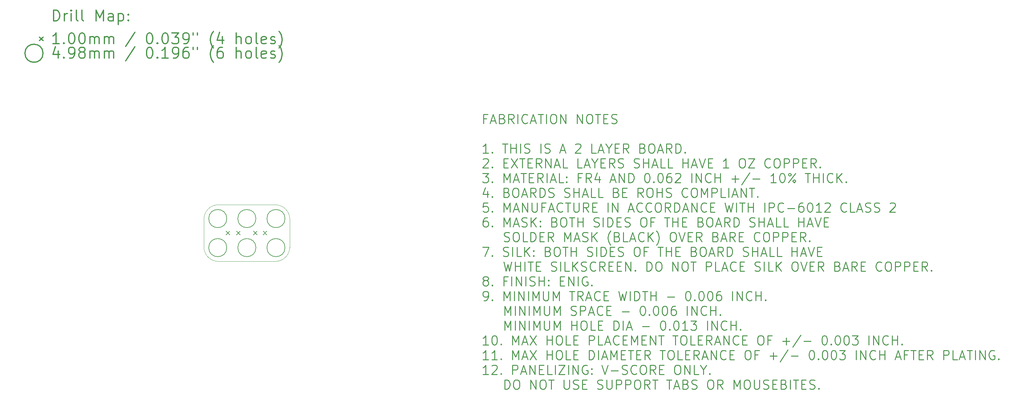
<source format=gbr>
G04 This is an RS-274x file exported by *
G04 gerbv version 2.6.0 *
G04 More information is available about gerbv at *
G04 http://gerbv.gpleda.org/ *
G04 --End of header info--*
%MOIN*%
%FSLAX34Y34*%
%IPPOS*%
G04 --Define apertures--*
%ADD10C,0.0079*%
%ADD11C,0.0118*%
%ADD12C,0.0020*%
%ADD13C,0.0100*%
G04 --Start main section--*
G54D10*
G01X0019815Y-024646D02*
G01X0020209Y-025040D01*
G01X0020209Y-024646D02*
G01X0019815Y-025040D01*
G01X0020957Y-024646D02*
G01X0021351Y-025040D01*
G01X0021351Y-024646D02*
G01X0020957Y-025040D01*
G01X0022768Y-024646D02*
G01X0023162Y-025040D01*
G01X0023162Y-024646D02*
G01X0022768Y-025040D01*
G01X0023831Y-024646D02*
G01X0024225Y-025040D01*
G01X0024225Y-024646D02*
G01X0023831Y-025040D01*
G01X0019890Y-023268D02*
G75*
G03X0019890Y-023268I-000980J0000000D01*
G01X0019890Y-026418D02*
G75*
G03X0019890Y-026418I-000980J0000000D01*
G01X0023040Y-023268D02*
G75*
G03X0023040Y-023268I-000980J0000000D01*
G01X0023040Y-026418D02*
G75*
G03X0023040Y-026418I-000980J0000000D01*
G01X0026190Y-023268D02*
G75*
G03X0026190Y-023268I-000980J0000000D01*
G01X0026190Y-026418D02*
G75*
G03X0026190Y-026418I-000980J0000000D01*
G54D11*
G01X0001128Y-001834D02*
G01X0001128Y-000652D01*
G01X0001128Y-000652D02*
G01X0001409Y-000652D01*
G01X0001409Y-000652D02*
G01X0001578Y-000709D01*
G01X0001578Y-000709D02*
G01X0001690Y-000821D01*
G01X0001690Y-000821D02*
G01X0001746Y-000934D01*
G01X0001746Y-000934D02*
G01X0001803Y-001159D01*
G01X0001803Y-001159D02*
G01X0001803Y-001327D01*
G01X0001803Y-001327D02*
G01X0001746Y-001552D01*
G01X0001746Y-001552D02*
G01X0001690Y-001665D01*
G01X0001690Y-001665D02*
G01X0001578Y-001777D01*
G01X0001578Y-001777D02*
G01X0001409Y-001834D01*
G01X0001409Y-001834D02*
G01X0001128Y-001834D01*
G01X0002309Y-001834D02*
G01X0002309Y-001046D01*
G01X0002309Y-001271D02*
G01X0002365Y-001159D01*
G01X0002365Y-001159D02*
G01X0002421Y-001102D01*
G01X0002421Y-001102D02*
G01X0002534Y-001046D01*
G01X0002534Y-001046D02*
G01X0002646Y-001046D01*
G01X0003040Y-001834D02*
G01X0003040Y-001046D01*
G01X0003040Y-000652D02*
G01X0002984Y-000709D01*
G01X0002984Y-000709D02*
G01X0003040Y-000765D01*
G01X0003040Y-000765D02*
G01X0003096Y-000709D01*
G01X0003096Y-000709D02*
G01X0003040Y-000652D01*
G01X0003040Y-000652D02*
G01X0003040Y-000765D01*
G01X0003771Y-001834D02*
G01X0003659Y-001777D01*
G01X0003659Y-001777D02*
G01X0003602Y-001665D01*
G01X0003602Y-001665D02*
G01X0003602Y-000652D01*
G01X0004390Y-001834D02*
G01X0004277Y-001777D01*
G01X0004277Y-001777D02*
G01X0004221Y-001665D01*
G01X0004221Y-001665D02*
G01X0004221Y-000652D01*
G01X0005740Y-001834D02*
G01X0005740Y-000652D01*
G01X0005740Y-000652D02*
G01X0006133Y-001496D01*
G01X0006133Y-001496D02*
G01X0006527Y-000652D01*
G01X0006527Y-000652D02*
G01X0006527Y-001834D01*
G01X0007596Y-001834D02*
G01X0007596Y-001215D01*
G01X0007596Y-001215D02*
G01X0007539Y-001102D01*
G01X0007539Y-001102D02*
G01X0007427Y-001046D01*
G01X0007427Y-001046D02*
G01X0007202Y-001046D01*
G01X0007202Y-001046D02*
G01X0007089Y-001102D01*
G01X0007596Y-001777D02*
G01X0007483Y-001834D01*
G01X0007483Y-001834D02*
G01X0007202Y-001834D01*
G01X0007202Y-001834D02*
G01X0007089Y-001777D01*
G01X0007089Y-001777D02*
G01X0007033Y-001665D01*
G01X0007033Y-001665D02*
G01X0007033Y-001552D01*
G01X0007033Y-001552D02*
G01X0007089Y-001440D01*
G01X0007089Y-001440D02*
G01X0007202Y-001384D01*
G01X0007202Y-001384D02*
G01X0007483Y-001384D01*
G01X0007483Y-001384D02*
G01X0007596Y-001327D01*
G01X0008158Y-001046D02*
G01X0008158Y-002227D01*
G01X0008158Y-001102D02*
G01X0008271Y-001046D01*
G01X0008271Y-001046D02*
G01X0008496Y-001046D01*
G01X0008496Y-001046D02*
G01X0008608Y-001102D01*
G01X0008608Y-001102D02*
G01X0008664Y-001159D01*
G01X0008664Y-001159D02*
G01X0008720Y-001271D01*
G01X0008720Y-001271D02*
G01X0008720Y-001609D01*
G01X0008720Y-001609D02*
G01X0008664Y-001721D01*
G01X0008664Y-001721D02*
G01X0008608Y-001777D01*
G01X0008608Y-001777D02*
G01X0008496Y-001834D01*
G01X0008496Y-001834D02*
G01X0008271Y-001834D01*
G01X0008271Y-001834D02*
G01X0008158Y-001777D01*
G01X0009227Y-001721D02*
G01X0009283Y-001777D01*
G01X0009283Y-001777D02*
G01X0009227Y-001834D01*
G01X0009227Y-001834D02*
G01X0009170Y-001777D01*
G01X0009170Y-001777D02*
G01X0009227Y-001721D01*
G01X0009227Y-001721D02*
G01X0009227Y-001834D01*
G01X0009227Y-001102D02*
G01X0009283Y-001159D01*
G01X0009283Y-001159D02*
G01X0009227Y-001215D01*
G01X0009227Y-001215D02*
G01X0009170Y-001159D01*
G01X0009170Y-001159D02*
G01X0009227Y-001102D01*
G01X0009227Y-001102D02*
G01X0009227Y-001215D01*
G01X-000394Y-003583D02*
G01X0000000Y-003977D01*
G01X0000000Y-003583D02*
G01X-000394Y-003977D01*
G01X0001746Y-004314D02*
G01X0001071Y-004314D01*
G01X0001409Y-004314D02*
G01X0001409Y-003133D01*
G01X0001409Y-003133D02*
G01X0001296Y-003301D01*
G01X0001296Y-003301D02*
G01X0001184Y-003414D01*
G01X0001184Y-003414D02*
G01X0001071Y-003470D01*
G01X0002253Y-004201D02*
G01X0002309Y-004258D01*
G01X0002309Y-004258D02*
G01X0002253Y-004314D01*
G01X0002253Y-004314D02*
G01X0002196Y-004258D01*
G01X0002196Y-004258D02*
G01X0002253Y-004201D01*
G01X0002253Y-004201D02*
G01X0002253Y-004314D01*
G01X0003040Y-003133D02*
G01X0003152Y-003133D01*
G01X0003152Y-003133D02*
G01X0003265Y-003189D01*
G01X0003265Y-003189D02*
G01X0003321Y-003245D01*
G01X0003321Y-003245D02*
G01X0003377Y-003358D01*
G01X0003377Y-003358D02*
G01X0003434Y-003583D01*
G01X0003434Y-003583D02*
G01X0003434Y-003864D01*
G01X0003434Y-003864D02*
G01X0003377Y-004089D01*
G01X0003377Y-004089D02*
G01X0003321Y-004201D01*
G01X0003321Y-004201D02*
G01X0003265Y-004258D01*
G01X0003265Y-004258D02*
G01X0003152Y-004314D01*
G01X0003152Y-004314D02*
G01X0003040Y-004314D01*
G01X0003040Y-004314D02*
G01X0002927Y-004258D01*
G01X0002927Y-004258D02*
G01X0002871Y-004201D01*
G01X0002871Y-004201D02*
G01X0002815Y-004089D01*
G01X0002815Y-004089D02*
G01X0002759Y-003864D01*
G01X0002759Y-003864D02*
G01X0002759Y-003583D01*
G01X0002759Y-003583D02*
G01X0002815Y-003358D01*
G01X0002815Y-003358D02*
G01X0002871Y-003245D01*
G01X0002871Y-003245D02*
G01X0002927Y-003189D01*
G01X0002927Y-003189D02*
G01X0003040Y-003133D01*
G01X0004165Y-003133D02*
G01X0004277Y-003133D01*
G01X0004277Y-003133D02*
G01X0004390Y-003189D01*
G01X0004390Y-003189D02*
G01X0004446Y-003245D01*
G01X0004446Y-003245D02*
G01X0004502Y-003358D01*
G01X0004502Y-003358D02*
G01X0004558Y-003583D01*
G01X0004558Y-003583D02*
G01X0004558Y-003864D01*
G01X0004558Y-003864D02*
G01X0004502Y-004089D01*
G01X0004502Y-004089D02*
G01X0004446Y-004201D01*
G01X0004446Y-004201D02*
G01X0004390Y-004258D01*
G01X0004390Y-004258D02*
G01X0004277Y-004314D01*
G01X0004277Y-004314D02*
G01X0004165Y-004314D01*
G01X0004165Y-004314D02*
G01X0004052Y-004258D01*
G01X0004052Y-004258D02*
G01X0003996Y-004201D01*
G01X0003996Y-004201D02*
G01X0003940Y-004089D01*
G01X0003940Y-004089D02*
G01X0003884Y-003864D01*
G01X0003884Y-003864D02*
G01X0003884Y-003583D01*
G01X0003884Y-003583D02*
G01X0003940Y-003358D01*
G01X0003940Y-003358D02*
G01X0003996Y-003245D01*
G01X0003996Y-003245D02*
G01X0004052Y-003189D01*
G01X0004052Y-003189D02*
G01X0004165Y-003133D01*
G01X0005065Y-004314D02*
G01X0005065Y-003526D01*
G01X0005065Y-003639D02*
G01X0005121Y-003583D01*
G01X0005121Y-003583D02*
G01X0005233Y-003526D01*
G01X0005233Y-003526D02*
G01X0005402Y-003526D01*
G01X0005402Y-003526D02*
G01X0005515Y-003583D01*
G01X0005515Y-003583D02*
G01X0005571Y-003695D01*
G01X0005571Y-003695D02*
G01X0005571Y-004314D01*
G01X0005571Y-003695D02*
G01X0005627Y-003583D01*
G01X0005627Y-003583D02*
G01X0005740Y-003526D01*
G01X0005740Y-003526D02*
G01X0005908Y-003526D01*
G01X0005908Y-003526D02*
G01X0006021Y-003583D01*
G01X0006021Y-003583D02*
G01X0006077Y-003695D01*
G01X0006077Y-003695D02*
G01X0006077Y-004314D01*
G01X0006639Y-004314D02*
G01X0006639Y-003526D01*
G01X0006639Y-003639D02*
G01X0006696Y-003583D01*
G01X0006696Y-003583D02*
G01X0006808Y-003526D01*
G01X0006808Y-003526D02*
G01X0006977Y-003526D01*
G01X0006977Y-003526D02*
G01X0007089Y-003583D01*
G01X0007089Y-003583D02*
G01X0007146Y-003695D01*
G01X0007146Y-003695D02*
G01X0007146Y-004314D01*
G01X0007146Y-003695D02*
G01X0007202Y-003583D01*
G01X0007202Y-003583D02*
G01X0007314Y-003526D01*
G01X0007314Y-003526D02*
G01X0007483Y-003526D01*
G01X0007483Y-003526D02*
G01X0007596Y-003583D01*
G01X0007596Y-003583D02*
G01X0007652Y-003695D01*
G01X0007652Y-003695D02*
G01X0007652Y-004314D01*
G01X0009958Y-003076D02*
G01X0008945Y-004595D01*
G01X0011476Y-003133D02*
G01X0011589Y-003133D01*
G01X0011589Y-003133D02*
G01X0011701Y-003189D01*
G01X0011701Y-003189D02*
G01X0011758Y-003245D01*
G01X0011758Y-003245D02*
G01X0011814Y-003358D01*
G01X0011814Y-003358D02*
G01X0011870Y-003583D01*
G01X0011870Y-003583D02*
G01X0011870Y-003864D01*
G01X0011870Y-003864D02*
G01X0011814Y-004089D01*
G01X0011814Y-004089D02*
G01X0011758Y-004201D01*
G01X0011758Y-004201D02*
G01X0011701Y-004258D01*
G01X0011701Y-004258D02*
G01X0011589Y-004314D01*
G01X0011589Y-004314D02*
G01X0011476Y-004314D01*
G01X0011476Y-004314D02*
G01X0011364Y-004258D01*
G01X0011364Y-004258D02*
G01X0011308Y-004201D01*
G01X0011308Y-004201D02*
G01X0011251Y-004089D01*
G01X0011251Y-004089D02*
G01X0011195Y-003864D01*
G01X0011195Y-003864D02*
G01X0011195Y-003583D01*
G01X0011195Y-003583D02*
G01X0011251Y-003358D01*
G01X0011251Y-003358D02*
G01X0011308Y-003245D01*
G01X0011308Y-003245D02*
G01X0011364Y-003189D01*
G01X0011364Y-003189D02*
G01X0011476Y-003133D01*
G01X0012376Y-004201D02*
G01X0012433Y-004258D01*
G01X0012433Y-004258D02*
G01X0012376Y-004314D01*
G01X0012376Y-004314D02*
G01X0012320Y-004258D01*
G01X0012320Y-004258D02*
G01X0012376Y-004201D01*
G01X0012376Y-004201D02*
G01X0012376Y-004314D01*
G01X0013164Y-003133D02*
G01X0013276Y-003133D01*
G01X0013276Y-003133D02*
G01X0013389Y-003189D01*
G01X0013389Y-003189D02*
G01X0013445Y-003245D01*
G01X0013445Y-003245D02*
G01X0013501Y-003358D01*
G01X0013501Y-003358D02*
G01X0013557Y-003583D01*
G01X0013557Y-003583D02*
G01X0013557Y-003864D01*
G01X0013557Y-003864D02*
G01X0013501Y-004089D01*
G01X0013501Y-004089D02*
G01X0013445Y-004201D01*
G01X0013445Y-004201D02*
G01X0013389Y-004258D01*
G01X0013389Y-004258D02*
G01X0013276Y-004314D01*
G01X0013276Y-004314D02*
G01X0013164Y-004314D01*
G01X0013164Y-004314D02*
G01X0013051Y-004258D01*
G01X0013051Y-004258D02*
G01X0012995Y-004201D01*
G01X0012995Y-004201D02*
G01X0012939Y-004089D01*
G01X0012939Y-004089D02*
G01X0012882Y-003864D01*
G01X0012882Y-003864D02*
G01X0012882Y-003583D01*
G01X0012882Y-003583D02*
G01X0012939Y-003358D01*
G01X0012939Y-003358D02*
G01X0012995Y-003245D01*
G01X0012995Y-003245D02*
G01X0013051Y-003189D01*
G01X0013051Y-003189D02*
G01X0013164Y-003133D01*
G01X0013951Y-003133D02*
G01X0014682Y-003133D01*
G01X0014682Y-003133D02*
G01X0014289Y-003583D01*
G01X0014289Y-003583D02*
G01X0014457Y-003583D01*
G01X0014457Y-003583D02*
G01X0014570Y-003639D01*
G01X0014570Y-003639D02*
G01X0014626Y-003695D01*
G01X0014626Y-003695D02*
G01X0014682Y-003808D01*
G01X0014682Y-003808D02*
G01X0014682Y-004089D01*
G01X0014682Y-004089D02*
G01X0014626Y-004201D01*
G01X0014626Y-004201D02*
G01X0014570Y-004258D01*
G01X0014570Y-004258D02*
G01X0014457Y-004314D01*
G01X0014457Y-004314D02*
G01X0014120Y-004314D01*
G01X0014120Y-004314D02*
G01X0014007Y-004258D01*
G01X0014007Y-004258D02*
G01X0013951Y-004201D01*
G01X0015245Y-004314D02*
G01X0015470Y-004314D01*
G01X0015470Y-004314D02*
G01X0015582Y-004258D01*
G01X0015582Y-004258D02*
G01X0015638Y-004201D01*
G01X0015638Y-004201D02*
G01X0015751Y-004033D01*
G01X0015751Y-004033D02*
G01X0015807Y-003808D01*
G01X0015807Y-003808D02*
G01X0015807Y-003358D01*
G01X0015807Y-003358D02*
G01X0015751Y-003245D01*
G01X0015751Y-003245D02*
G01X0015695Y-003189D01*
G01X0015695Y-003189D02*
G01X0015582Y-003133D01*
G01X0015582Y-003133D02*
G01X0015357Y-003133D01*
G01X0015357Y-003133D02*
G01X0015245Y-003189D01*
G01X0015245Y-003189D02*
G01X0015188Y-003245D01*
G01X0015188Y-003245D02*
G01X0015132Y-003358D01*
G01X0015132Y-003358D02*
G01X0015132Y-003639D01*
G01X0015132Y-003639D02*
G01X0015188Y-003751D01*
G01X0015188Y-003751D02*
G01X0015245Y-003808D01*
G01X0015245Y-003808D02*
G01X0015357Y-003864D01*
G01X0015357Y-003864D02*
G01X0015582Y-003864D01*
G01X0015582Y-003864D02*
G01X0015695Y-003808D01*
G01X0015695Y-003808D02*
G01X0015751Y-003751D01*
G01X0015751Y-003751D02*
G01X0015807Y-003639D01*
G01X0016257Y-003133D02*
G01X0016257Y-003358D01*
G01X0016707Y-003133D02*
G01X0016707Y-003358D01*
G01X0018451Y-004764D02*
G01X0018394Y-004708D01*
G01X0018394Y-004708D02*
G01X0018282Y-004539D01*
G01X0018282Y-004539D02*
G01X0018226Y-004426D01*
G01X0018226Y-004426D02*
G01X0018169Y-004258D01*
G01X0018169Y-004258D02*
G01X0018113Y-003976D01*
G01X0018113Y-003976D02*
G01X0018113Y-003751D01*
G01X0018113Y-003751D02*
G01X0018169Y-003470D01*
G01X0018169Y-003470D02*
G01X0018226Y-003301D01*
G01X0018226Y-003301D02*
G01X0018282Y-003189D01*
G01X0018282Y-003189D02*
G01X0018394Y-003020D01*
G01X0018394Y-003020D02*
G01X0018451Y-002964D01*
G01X0019407Y-003526D02*
G01X0019407Y-004314D01*
G01X0019125Y-003076D02*
G01X0018844Y-003920D01*
G01X0018844Y-003920D02*
G01X0019575Y-003920D01*
G01X0020925Y-004314D02*
G01X0020925Y-003133D01*
G01X0021431Y-004314D02*
G01X0021431Y-003695D01*
G01X0021431Y-003695D02*
G01X0021375Y-003583D01*
G01X0021375Y-003583D02*
G01X0021263Y-003526D01*
G01X0021263Y-003526D02*
G01X0021094Y-003526D01*
G01X0021094Y-003526D02*
G01X0020981Y-003583D01*
G01X0020981Y-003583D02*
G01X0020925Y-003639D01*
G01X0022163Y-004314D02*
G01X0022050Y-004258D01*
G01X0022050Y-004258D02*
G01X0021994Y-004201D01*
G01X0021994Y-004201D02*
G01X0021938Y-004089D01*
G01X0021938Y-004089D02*
G01X0021938Y-003751D01*
G01X0021938Y-003751D02*
G01X0021994Y-003639D01*
G01X0021994Y-003639D02*
G01X0022050Y-003583D01*
G01X0022050Y-003583D02*
G01X0022163Y-003526D01*
G01X0022163Y-003526D02*
G01X0022331Y-003526D01*
G01X0022331Y-003526D02*
G01X0022444Y-003583D01*
G01X0022444Y-003583D02*
G01X0022500Y-003639D01*
G01X0022500Y-003639D02*
G01X0022556Y-003751D01*
G01X0022556Y-003751D02*
G01X0022556Y-004089D01*
G01X0022556Y-004089D02*
G01X0022500Y-004201D01*
G01X0022500Y-004201D02*
G01X0022444Y-004258D01*
G01X0022444Y-004258D02*
G01X0022331Y-004314D01*
G01X0022331Y-004314D02*
G01X0022163Y-004314D01*
G01X0023231Y-004314D02*
G01X0023119Y-004258D01*
G01X0023119Y-004258D02*
G01X0023062Y-004145D01*
G01X0023062Y-004145D02*
G01X0023062Y-003133D01*
G01X0024131Y-004258D02*
G01X0024019Y-004314D01*
G01X0024019Y-004314D02*
G01X0023794Y-004314D01*
G01X0023794Y-004314D02*
G01X0023681Y-004258D01*
G01X0023681Y-004258D02*
G01X0023625Y-004145D01*
G01X0023625Y-004145D02*
G01X0023625Y-003695D01*
G01X0023625Y-003695D02*
G01X0023681Y-003583D01*
G01X0023681Y-003583D02*
G01X0023794Y-003526D01*
G01X0023794Y-003526D02*
G01X0024019Y-003526D01*
G01X0024019Y-003526D02*
G01X0024131Y-003583D01*
G01X0024131Y-003583D02*
G01X0024187Y-003695D01*
G01X0024187Y-003695D02*
G01X0024187Y-003808D01*
G01X0024187Y-003808D02*
G01X0023625Y-003920D01*
G01X0024637Y-004258D02*
G01X0024750Y-004314D01*
G01X0024750Y-004314D02*
G01X0024975Y-004314D01*
G01X0024975Y-004314D02*
G01X0025087Y-004258D01*
G01X0025087Y-004258D02*
G01X0025143Y-004145D01*
G01X0025143Y-004145D02*
G01X0025143Y-004089D01*
G01X0025143Y-004089D02*
G01X0025087Y-003976D01*
G01X0025087Y-003976D02*
G01X0024975Y-003920D01*
G01X0024975Y-003920D02*
G01X0024806Y-003920D01*
G01X0024806Y-003920D02*
G01X0024693Y-003864D01*
G01X0024693Y-003864D02*
G01X0024637Y-003751D01*
G01X0024637Y-003751D02*
G01X0024637Y-003695D01*
G01X0024637Y-003695D02*
G01X0024693Y-003583D01*
G01X0024693Y-003583D02*
G01X0024806Y-003526D01*
G01X0024806Y-003526D02*
G01X0024975Y-003526D01*
G01X0024975Y-003526D02*
G01X0025087Y-003583D01*
G01X0025537Y-004764D02*
G01X0025593Y-004708D01*
G01X0025593Y-004708D02*
G01X0025706Y-004539D01*
G01X0025706Y-004539D02*
G01X0025762Y-004426D01*
G01X0025762Y-004426D02*
G01X0025818Y-004258D01*
G01X0025818Y-004258D02*
G01X0025875Y-003976D01*
G01X0025875Y-003976D02*
G01X0025875Y-003751D01*
G01X0025875Y-003751D02*
G01X0025818Y-003470D01*
G01X0025818Y-003470D02*
G01X0025762Y-003301D01*
G01X0025762Y-003301D02*
G01X0025706Y-003189D01*
G01X0025706Y-003189D02*
G01X0025593Y-003020D01*
G01X0025593Y-003020D02*
G01X0025537Y-002964D01*
G01X0000000Y-005339D02*
G75*
G03X0000000Y-005339I-000980J0000000D01*
G01X0001634Y-005085D02*
G01X0001634Y-005873D01*
G01X0001353Y-004636D02*
G01X0001071Y-005479D01*
G01X0001071Y-005479D02*
G01X0001803Y-005479D01*
G01X0002253Y-005760D02*
G01X0002309Y-005817D01*
G01X0002309Y-005817D02*
G01X0002253Y-005873D01*
G01X0002253Y-005873D02*
G01X0002196Y-005817D01*
G01X0002196Y-005817D02*
G01X0002253Y-005760D01*
G01X0002253Y-005760D02*
G01X0002253Y-005873D01*
G01X0002871Y-005873D02*
G01X0003096Y-005873D01*
G01X0003096Y-005873D02*
G01X0003209Y-005817D01*
G01X0003209Y-005817D02*
G01X0003265Y-005760D01*
G01X0003265Y-005760D02*
G01X0003377Y-005592D01*
G01X0003377Y-005592D02*
G01X0003434Y-005367D01*
G01X0003434Y-005367D02*
G01X0003434Y-004917D01*
G01X0003434Y-004917D02*
G01X0003377Y-004804D01*
G01X0003377Y-004804D02*
G01X0003321Y-004748D01*
G01X0003321Y-004748D02*
G01X0003209Y-004692D01*
G01X0003209Y-004692D02*
G01X0002984Y-004692D01*
G01X0002984Y-004692D02*
G01X0002871Y-004748D01*
G01X0002871Y-004748D02*
G01X0002815Y-004804D01*
G01X0002815Y-004804D02*
G01X0002759Y-004917D01*
G01X0002759Y-004917D02*
G01X0002759Y-005198D01*
G01X0002759Y-005198D02*
G01X0002815Y-005310D01*
G01X0002815Y-005310D02*
G01X0002871Y-005367D01*
G01X0002871Y-005367D02*
G01X0002984Y-005423D01*
G01X0002984Y-005423D02*
G01X0003209Y-005423D01*
G01X0003209Y-005423D02*
G01X0003321Y-005367D01*
G01X0003321Y-005367D02*
G01X0003377Y-005310D01*
G01X0003377Y-005310D02*
G01X0003434Y-005198D01*
G01X0004109Y-005198D02*
G01X0003996Y-005142D01*
G01X0003996Y-005142D02*
G01X0003940Y-005085D01*
G01X0003940Y-005085D02*
G01X0003884Y-004973D01*
G01X0003884Y-004973D02*
G01X0003884Y-004917D01*
G01X0003884Y-004917D02*
G01X0003940Y-004804D01*
G01X0003940Y-004804D02*
G01X0003996Y-004748D01*
G01X0003996Y-004748D02*
G01X0004109Y-004692D01*
G01X0004109Y-004692D02*
G01X0004334Y-004692D01*
G01X0004334Y-004692D02*
G01X0004446Y-004748D01*
G01X0004446Y-004748D02*
G01X0004502Y-004804D01*
G01X0004502Y-004804D02*
G01X0004558Y-004917D01*
G01X0004558Y-004917D02*
G01X0004558Y-004973D01*
G01X0004558Y-004973D02*
G01X0004502Y-005085D01*
G01X0004502Y-005085D02*
G01X0004446Y-005142D01*
G01X0004446Y-005142D02*
G01X0004334Y-005198D01*
G01X0004334Y-005198D02*
G01X0004109Y-005198D01*
G01X0004109Y-005198D02*
G01X0003996Y-005254D01*
G01X0003996Y-005254D02*
G01X0003940Y-005310D01*
G01X0003940Y-005310D02*
G01X0003884Y-005423D01*
G01X0003884Y-005423D02*
G01X0003884Y-005648D01*
G01X0003884Y-005648D02*
G01X0003940Y-005760D01*
G01X0003940Y-005760D02*
G01X0003996Y-005817D01*
G01X0003996Y-005817D02*
G01X0004109Y-005873D01*
G01X0004109Y-005873D02*
G01X0004334Y-005873D01*
G01X0004334Y-005873D02*
G01X0004446Y-005817D01*
G01X0004446Y-005817D02*
G01X0004502Y-005760D01*
G01X0004502Y-005760D02*
G01X0004558Y-005648D01*
G01X0004558Y-005648D02*
G01X0004558Y-005423D01*
G01X0004558Y-005423D02*
G01X0004502Y-005310D01*
G01X0004502Y-005310D02*
G01X0004446Y-005254D01*
G01X0004446Y-005254D02*
G01X0004334Y-005198D01*
G01X0005065Y-005873D02*
G01X0005065Y-005085D01*
G01X0005065Y-005198D02*
G01X0005121Y-005142D01*
G01X0005121Y-005142D02*
G01X0005233Y-005085D01*
G01X0005233Y-005085D02*
G01X0005402Y-005085D01*
G01X0005402Y-005085D02*
G01X0005515Y-005142D01*
G01X0005515Y-005142D02*
G01X0005571Y-005254D01*
G01X0005571Y-005254D02*
G01X0005571Y-005873D01*
G01X0005571Y-005254D02*
G01X0005627Y-005142D01*
G01X0005627Y-005142D02*
G01X0005740Y-005085D01*
G01X0005740Y-005085D02*
G01X0005908Y-005085D01*
G01X0005908Y-005085D02*
G01X0006021Y-005142D01*
G01X0006021Y-005142D02*
G01X0006077Y-005254D01*
G01X0006077Y-005254D02*
G01X0006077Y-005873D01*
G01X0006639Y-005873D02*
G01X0006639Y-005085D01*
G01X0006639Y-005198D02*
G01X0006696Y-005142D01*
G01X0006696Y-005142D02*
G01X0006808Y-005085D01*
G01X0006808Y-005085D02*
G01X0006977Y-005085D01*
G01X0006977Y-005085D02*
G01X0007089Y-005142D01*
G01X0007089Y-005142D02*
G01X0007146Y-005254D01*
G01X0007146Y-005254D02*
G01X0007146Y-005873D01*
G01X0007146Y-005254D02*
G01X0007202Y-005142D01*
G01X0007202Y-005142D02*
G01X0007314Y-005085D01*
G01X0007314Y-005085D02*
G01X0007483Y-005085D01*
G01X0007483Y-005085D02*
G01X0007596Y-005142D01*
G01X0007596Y-005142D02*
G01X0007652Y-005254D01*
G01X0007652Y-005254D02*
G01X0007652Y-005873D01*
G01X0009958Y-004636D02*
G01X0008945Y-006154D01*
G01X0011476Y-004692D02*
G01X0011589Y-004692D01*
G01X0011589Y-004692D02*
G01X0011701Y-004748D01*
G01X0011701Y-004748D02*
G01X0011758Y-004804D01*
G01X0011758Y-004804D02*
G01X0011814Y-004917D01*
G01X0011814Y-004917D02*
G01X0011870Y-005142D01*
G01X0011870Y-005142D02*
G01X0011870Y-005423D01*
G01X0011870Y-005423D02*
G01X0011814Y-005648D01*
G01X0011814Y-005648D02*
G01X0011758Y-005760D01*
G01X0011758Y-005760D02*
G01X0011701Y-005817D01*
G01X0011701Y-005817D02*
G01X0011589Y-005873D01*
G01X0011589Y-005873D02*
G01X0011476Y-005873D01*
G01X0011476Y-005873D02*
G01X0011364Y-005817D01*
G01X0011364Y-005817D02*
G01X0011308Y-005760D01*
G01X0011308Y-005760D02*
G01X0011251Y-005648D01*
G01X0011251Y-005648D02*
G01X0011195Y-005423D01*
G01X0011195Y-005423D02*
G01X0011195Y-005142D01*
G01X0011195Y-005142D02*
G01X0011251Y-004917D01*
G01X0011251Y-004917D02*
G01X0011308Y-004804D01*
G01X0011308Y-004804D02*
G01X0011364Y-004748D01*
G01X0011364Y-004748D02*
G01X0011476Y-004692D01*
G01X0012376Y-005760D02*
G01X0012433Y-005817D01*
G01X0012433Y-005817D02*
G01X0012376Y-005873D01*
G01X0012376Y-005873D02*
G01X0012320Y-005817D01*
G01X0012320Y-005817D02*
G01X0012376Y-005760D01*
G01X0012376Y-005760D02*
G01X0012376Y-005873D01*
G01X0013557Y-005873D02*
G01X0012882Y-005873D01*
G01X0013220Y-005873D02*
G01X0013220Y-004692D01*
G01X0013220Y-004692D02*
G01X0013107Y-004861D01*
G01X0013107Y-004861D02*
G01X0012995Y-004973D01*
G01X0012995Y-004973D02*
G01X0012882Y-005029D01*
G01X0014120Y-005873D02*
G01X0014345Y-005873D01*
G01X0014345Y-005873D02*
G01X0014457Y-005817D01*
G01X0014457Y-005817D02*
G01X0014513Y-005760D01*
G01X0014513Y-005760D02*
G01X0014626Y-005592D01*
G01X0014626Y-005592D02*
G01X0014682Y-005367D01*
G01X0014682Y-005367D02*
G01X0014682Y-004917D01*
G01X0014682Y-004917D02*
G01X0014626Y-004804D01*
G01X0014626Y-004804D02*
G01X0014570Y-004748D01*
G01X0014570Y-004748D02*
G01X0014457Y-004692D01*
G01X0014457Y-004692D02*
G01X0014232Y-004692D01*
G01X0014232Y-004692D02*
G01X0014120Y-004748D01*
G01X0014120Y-004748D02*
G01X0014064Y-004804D01*
G01X0014064Y-004804D02*
G01X0014007Y-004917D01*
G01X0014007Y-004917D02*
G01X0014007Y-005198D01*
G01X0014007Y-005198D02*
G01X0014064Y-005310D01*
G01X0014064Y-005310D02*
G01X0014120Y-005367D01*
G01X0014120Y-005367D02*
G01X0014232Y-005423D01*
G01X0014232Y-005423D02*
G01X0014457Y-005423D01*
G01X0014457Y-005423D02*
G01X0014570Y-005367D01*
G01X0014570Y-005367D02*
G01X0014626Y-005310D01*
G01X0014626Y-005310D02*
G01X0014682Y-005198D01*
G01X0015695Y-004692D02*
G01X0015470Y-004692D01*
G01X0015470Y-004692D02*
G01X0015357Y-004748D01*
G01X0015357Y-004748D02*
G01X0015301Y-004804D01*
G01X0015301Y-004804D02*
G01X0015188Y-004973D01*
G01X0015188Y-004973D02*
G01X0015132Y-005198D01*
G01X0015132Y-005198D02*
G01X0015132Y-005648D01*
G01X0015132Y-005648D02*
G01X0015188Y-005760D01*
G01X0015188Y-005760D02*
G01X0015245Y-005817D01*
G01X0015245Y-005817D02*
G01X0015357Y-005873D01*
G01X0015357Y-005873D02*
G01X0015582Y-005873D01*
G01X0015582Y-005873D02*
G01X0015695Y-005817D01*
G01X0015695Y-005817D02*
G01X0015751Y-005760D01*
G01X0015751Y-005760D02*
G01X0015807Y-005648D01*
G01X0015807Y-005648D02*
G01X0015807Y-005367D01*
G01X0015807Y-005367D02*
G01X0015751Y-005254D01*
G01X0015751Y-005254D02*
G01X0015695Y-005198D01*
G01X0015695Y-005198D02*
G01X0015582Y-005142D01*
G01X0015582Y-005142D02*
G01X0015357Y-005142D01*
G01X0015357Y-005142D02*
G01X0015245Y-005198D01*
G01X0015245Y-005198D02*
G01X0015188Y-005254D01*
G01X0015188Y-005254D02*
G01X0015132Y-005367D01*
G01X0016257Y-004692D02*
G01X0016257Y-004917D01*
G01X0016707Y-004692D02*
G01X0016707Y-004917D01*
G01X0018451Y-006323D02*
G01X0018394Y-006267D01*
G01X0018394Y-006267D02*
G01X0018282Y-006098D01*
G01X0018282Y-006098D02*
G01X0018226Y-005985D01*
G01X0018226Y-005985D02*
G01X0018169Y-005817D01*
G01X0018169Y-005817D02*
G01X0018113Y-005535D01*
G01X0018113Y-005535D02*
G01X0018113Y-005310D01*
G01X0018113Y-005310D02*
G01X0018169Y-005029D01*
G01X0018169Y-005029D02*
G01X0018226Y-004861D01*
G01X0018226Y-004861D02*
G01X0018282Y-004748D01*
G01X0018282Y-004748D02*
G01X0018394Y-004579D01*
G01X0018394Y-004579D02*
G01X0018451Y-004523D01*
G01X0019407Y-004692D02*
G01X0019182Y-004692D01*
G01X0019182Y-004692D02*
G01X0019069Y-004748D01*
G01X0019069Y-004748D02*
G01X0019013Y-004804D01*
G01X0019013Y-004804D02*
G01X0018900Y-004973D01*
G01X0018900Y-004973D02*
G01X0018844Y-005198D01*
G01X0018844Y-005198D02*
G01X0018844Y-005648D01*
G01X0018844Y-005648D02*
G01X0018900Y-005760D01*
G01X0018900Y-005760D02*
G01X0018957Y-005817D01*
G01X0018957Y-005817D02*
G01X0019069Y-005873D01*
G01X0019069Y-005873D02*
G01X0019294Y-005873D01*
G01X0019294Y-005873D02*
G01X0019407Y-005817D01*
G01X0019407Y-005817D02*
G01X0019463Y-005760D01*
G01X0019463Y-005760D02*
G01X0019519Y-005648D01*
G01X0019519Y-005648D02*
G01X0019519Y-005367D01*
G01X0019519Y-005367D02*
G01X0019463Y-005254D01*
G01X0019463Y-005254D02*
G01X0019407Y-005198D01*
G01X0019407Y-005198D02*
G01X0019294Y-005142D01*
G01X0019294Y-005142D02*
G01X0019069Y-005142D01*
G01X0019069Y-005142D02*
G01X0018957Y-005198D01*
G01X0018957Y-005198D02*
G01X0018900Y-005254D01*
G01X0018900Y-005254D02*
G01X0018844Y-005367D01*
G01X0020925Y-005873D02*
G01X0020925Y-004692D01*
G01X0021431Y-005873D02*
G01X0021431Y-005254D01*
G01X0021431Y-005254D02*
G01X0021375Y-005142D01*
G01X0021375Y-005142D02*
G01X0021263Y-005085D01*
G01X0021263Y-005085D02*
G01X0021094Y-005085D01*
G01X0021094Y-005085D02*
G01X0020981Y-005142D01*
G01X0020981Y-005142D02*
G01X0020925Y-005198D01*
G01X0022163Y-005873D02*
G01X0022050Y-005817D01*
G01X0022050Y-005817D02*
G01X0021994Y-005760D01*
G01X0021994Y-005760D02*
G01X0021938Y-005648D01*
G01X0021938Y-005648D02*
G01X0021938Y-005310D01*
G01X0021938Y-005310D02*
G01X0021994Y-005198D01*
G01X0021994Y-005198D02*
G01X0022050Y-005142D01*
G01X0022050Y-005142D02*
G01X0022163Y-005085D01*
G01X0022163Y-005085D02*
G01X0022331Y-005085D01*
G01X0022331Y-005085D02*
G01X0022444Y-005142D01*
G01X0022444Y-005142D02*
G01X0022500Y-005198D01*
G01X0022500Y-005198D02*
G01X0022556Y-005310D01*
G01X0022556Y-005310D02*
G01X0022556Y-005648D01*
G01X0022556Y-005648D02*
G01X0022500Y-005760D01*
G01X0022500Y-005760D02*
G01X0022444Y-005817D01*
G01X0022444Y-005817D02*
G01X0022331Y-005873D01*
G01X0022331Y-005873D02*
G01X0022163Y-005873D01*
G01X0023231Y-005873D02*
G01X0023119Y-005817D01*
G01X0023119Y-005817D02*
G01X0023062Y-005704D01*
G01X0023062Y-005704D02*
G01X0023062Y-004692D01*
G01X0024131Y-005817D02*
G01X0024019Y-005873D01*
G01X0024019Y-005873D02*
G01X0023794Y-005873D01*
G01X0023794Y-005873D02*
G01X0023681Y-005817D01*
G01X0023681Y-005817D02*
G01X0023625Y-005704D01*
G01X0023625Y-005704D02*
G01X0023625Y-005254D01*
G01X0023625Y-005254D02*
G01X0023681Y-005142D01*
G01X0023681Y-005142D02*
G01X0023794Y-005085D01*
G01X0023794Y-005085D02*
G01X0024019Y-005085D01*
G01X0024019Y-005085D02*
G01X0024131Y-005142D01*
G01X0024131Y-005142D02*
G01X0024187Y-005254D01*
G01X0024187Y-005254D02*
G01X0024187Y-005367D01*
G01X0024187Y-005367D02*
G01X0023625Y-005479D01*
G01X0024637Y-005817D02*
G01X0024750Y-005873D01*
G01X0024750Y-005873D02*
G01X0024975Y-005873D01*
G01X0024975Y-005873D02*
G01X0025087Y-005817D01*
G01X0025087Y-005817D02*
G01X0025143Y-005704D01*
G01X0025143Y-005704D02*
G01X0025143Y-005648D01*
G01X0025143Y-005648D02*
G01X0025087Y-005535D01*
G01X0025087Y-005535D02*
G01X0024975Y-005479D01*
G01X0024975Y-005479D02*
G01X0024806Y-005479D01*
G01X0024806Y-005479D02*
G01X0024693Y-005423D01*
G01X0024693Y-005423D02*
G01X0024637Y-005310D01*
G01X0024637Y-005310D02*
G01X0024637Y-005254D01*
G01X0024637Y-005254D02*
G01X0024693Y-005142D01*
G01X0024693Y-005142D02*
G01X0024806Y-005085D01*
G01X0024806Y-005085D02*
G01X0024975Y-005085D01*
G01X0024975Y-005085D02*
G01X0025087Y-005142D01*
G01X0025537Y-006323D02*
G01X0025593Y-006267D01*
G01X0025593Y-006267D02*
G01X0025706Y-006098D01*
G01X0025706Y-006098D02*
G01X0025762Y-005985D01*
G01X0025762Y-005985D02*
G01X0025818Y-005817D01*
G01X0025818Y-005817D02*
G01X0025875Y-005535D01*
G01X0025875Y-005535D02*
G01X0025875Y-005310D01*
G01X0025875Y-005310D02*
G01X0025818Y-005029D01*
G01X0025818Y-005029D02*
G01X0025762Y-004861D01*
G01X0025762Y-004861D02*
G01X0025706Y-004748D01*
G01X0025706Y-004748D02*
G01X0025593Y-004579D01*
G01X0025593Y-004579D02*
G01X0025537Y-004523D01*
G01X0000000Y0000000D02*
G54D12*
G01X0017413Y-026422D02*
G75*
G03X0018910Y-027914I0001574J0000083D01*
G01X0026705Y-023268D02*
G01X0026705Y-026418D01*
G01X0018910Y-021772D02*
G01X0025249Y-021772D01*
G01X0018910Y-027914D02*
G01X0025249Y-027914D01*
G01X0017414Y-023268D02*
G01X0017414Y-026418D01*
G01X0025213Y-027915D02*
G75*
G03X0026705Y-026418I-000083J0001574D01*
G01X0018906Y-021771D02*
G75*
G03X0017414Y-023268I0000083J-001574D01*
G01X0026707Y-023264D02*
G75*
G03X0025209Y-021772I-001574J-000083D01*
G01X0000000Y0000000D02*
G54D13*
G01X0048006Y-012429D02*
G01X0047673Y-012429D01*
G01X0047673Y-012952D02*
G01X0047673Y-011952D01*
G01X0047673Y-011952D02*
G01X0048149Y-011952D01*
G01X0048483Y-012667D02*
G01X0048959Y-012667D01*
G01X0048387Y-012952D02*
G01X0048721Y-011952D01*
G01X0048721Y-011952D02*
G01X0049054Y-012952D01*
G01X0049721Y-012429D02*
G01X0049864Y-012476D01*
G01X0049864Y-012476D02*
G01X0049911Y-012524D01*
G01X0049911Y-012524D02*
G01X0049959Y-012619D01*
G01X0049959Y-012619D02*
G01X0049959Y-012762D01*
G01X0049959Y-012762D02*
G01X0049911Y-012857D01*
G01X0049911Y-012857D02*
G01X0049864Y-012905D01*
G01X0049864Y-012905D02*
G01X0049768Y-012952D01*
G01X0049768Y-012952D02*
G01X0049387Y-012952D01*
G01X0049387Y-012952D02*
G01X0049387Y-011952D01*
G01X0049387Y-011952D02*
G01X0049721Y-011952D01*
G01X0049721Y-011952D02*
G01X0049816Y-012000D01*
G01X0049816Y-012000D02*
G01X0049864Y-012048D01*
G01X0049864Y-012048D02*
G01X0049911Y-012143D01*
G01X0049911Y-012143D02*
G01X0049911Y-012238D01*
G01X0049911Y-012238D02*
G01X0049864Y-012333D01*
G01X0049864Y-012333D02*
G01X0049816Y-012381D01*
G01X0049816Y-012381D02*
G01X0049721Y-012429D01*
G01X0049721Y-012429D02*
G01X0049387Y-012429D01*
G01X0050959Y-012952D02*
G01X0050625Y-012476D01*
G01X0050387Y-012952D02*
G01X0050387Y-011952D01*
G01X0050387Y-011952D02*
G01X0050768Y-011952D01*
G01X0050768Y-011952D02*
G01X0050864Y-012000D01*
G01X0050864Y-012000D02*
G01X0050911Y-012048D01*
G01X0050911Y-012048D02*
G01X0050959Y-012143D01*
G01X0050959Y-012143D02*
G01X0050959Y-012286D01*
G01X0050959Y-012286D02*
G01X0050911Y-012381D01*
G01X0050911Y-012381D02*
G01X0050864Y-012429D01*
G01X0050864Y-012429D02*
G01X0050768Y-012476D01*
G01X0050768Y-012476D02*
G01X0050387Y-012476D01*
G01X0051387Y-012952D02*
G01X0051387Y-011952D01*
G01X0052435Y-012857D02*
G01X0052387Y-012905D01*
G01X0052387Y-012905D02*
G01X0052245Y-012952D01*
G01X0052245Y-012952D02*
G01X0052149Y-012952D01*
G01X0052149Y-012952D02*
G01X0052006Y-012905D01*
G01X0052006Y-012905D02*
G01X0051911Y-012810D01*
G01X0051911Y-012810D02*
G01X0051864Y-012714D01*
G01X0051864Y-012714D02*
G01X0051816Y-012524D01*
G01X0051816Y-012524D02*
G01X0051816Y-012381D01*
G01X0051816Y-012381D02*
G01X0051864Y-012190D01*
G01X0051864Y-012190D02*
G01X0051911Y-012095D01*
G01X0051911Y-012095D02*
G01X0052006Y-012000D01*
G01X0052006Y-012000D02*
G01X0052149Y-011952D01*
G01X0052149Y-011952D02*
G01X0052245Y-011952D01*
G01X0052245Y-011952D02*
G01X0052387Y-012000D01*
G01X0052387Y-012000D02*
G01X0052435Y-012048D01*
G01X0052816Y-012667D02*
G01X0053292Y-012667D01*
G01X0052721Y-012952D02*
G01X0053054Y-011952D01*
G01X0053054Y-011952D02*
G01X0053387Y-012952D01*
G01X0053578Y-011952D02*
G01X0054149Y-011952D01*
G01X0053864Y-012952D02*
G01X0053864Y-011952D01*
G01X0054483Y-012952D02*
G01X0054483Y-011952D01*
G01X0055149Y-011952D02*
G01X0055340Y-011952D01*
G01X0055340Y-011952D02*
G01X0055435Y-012000D01*
G01X0055435Y-012000D02*
G01X0055530Y-012095D01*
G01X0055530Y-012095D02*
G01X0055578Y-012286D01*
G01X0055578Y-012286D02*
G01X0055578Y-012619D01*
G01X0055578Y-012619D02*
G01X0055530Y-012810D01*
G01X0055530Y-012810D02*
G01X0055435Y-012905D01*
G01X0055435Y-012905D02*
G01X0055340Y-012952D01*
G01X0055340Y-012952D02*
G01X0055149Y-012952D01*
G01X0055149Y-012952D02*
G01X0055054Y-012905D01*
G01X0055054Y-012905D02*
G01X0054959Y-012810D01*
G01X0054959Y-012810D02*
G01X0054911Y-012619D01*
G01X0054911Y-012619D02*
G01X0054911Y-012286D01*
G01X0054911Y-012286D02*
G01X0054959Y-012095D01*
G01X0054959Y-012095D02*
G01X0055054Y-012000D01*
G01X0055054Y-012000D02*
G01X0055149Y-011952D01*
G01X0056006Y-012952D02*
G01X0056006Y-011952D01*
G01X0056006Y-011952D02*
G01X0056578Y-012952D01*
G01X0056578Y-012952D02*
G01X0056578Y-011952D01*
G01X0057816Y-012952D02*
G01X0057816Y-011952D01*
G01X0057816Y-011952D02*
G01X0058387Y-012952D01*
G01X0058387Y-012952D02*
G01X0058387Y-011952D01*
G01X0059054Y-011952D02*
G01X0059245Y-011952D01*
G01X0059245Y-011952D02*
G01X0059340Y-012000D01*
G01X0059340Y-012000D02*
G01X0059435Y-012095D01*
G01X0059435Y-012095D02*
G01X0059483Y-012286D01*
G01X0059483Y-012286D02*
G01X0059483Y-012619D01*
G01X0059483Y-012619D02*
G01X0059435Y-012810D01*
G01X0059435Y-012810D02*
G01X0059340Y-012905D01*
G01X0059340Y-012905D02*
G01X0059245Y-012952D01*
G01X0059245Y-012952D02*
G01X0059054Y-012952D01*
G01X0059054Y-012952D02*
G01X0058959Y-012905D01*
G01X0058959Y-012905D02*
G01X0058864Y-012810D01*
G01X0058864Y-012810D02*
G01X0058816Y-012619D01*
G01X0058816Y-012619D02*
G01X0058816Y-012286D01*
G01X0058816Y-012286D02*
G01X0058864Y-012095D01*
G01X0058864Y-012095D02*
G01X0058959Y-012000D01*
G01X0058959Y-012000D02*
G01X0059054Y-011952D01*
G01X0059768Y-011952D02*
G01X0060340Y-011952D01*
G01X0060054Y-012952D02*
G01X0060054Y-011952D01*
G01X0060673Y-012429D02*
G01X0061006Y-012429D01*
G01X0061149Y-012952D02*
G01X0060673Y-012952D01*
G01X0060673Y-012952D02*
G01X0060673Y-011952D01*
G01X0060673Y-011952D02*
G01X0061149Y-011952D01*
G01X0061530Y-012905D02*
G01X0061673Y-012952D01*
G01X0061673Y-012952D02*
G01X0061911Y-012952D01*
G01X0061911Y-012952D02*
G01X0062006Y-012905D01*
G01X0062006Y-012905D02*
G01X0062054Y-012857D01*
G01X0062054Y-012857D02*
G01X0062102Y-012762D01*
G01X0062102Y-012762D02*
G01X0062102Y-012667D01*
G01X0062102Y-012667D02*
G01X0062054Y-012571D01*
G01X0062054Y-012571D02*
G01X0062006Y-012524D01*
G01X0062006Y-012524D02*
G01X0061911Y-012476D01*
G01X0061911Y-012476D02*
G01X0061721Y-012429D01*
G01X0061721Y-012429D02*
G01X0061625Y-012381D01*
G01X0061625Y-012381D02*
G01X0061578Y-012333D01*
G01X0061578Y-012333D02*
G01X0061530Y-012238D01*
G01X0061530Y-012238D02*
G01X0061530Y-012143D01*
G01X0061530Y-012143D02*
G01X0061578Y-012048D01*
G01X0061578Y-012048D02*
G01X0061625Y-012000D01*
G01X0061625Y-012000D02*
G01X0061721Y-011952D01*
G01X0061721Y-011952D02*
G01X0061959Y-011952D01*
G01X0061959Y-011952D02*
G01X0062102Y-012000D01*
G01X0048197Y-016152D02*
G01X0047625Y-016152D01*
G01X0047911Y-016152D02*
G01X0047911Y-015152D01*
G01X0047911Y-015152D02*
G01X0047816Y-015295D01*
G01X0047816Y-015295D02*
G01X0047721Y-015390D01*
G01X0047721Y-015390D02*
G01X0047625Y-015438D01*
G01X0048625Y-016057D02*
G01X0048673Y-016105D01*
G01X0048673Y-016105D02*
G01X0048625Y-016152D01*
G01X0048625Y-016152D02*
G01X0048578Y-016105D01*
G01X0048578Y-016105D02*
G01X0048625Y-016057D01*
G01X0048625Y-016057D02*
G01X0048625Y-016152D01*
G01X0049721Y-015152D02*
G01X0050292Y-015152D01*
G01X0050006Y-016152D02*
G01X0050006Y-015152D01*
G01X0050625Y-016152D02*
G01X0050625Y-015152D01*
G01X0050625Y-015629D02*
G01X0051197Y-015629D01*
G01X0051197Y-016152D02*
G01X0051197Y-015152D01*
G01X0051673Y-016152D02*
G01X0051673Y-015152D01*
G01X0052102Y-016105D02*
G01X0052245Y-016152D01*
G01X0052245Y-016152D02*
G01X0052483Y-016152D01*
G01X0052483Y-016152D02*
G01X0052578Y-016105D01*
G01X0052578Y-016105D02*
G01X0052625Y-016057D01*
G01X0052625Y-016057D02*
G01X0052673Y-015962D01*
G01X0052673Y-015962D02*
G01X0052673Y-015867D01*
G01X0052673Y-015867D02*
G01X0052625Y-015771D01*
G01X0052625Y-015771D02*
G01X0052578Y-015724D01*
G01X0052578Y-015724D02*
G01X0052483Y-015676D01*
G01X0052483Y-015676D02*
G01X0052292Y-015629D01*
G01X0052292Y-015629D02*
G01X0052197Y-015581D01*
G01X0052197Y-015581D02*
G01X0052149Y-015533D01*
G01X0052149Y-015533D02*
G01X0052102Y-015438D01*
G01X0052102Y-015438D02*
G01X0052102Y-015343D01*
G01X0052102Y-015343D02*
G01X0052149Y-015248D01*
G01X0052149Y-015248D02*
G01X0052197Y-015200D01*
G01X0052197Y-015200D02*
G01X0052292Y-015152D01*
G01X0052292Y-015152D02*
G01X0052530Y-015152D01*
G01X0052530Y-015152D02*
G01X0052673Y-015200D01*
G01X0053864Y-016152D02*
G01X0053864Y-015152D01*
G01X0054292Y-016105D02*
G01X0054435Y-016152D01*
G01X0054435Y-016152D02*
G01X0054673Y-016152D01*
G01X0054673Y-016152D02*
G01X0054768Y-016105D01*
G01X0054768Y-016105D02*
G01X0054816Y-016057D01*
G01X0054816Y-016057D02*
G01X0054864Y-015962D01*
G01X0054864Y-015962D02*
G01X0054864Y-015867D01*
G01X0054864Y-015867D02*
G01X0054816Y-015771D01*
G01X0054816Y-015771D02*
G01X0054768Y-015724D01*
G01X0054768Y-015724D02*
G01X0054673Y-015676D01*
G01X0054673Y-015676D02*
G01X0054483Y-015629D01*
G01X0054483Y-015629D02*
G01X0054387Y-015581D01*
G01X0054387Y-015581D02*
G01X0054340Y-015533D01*
G01X0054340Y-015533D02*
G01X0054292Y-015438D01*
G01X0054292Y-015438D02*
G01X0054292Y-015343D01*
G01X0054292Y-015343D02*
G01X0054340Y-015248D01*
G01X0054340Y-015248D02*
G01X0054387Y-015200D01*
G01X0054387Y-015200D02*
G01X0054483Y-015152D01*
G01X0054483Y-015152D02*
G01X0054721Y-015152D01*
G01X0054721Y-015152D02*
G01X0054864Y-015200D01*
G01X0056006Y-015867D02*
G01X0056483Y-015867D01*
G01X0055911Y-016152D02*
G01X0056245Y-015152D01*
G01X0056245Y-015152D02*
G01X0056578Y-016152D01*
G01X0057625Y-015248D02*
G01X0057673Y-015200D01*
G01X0057673Y-015200D02*
G01X0057768Y-015152D01*
G01X0057768Y-015152D02*
G01X0058006Y-015152D01*
G01X0058006Y-015152D02*
G01X0058102Y-015200D01*
G01X0058102Y-015200D02*
G01X0058149Y-015248D01*
G01X0058149Y-015248D02*
G01X0058197Y-015343D01*
G01X0058197Y-015343D02*
G01X0058197Y-015438D01*
G01X0058197Y-015438D02*
G01X0058149Y-015581D01*
G01X0058149Y-015581D02*
G01X0057578Y-016152D01*
G01X0057578Y-016152D02*
G01X0058197Y-016152D01*
G01X0059864Y-016152D02*
G01X0059387Y-016152D01*
G01X0059387Y-016152D02*
G01X0059387Y-015152D01*
G01X0060149Y-015867D02*
G01X0060625Y-015867D01*
G01X0060054Y-016152D02*
G01X0060387Y-015152D01*
G01X0060387Y-015152D02*
G01X0060721Y-016152D01*
G01X0061245Y-015676D02*
G01X0061245Y-016152D01*
G01X0060911Y-015152D02*
G01X0061245Y-015676D01*
G01X0061245Y-015676D02*
G01X0061578Y-015152D01*
G01X0061911Y-015629D02*
G01X0062245Y-015629D01*
G01X0062387Y-016152D02*
G01X0061911Y-016152D01*
G01X0061911Y-016152D02*
G01X0061911Y-015152D01*
G01X0061911Y-015152D02*
G01X0062387Y-015152D01*
G01X0063387Y-016152D02*
G01X0063054Y-015676D01*
G01X0062816Y-016152D02*
G01X0062816Y-015152D01*
G01X0062816Y-015152D02*
G01X0063197Y-015152D01*
G01X0063197Y-015152D02*
G01X0063292Y-015200D01*
G01X0063292Y-015200D02*
G01X0063340Y-015248D01*
G01X0063340Y-015248D02*
G01X0063387Y-015343D01*
G01X0063387Y-015343D02*
G01X0063387Y-015486D01*
G01X0063387Y-015486D02*
G01X0063340Y-015581D01*
G01X0063340Y-015581D02*
G01X0063292Y-015629D01*
G01X0063292Y-015629D02*
G01X0063197Y-015676D01*
G01X0063197Y-015676D02*
G01X0062816Y-015676D01*
G01X0064911Y-015629D02*
G01X0065054Y-015676D01*
G01X0065054Y-015676D02*
G01X0065102Y-015724D01*
G01X0065102Y-015724D02*
G01X0065149Y-015819D01*
G01X0065149Y-015819D02*
G01X0065149Y-015962D01*
G01X0065149Y-015962D02*
G01X0065102Y-016057D01*
G01X0065102Y-016057D02*
G01X0065054Y-016105D01*
G01X0065054Y-016105D02*
G01X0064959Y-016152D01*
G01X0064959Y-016152D02*
G01X0064578Y-016152D01*
G01X0064578Y-016152D02*
G01X0064578Y-015152D01*
G01X0064578Y-015152D02*
G01X0064911Y-015152D01*
G01X0064911Y-015152D02*
G01X0065006Y-015200D01*
G01X0065006Y-015200D02*
G01X0065054Y-015248D01*
G01X0065054Y-015248D02*
G01X0065102Y-015343D01*
G01X0065102Y-015343D02*
G01X0065102Y-015438D01*
G01X0065102Y-015438D02*
G01X0065054Y-015533D01*
G01X0065054Y-015533D02*
G01X0065006Y-015581D01*
G01X0065006Y-015581D02*
G01X0064911Y-015629D01*
G01X0064911Y-015629D02*
G01X0064578Y-015629D01*
G01X0065768Y-015152D02*
G01X0065959Y-015152D01*
G01X0065959Y-015152D02*
G01X0066054Y-015200D01*
G01X0066054Y-015200D02*
G01X0066149Y-015295D01*
G01X0066149Y-015295D02*
G01X0066197Y-015486D01*
G01X0066197Y-015486D02*
G01X0066197Y-015819D01*
G01X0066197Y-015819D02*
G01X0066149Y-016010D01*
G01X0066149Y-016010D02*
G01X0066054Y-016105D01*
G01X0066054Y-016105D02*
G01X0065959Y-016152D01*
G01X0065959Y-016152D02*
G01X0065768Y-016152D01*
G01X0065768Y-016152D02*
G01X0065673Y-016105D01*
G01X0065673Y-016105D02*
G01X0065578Y-016010D01*
G01X0065578Y-016010D02*
G01X0065530Y-015819D01*
G01X0065530Y-015819D02*
G01X0065530Y-015486D01*
G01X0065530Y-015486D02*
G01X0065578Y-015295D01*
G01X0065578Y-015295D02*
G01X0065673Y-015200D01*
G01X0065673Y-015200D02*
G01X0065768Y-015152D01*
G01X0066578Y-015867D02*
G01X0067054Y-015867D01*
G01X0066483Y-016152D02*
G01X0066816Y-015152D01*
G01X0066816Y-015152D02*
G01X0067149Y-016152D01*
G01X0068054Y-016152D02*
G01X0067721Y-015676D01*
G01X0067483Y-016152D02*
G01X0067483Y-015152D01*
G01X0067483Y-015152D02*
G01X0067864Y-015152D01*
G01X0067864Y-015152D02*
G01X0067959Y-015200D01*
G01X0067959Y-015200D02*
G01X0068006Y-015248D01*
G01X0068006Y-015248D02*
G01X0068054Y-015343D01*
G01X0068054Y-015343D02*
G01X0068054Y-015486D01*
G01X0068054Y-015486D02*
G01X0068006Y-015581D01*
G01X0068006Y-015581D02*
G01X0067959Y-015629D01*
G01X0067959Y-015629D02*
G01X0067864Y-015676D01*
G01X0067864Y-015676D02*
G01X0067483Y-015676D01*
G01X0068483Y-016152D02*
G01X0068483Y-015152D01*
G01X0068483Y-015152D02*
G01X0068721Y-015152D01*
G01X0068721Y-015152D02*
G01X0068864Y-015200D01*
G01X0068864Y-015200D02*
G01X0068959Y-015295D01*
G01X0068959Y-015295D02*
G01X0069006Y-015390D01*
G01X0069006Y-015390D02*
G01X0069054Y-015581D01*
G01X0069054Y-015581D02*
G01X0069054Y-015724D01*
G01X0069054Y-015724D02*
G01X0069006Y-015914D01*
G01X0069006Y-015914D02*
G01X0068959Y-016010D01*
G01X0068959Y-016010D02*
G01X0068864Y-016105D01*
G01X0068864Y-016105D02*
G01X0068721Y-016152D01*
G01X0068721Y-016152D02*
G01X0068483Y-016152D01*
G01X0069483Y-016057D02*
G01X0069530Y-016105D01*
G01X0069530Y-016105D02*
G01X0069483Y-016152D01*
G01X0069483Y-016152D02*
G01X0069435Y-016105D01*
G01X0069435Y-016105D02*
G01X0069483Y-016057D01*
G01X0069483Y-016057D02*
G01X0069483Y-016152D01*
G01X0047625Y-016848D02*
G01X0047673Y-016800D01*
G01X0047673Y-016800D02*
G01X0047768Y-016752D01*
G01X0047768Y-016752D02*
G01X0048006Y-016752D01*
G01X0048006Y-016752D02*
G01X0048102Y-016800D01*
G01X0048102Y-016800D02*
G01X0048149Y-016848D01*
G01X0048149Y-016848D02*
G01X0048197Y-016943D01*
G01X0048197Y-016943D02*
G01X0048197Y-017038D01*
G01X0048197Y-017038D02*
G01X0048149Y-017181D01*
G01X0048149Y-017181D02*
G01X0047578Y-017752D01*
G01X0047578Y-017752D02*
G01X0048197Y-017752D01*
G01X0048625Y-017657D02*
G01X0048673Y-017705D01*
G01X0048673Y-017705D02*
G01X0048625Y-017752D01*
G01X0048625Y-017752D02*
G01X0048578Y-017705D01*
G01X0048578Y-017705D02*
G01X0048625Y-017657D01*
G01X0048625Y-017657D02*
G01X0048625Y-017752D01*
G01X0049864Y-017229D02*
G01X0050197Y-017229D01*
G01X0050340Y-017752D02*
G01X0049864Y-017752D01*
G01X0049864Y-017752D02*
G01X0049864Y-016752D01*
G01X0049864Y-016752D02*
G01X0050340Y-016752D01*
G01X0050673Y-016752D02*
G01X0051340Y-017752D01*
G01X0051340Y-016752D02*
G01X0050673Y-017752D01*
G01X0051578Y-016752D02*
G01X0052149Y-016752D01*
G01X0051864Y-017752D02*
G01X0051864Y-016752D01*
G01X0052483Y-017229D02*
G01X0052816Y-017229D01*
G01X0052959Y-017752D02*
G01X0052483Y-017752D01*
G01X0052483Y-017752D02*
G01X0052483Y-016752D01*
G01X0052483Y-016752D02*
G01X0052959Y-016752D01*
G01X0053959Y-017752D02*
G01X0053625Y-017276D01*
G01X0053387Y-017752D02*
G01X0053387Y-016752D01*
G01X0053387Y-016752D02*
G01X0053768Y-016752D01*
G01X0053768Y-016752D02*
G01X0053864Y-016800D01*
G01X0053864Y-016800D02*
G01X0053911Y-016848D01*
G01X0053911Y-016848D02*
G01X0053959Y-016943D01*
G01X0053959Y-016943D02*
G01X0053959Y-017086D01*
G01X0053959Y-017086D02*
G01X0053911Y-017181D01*
G01X0053911Y-017181D02*
G01X0053864Y-017229D01*
G01X0053864Y-017229D02*
G01X0053768Y-017276D01*
G01X0053768Y-017276D02*
G01X0053387Y-017276D01*
G01X0054387Y-017752D02*
G01X0054387Y-016752D01*
G01X0054387Y-016752D02*
G01X0054959Y-017752D01*
G01X0054959Y-017752D02*
G01X0054959Y-016752D01*
G01X0055387Y-017467D02*
G01X0055864Y-017467D01*
G01X0055292Y-017752D02*
G01X0055625Y-016752D01*
G01X0055625Y-016752D02*
G01X0055959Y-017752D01*
G01X0056768Y-017752D02*
G01X0056292Y-017752D01*
G01X0056292Y-017752D02*
G01X0056292Y-016752D01*
G01X0058340Y-017752D02*
G01X0057864Y-017752D01*
G01X0057864Y-017752D02*
G01X0057864Y-016752D01*
G01X0058625Y-017467D02*
G01X0059102Y-017467D01*
G01X0058530Y-017752D02*
G01X0058864Y-016752D01*
G01X0058864Y-016752D02*
G01X0059197Y-017752D01*
G01X0059721Y-017276D02*
G01X0059721Y-017752D01*
G01X0059387Y-016752D02*
G01X0059721Y-017276D01*
G01X0059721Y-017276D02*
G01X0060054Y-016752D01*
G01X0060387Y-017229D02*
G01X0060721Y-017229D01*
G01X0060864Y-017752D02*
G01X0060387Y-017752D01*
G01X0060387Y-017752D02*
G01X0060387Y-016752D01*
G01X0060387Y-016752D02*
G01X0060864Y-016752D01*
G01X0061864Y-017752D02*
G01X0061530Y-017276D01*
G01X0061292Y-017752D02*
G01X0061292Y-016752D01*
G01X0061292Y-016752D02*
G01X0061673Y-016752D01*
G01X0061673Y-016752D02*
G01X0061768Y-016800D01*
G01X0061768Y-016800D02*
G01X0061816Y-016848D01*
G01X0061816Y-016848D02*
G01X0061864Y-016943D01*
G01X0061864Y-016943D02*
G01X0061864Y-017086D01*
G01X0061864Y-017086D02*
G01X0061816Y-017181D01*
G01X0061816Y-017181D02*
G01X0061768Y-017229D01*
G01X0061768Y-017229D02*
G01X0061673Y-017276D01*
G01X0061673Y-017276D02*
G01X0061292Y-017276D01*
G01X0062245Y-017705D02*
G01X0062387Y-017752D01*
G01X0062387Y-017752D02*
G01X0062625Y-017752D01*
G01X0062625Y-017752D02*
G01X0062721Y-017705D01*
G01X0062721Y-017705D02*
G01X0062768Y-017657D01*
G01X0062768Y-017657D02*
G01X0062816Y-017562D01*
G01X0062816Y-017562D02*
G01X0062816Y-017467D01*
G01X0062816Y-017467D02*
G01X0062768Y-017371D01*
G01X0062768Y-017371D02*
G01X0062721Y-017324D01*
G01X0062721Y-017324D02*
G01X0062625Y-017276D01*
G01X0062625Y-017276D02*
G01X0062435Y-017229D01*
G01X0062435Y-017229D02*
G01X0062340Y-017181D01*
G01X0062340Y-017181D02*
G01X0062292Y-017133D01*
G01X0062292Y-017133D02*
G01X0062245Y-017038D01*
G01X0062245Y-017038D02*
G01X0062245Y-016943D01*
G01X0062245Y-016943D02*
G01X0062292Y-016848D01*
G01X0062292Y-016848D02*
G01X0062340Y-016800D01*
G01X0062340Y-016800D02*
G01X0062435Y-016752D01*
G01X0062435Y-016752D02*
G01X0062673Y-016752D01*
G01X0062673Y-016752D02*
G01X0062816Y-016800D01*
G01X0063959Y-017705D02*
G01X0064102Y-017752D01*
G01X0064102Y-017752D02*
G01X0064340Y-017752D01*
G01X0064340Y-017752D02*
G01X0064435Y-017705D01*
G01X0064435Y-017705D02*
G01X0064483Y-017657D01*
G01X0064483Y-017657D02*
G01X0064530Y-017562D01*
G01X0064530Y-017562D02*
G01X0064530Y-017467D01*
G01X0064530Y-017467D02*
G01X0064483Y-017371D01*
G01X0064483Y-017371D02*
G01X0064435Y-017324D01*
G01X0064435Y-017324D02*
G01X0064340Y-017276D01*
G01X0064340Y-017276D02*
G01X0064149Y-017229D01*
G01X0064149Y-017229D02*
G01X0064054Y-017181D01*
G01X0064054Y-017181D02*
G01X0064006Y-017133D01*
G01X0064006Y-017133D02*
G01X0063959Y-017038D01*
G01X0063959Y-017038D02*
G01X0063959Y-016943D01*
G01X0063959Y-016943D02*
G01X0064006Y-016848D01*
G01X0064006Y-016848D02*
G01X0064054Y-016800D01*
G01X0064054Y-016800D02*
G01X0064149Y-016752D01*
G01X0064149Y-016752D02*
G01X0064387Y-016752D01*
G01X0064387Y-016752D02*
G01X0064530Y-016800D01*
G01X0064959Y-017752D02*
G01X0064959Y-016752D01*
G01X0064959Y-017229D02*
G01X0065530Y-017229D01*
G01X0065530Y-017752D02*
G01X0065530Y-016752D01*
G01X0065959Y-017467D02*
G01X0066435Y-017467D01*
G01X0065864Y-017752D02*
G01X0066197Y-016752D01*
G01X0066197Y-016752D02*
G01X0066530Y-017752D01*
G01X0067340Y-017752D02*
G01X0066864Y-017752D01*
G01X0066864Y-017752D02*
G01X0066864Y-016752D01*
G01X0068149Y-017752D02*
G01X0067673Y-017752D01*
G01X0067673Y-017752D02*
G01X0067673Y-016752D01*
G01X0069245Y-017752D02*
G01X0069245Y-016752D01*
G01X0069245Y-017229D02*
G01X0069816Y-017229D01*
G01X0069816Y-017752D02*
G01X0069816Y-016752D01*
G01X0070245Y-017467D02*
G01X0070721Y-017467D01*
G01X0070149Y-017752D02*
G01X0070483Y-016752D01*
G01X0070483Y-016752D02*
G01X0070816Y-017752D01*
G01X0071006Y-016752D02*
G01X0071340Y-017752D01*
G01X0071340Y-017752D02*
G01X0071673Y-016752D01*
G01X0072006Y-017229D02*
G01X0072340Y-017229D01*
G01X0072483Y-017752D02*
G01X0072006Y-017752D01*
G01X0072006Y-017752D02*
G01X0072006Y-016752D01*
G01X0072006Y-016752D02*
G01X0072483Y-016752D01*
G01X0074197Y-017752D02*
G01X0073625Y-017752D01*
G01X0073911Y-017752D02*
G01X0073911Y-016752D01*
G01X0073911Y-016752D02*
G01X0073816Y-016895D01*
G01X0073816Y-016895D02*
G01X0073721Y-016990D01*
G01X0073721Y-016990D02*
G01X0073625Y-017038D01*
G01X0075578Y-016752D02*
G01X0075768Y-016752D01*
G01X0075768Y-016752D02*
G01X0075864Y-016800D01*
G01X0075864Y-016800D02*
G01X0075959Y-016895D01*
G01X0075959Y-016895D02*
G01X0076006Y-017086D01*
G01X0076006Y-017086D02*
G01X0076006Y-017419D01*
G01X0076006Y-017419D02*
G01X0075959Y-017610D01*
G01X0075959Y-017610D02*
G01X0075864Y-017705D01*
G01X0075864Y-017705D02*
G01X0075768Y-017752D01*
G01X0075768Y-017752D02*
G01X0075578Y-017752D01*
G01X0075578Y-017752D02*
G01X0075483Y-017705D01*
G01X0075483Y-017705D02*
G01X0075387Y-017610D01*
G01X0075387Y-017610D02*
G01X0075340Y-017419D01*
G01X0075340Y-017419D02*
G01X0075340Y-017086D01*
G01X0075340Y-017086D02*
G01X0075387Y-016895D01*
G01X0075387Y-016895D02*
G01X0075483Y-016800D01*
G01X0075483Y-016800D02*
G01X0075578Y-016752D01*
G01X0076340Y-016752D02*
G01X0077006Y-016752D01*
G01X0077006Y-016752D02*
G01X0076340Y-017752D01*
G01X0076340Y-017752D02*
G01X0077006Y-017752D01*
G01X0078721Y-017657D02*
G01X0078673Y-017705D01*
G01X0078673Y-017705D02*
G01X0078530Y-017752D01*
G01X0078530Y-017752D02*
G01X0078435Y-017752D01*
G01X0078435Y-017752D02*
G01X0078292Y-017705D01*
G01X0078292Y-017705D02*
G01X0078197Y-017610D01*
G01X0078197Y-017610D02*
G01X0078149Y-017514D01*
G01X0078149Y-017514D02*
G01X0078102Y-017324D01*
G01X0078102Y-017324D02*
G01X0078102Y-017181D01*
G01X0078102Y-017181D02*
G01X0078149Y-016990D01*
G01X0078149Y-016990D02*
G01X0078197Y-016895D01*
G01X0078197Y-016895D02*
G01X0078292Y-016800D01*
G01X0078292Y-016800D02*
G01X0078435Y-016752D01*
G01X0078435Y-016752D02*
G01X0078530Y-016752D01*
G01X0078530Y-016752D02*
G01X0078673Y-016800D01*
G01X0078673Y-016800D02*
G01X0078721Y-016848D01*
G01X0079340Y-016752D02*
G01X0079530Y-016752D01*
G01X0079530Y-016752D02*
G01X0079625Y-016800D01*
G01X0079625Y-016800D02*
G01X0079721Y-016895D01*
G01X0079721Y-016895D02*
G01X0079768Y-017086D01*
G01X0079768Y-017086D02*
G01X0079768Y-017419D01*
G01X0079768Y-017419D02*
G01X0079721Y-017610D01*
G01X0079721Y-017610D02*
G01X0079625Y-017705D01*
G01X0079625Y-017705D02*
G01X0079530Y-017752D01*
G01X0079530Y-017752D02*
G01X0079340Y-017752D01*
G01X0079340Y-017752D02*
G01X0079245Y-017705D01*
G01X0079245Y-017705D02*
G01X0079149Y-017610D01*
G01X0079149Y-017610D02*
G01X0079102Y-017419D01*
G01X0079102Y-017419D02*
G01X0079102Y-017086D01*
G01X0079102Y-017086D02*
G01X0079149Y-016895D01*
G01X0079149Y-016895D02*
G01X0079245Y-016800D01*
G01X0079245Y-016800D02*
G01X0079340Y-016752D01*
G01X0080197Y-017752D02*
G01X0080197Y-016752D01*
G01X0080197Y-016752D02*
G01X0080578Y-016752D01*
G01X0080578Y-016752D02*
G01X0080673Y-016800D01*
G01X0080673Y-016800D02*
G01X0080721Y-016848D01*
G01X0080721Y-016848D02*
G01X0080768Y-016943D01*
G01X0080768Y-016943D02*
G01X0080768Y-017086D01*
G01X0080768Y-017086D02*
G01X0080721Y-017181D01*
G01X0080721Y-017181D02*
G01X0080673Y-017229D01*
G01X0080673Y-017229D02*
G01X0080578Y-017276D01*
G01X0080578Y-017276D02*
G01X0080197Y-017276D01*
G01X0081197Y-017752D02*
G01X0081197Y-016752D01*
G01X0081197Y-016752D02*
G01X0081578Y-016752D01*
G01X0081578Y-016752D02*
G01X0081673Y-016800D01*
G01X0081673Y-016800D02*
G01X0081721Y-016848D01*
G01X0081721Y-016848D02*
G01X0081768Y-016943D01*
G01X0081768Y-016943D02*
G01X0081768Y-017086D01*
G01X0081768Y-017086D02*
G01X0081721Y-017181D01*
G01X0081721Y-017181D02*
G01X0081673Y-017229D01*
G01X0081673Y-017229D02*
G01X0081578Y-017276D01*
G01X0081578Y-017276D02*
G01X0081197Y-017276D01*
G01X0082197Y-017229D02*
G01X0082530Y-017229D01*
G01X0082673Y-017752D02*
G01X0082197Y-017752D01*
G01X0082197Y-017752D02*
G01X0082197Y-016752D01*
G01X0082197Y-016752D02*
G01X0082673Y-016752D01*
G01X0083673Y-017752D02*
G01X0083340Y-017276D01*
G01X0083102Y-017752D02*
G01X0083102Y-016752D01*
G01X0083102Y-016752D02*
G01X0083483Y-016752D01*
G01X0083483Y-016752D02*
G01X0083578Y-016800D01*
G01X0083578Y-016800D02*
G01X0083625Y-016848D01*
G01X0083625Y-016848D02*
G01X0083673Y-016943D01*
G01X0083673Y-016943D02*
G01X0083673Y-017086D01*
G01X0083673Y-017086D02*
G01X0083625Y-017181D01*
G01X0083625Y-017181D02*
G01X0083578Y-017229D01*
G01X0083578Y-017229D02*
G01X0083483Y-017276D01*
G01X0083483Y-017276D02*
G01X0083102Y-017276D01*
G01X0084102Y-017657D02*
G01X0084149Y-017705D01*
G01X0084149Y-017705D02*
G01X0084102Y-017752D01*
G01X0084102Y-017752D02*
G01X0084054Y-017705D01*
G01X0084054Y-017705D02*
G01X0084102Y-017657D01*
G01X0084102Y-017657D02*
G01X0084102Y-017752D01*
G01X0047578Y-018352D02*
G01X0048197Y-018352D01*
G01X0048197Y-018352D02*
G01X0047864Y-018733D01*
G01X0047864Y-018733D02*
G01X0048006Y-018733D01*
G01X0048006Y-018733D02*
G01X0048102Y-018781D01*
G01X0048102Y-018781D02*
G01X0048149Y-018829D01*
G01X0048149Y-018829D02*
G01X0048197Y-018924D01*
G01X0048197Y-018924D02*
G01X0048197Y-019162D01*
G01X0048197Y-019162D02*
G01X0048149Y-019257D01*
G01X0048149Y-019257D02*
G01X0048102Y-019305D01*
G01X0048102Y-019305D02*
G01X0048006Y-019352D01*
G01X0048006Y-019352D02*
G01X0047721Y-019352D01*
G01X0047721Y-019352D02*
G01X0047625Y-019305D01*
G01X0047625Y-019305D02*
G01X0047578Y-019257D01*
G01X0048625Y-019257D02*
G01X0048673Y-019305D01*
G01X0048673Y-019305D02*
G01X0048625Y-019352D01*
G01X0048625Y-019352D02*
G01X0048578Y-019305D01*
G01X0048578Y-019305D02*
G01X0048625Y-019257D01*
G01X0048625Y-019257D02*
G01X0048625Y-019352D01*
G01X0049864Y-019352D02*
G01X0049864Y-018352D01*
G01X0049864Y-018352D02*
G01X0050197Y-019067D01*
G01X0050197Y-019067D02*
G01X0050530Y-018352D01*
G01X0050530Y-018352D02*
G01X0050530Y-019352D01*
G01X0050959Y-019067D02*
G01X0051435Y-019067D01*
G01X0050864Y-019352D02*
G01X0051197Y-018352D01*
G01X0051197Y-018352D02*
G01X0051530Y-019352D01*
G01X0051721Y-018352D02*
G01X0052292Y-018352D01*
G01X0052006Y-019352D02*
G01X0052006Y-018352D01*
G01X0052625Y-018829D02*
G01X0052959Y-018829D01*
G01X0053102Y-019352D02*
G01X0052625Y-019352D01*
G01X0052625Y-019352D02*
G01X0052625Y-018352D01*
G01X0052625Y-018352D02*
G01X0053102Y-018352D01*
G01X0054102Y-019352D02*
G01X0053768Y-018876D01*
G01X0053530Y-019352D02*
G01X0053530Y-018352D01*
G01X0053530Y-018352D02*
G01X0053911Y-018352D01*
G01X0053911Y-018352D02*
G01X0054006Y-018400D01*
G01X0054006Y-018400D02*
G01X0054054Y-018448D01*
G01X0054054Y-018448D02*
G01X0054102Y-018543D01*
G01X0054102Y-018543D02*
G01X0054102Y-018686D01*
G01X0054102Y-018686D02*
G01X0054054Y-018781D01*
G01X0054054Y-018781D02*
G01X0054006Y-018829D01*
G01X0054006Y-018829D02*
G01X0053911Y-018876D01*
G01X0053911Y-018876D02*
G01X0053530Y-018876D01*
G01X0054530Y-019352D02*
G01X0054530Y-018352D01*
G01X0054959Y-019067D02*
G01X0055435Y-019067D01*
G01X0054864Y-019352D02*
G01X0055197Y-018352D01*
G01X0055197Y-018352D02*
G01X0055530Y-019352D01*
G01X0056340Y-019352D02*
G01X0055864Y-019352D01*
G01X0055864Y-019352D02*
G01X0055864Y-018352D01*
G01X0056673Y-019257D02*
G01X0056721Y-019305D01*
G01X0056721Y-019305D02*
G01X0056673Y-019352D01*
G01X0056673Y-019352D02*
G01X0056625Y-019305D01*
G01X0056625Y-019305D02*
G01X0056673Y-019257D01*
G01X0056673Y-019257D02*
G01X0056673Y-019352D01*
G01X0056673Y-018733D02*
G01X0056721Y-018781D01*
G01X0056721Y-018781D02*
G01X0056673Y-018829D01*
G01X0056673Y-018829D02*
G01X0056625Y-018781D01*
G01X0056625Y-018781D02*
G01X0056673Y-018733D01*
G01X0056673Y-018733D02*
G01X0056673Y-018829D01*
G01X0058245Y-018829D02*
G01X0057911Y-018829D01*
G01X0057911Y-019352D02*
G01X0057911Y-018352D01*
G01X0057911Y-018352D02*
G01X0058387Y-018352D01*
G01X0059340Y-019352D02*
G01X0059006Y-018876D01*
G01X0058768Y-019352D02*
G01X0058768Y-018352D01*
G01X0058768Y-018352D02*
G01X0059149Y-018352D01*
G01X0059149Y-018352D02*
G01X0059245Y-018400D01*
G01X0059245Y-018400D02*
G01X0059292Y-018448D01*
G01X0059292Y-018448D02*
G01X0059340Y-018543D01*
G01X0059340Y-018543D02*
G01X0059340Y-018686D01*
G01X0059340Y-018686D02*
G01X0059292Y-018781D01*
G01X0059292Y-018781D02*
G01X0059245Y-018829D01*
G01X0059245Y-018829D02*
G01X0059149Y-018876D01*
G01X0059149Y-018876D02*
G01X0058768Y-018876D01*
G01X0060197Y-018686D02*
G01X0060197Y-019352D01*
G01X0059959Y-018305D02*
G01X0059721Y-019019D01*
G01X0059721Y-019019D02*
G01X0060340Y-019019D01*
G01X0061435Y-019067D02*
G01X0061911Y-019067D01*
G01X0061340Y-019352D02*
G01X0061673Y-018352D01*
G01X0061673Y-018352D02*
G01X0062006Y-019352D01*
G01X0062340Y-019352D02*
G01X0062340Y-018352D01*
G01X0062340Y-018352D02*
G01X0062911Y-019352D01*
G01X0062911Y-019352D02*
G01X0062911Y-018352D01*
G01X0063387Y-019352D02*
G01X0063387Y-018352D01*
G01X0063387Y-018352D02*
G01X0063625Y-018352D01*
G01X0063625Y-018352D02*
G01X0063768Y-018400D01*
G01X0063768Y-018400D02*
G01X0063864Y-018495D01*
G01X0063864Y-018495D02*
G01X0063911Y-018590D01*
G01X0063911Y-018590D02*
G01X0063959Y-018781D01*
G01X0063959Y-018781D02*
G01X0063959Y-018924D01*
G01X0063959Y-018924D02*
G01X0063911Y-019114D01*
G01X0063911Y-019114D02*
G01X0063864Y-019210D01*
G01X0063864Y-019210D02*
G01X0063768Y-019305D01*
G01X0063768Y-019305D02*
G01X0063625Y-019352D01*
G01X0063625Y-019352D02*
G01X0063387Y-019352D01*
G01X0065340Y-018352D02*
G01X0065435Y-018352D01*
G01X0065435Y-018352D02*
G01X0065530Y-018400D01*
G01X0065530Y-018400D02*
G01X0065578Y-018448D01*
G01X0065578Y-018448D02*
G01X0065625Y-018543D01*
G01X0065625Y-018543D02*
G01X0065673Y-018733D01*
G01X0065673Y-018733D02*
G01X0065673Y-018971D01*
G01X0065673Y-018971D02*
G01X0065625Y-019162D01*
G01X0065625Y-019162D02*
G01X0065578Y-019257D01*
G01X0065578Y-019257D02*
G01X0065530Y-019305D01*
G01X0065530Y-019305D02*
G01X0065435Y-019352D01*
G01X0065435Y-019352D02*
G01X0065340Y-019352D01*
G01X0065340Y-019352D02*
G01X0065245Y-019305D01*
G01X0065245Y-019305D02*
G01X0065197Y-019257D01*
G01X0065197Y-019257D02*
G01X0065149Y-019162D01*
G01X0065149Y-019162D02*
G01X0065102Y-018971D01*
G01X0065102Y-018971D02*
G01X0065102Y-018733D01*
G01X0065102Y-018733D02*
G01X0065149Y-018543D01*
G01X0065149Y-018543D02*
G01X0065197Y-018448D01*
G01X0065197Y-018448D02*
G01X0065245Y-018400D01*
G01X0065245Y-018400D02*
G01X0065340Y-018352D01*
G01X0066102Y-019257D02*
G01X0066149Y-019305D01*
G01X0066149Y-019305D02*
G01X0066102Y-019352D01*
G01X0066102Y-019352D02*
G01X0066054Y-019305D01*
G01X0066054Y-019305D02*
G01X0066102Y-019257D01*
G01X0066102Y-019257D02*
G01X0066102Y-019352D01*
G01X0066768Y-018352D02*
G01X0066864Y-018352D01*
G01X0066864Y-018352D02*
G01X0066959Y-018400D01*
G01X0066959Y-018400D02*
G01X0067006Y-018448D01*
G01X0067006Y-018448D02*
G01X0067054Y-018543D01*
G01X0067054Y-018543D02*
G01X0067102Y-018733D01*
G01X0067102Y-018733D02*
G01X0067102Y-018971D01*
G01X0067102Y-018971D02*
G01X0067054Y-019162D01*
G01X0067054Y-019162D02*
G01X0067006Y-019257D01*
G01X0067006Y-019257D02*
G01X0066959Y-019305D01*
G01X0066959Y-019305D02*
G01X0066864Y-019352D01*
G01X0066864Y-019352D02*
G01X0066768Y-019352D01*
G01X0066768Y-019352D02*
G01X0066673Y-019305D01*
G01X0066673Y-019305D02*
G01X0066625Y-019257D01*
G01X0066625Y-019257D02*
G01X0066578Y-019162D01*
G01X0066578Y-019162D02*
G01X0066530Y-018971D01*
G01X0066530Y-018971D02*
G01X0066530Y-018733D01*
G01X0066530Y-018733D02*
G01X0066578Y-018543D01*
G01X0066578Y-018543D02*
G01X0066625Y-018448D01*
G01X0066625Y-018448D02*
G01X0066673Y-018400D01*
G01X0066673Y-018400D02*
G01X0066768Y-018352D01*
G01X0067959Y-018352D02*
G01X0067768Y-018352D01*
G01X0067768Y-018352D02*
G01X0067673Y-018400D01*
G01X0067673Y-018400D02*
G01X0067625Y-018448D01*
G01X0067625Y-018448D02*
G01X0067530Y-018590D01*
G01X0067530Y-018590D02*
G01X0067483Y-018781D01*
G01X0067483Y-018781D02*
G01X0067483Y-019162D01*
G01X0067483Y-019162D02*
G01X0067530Y-019257D01*
G01X0067530Y-019257D02*
G01X0067578Y-019305D01*
G01X0067578Y-019305D02*
G01X0067673Y-019352D01*
G01X0067673Y-019352D02*
G01X0067864Y-019352D01*
G01X0067864Y-019352D02*
G01X0067959Y-019305D01*
G01X0067959Y-019305D02*
G01X0068006Y-019257D01*
G01X0068006Y-019257D02*
G01X0068054Y-019162D01*
G01X0068054Y-019162D02*
G01X0068054Y-018924D01*
G01X0068054Y-018924D02*
G01X0068006Y-018829D01*
G01X0068006Y-018829D02*
G01X0067959Y-018781D01*
G01X0067959Y-018781D02*
G01X0067864Y-018733D01*
G01X0067864Y-018733D02*
G01X0067673Y-018733D01*
G01X0067673Y-018733D02*
G01X0067578Y-018781D01*
G01X0067578Y-018781D02*
G01X0067530Y-018829D01*
G01X0067530Y-018829D02*
G01X0067483Y-018924D01*
G01X0068435Y-018448D02*
G01X0068483Y-018400D01*
G01X0068483Y-018400D02*
G01X0068578Y-018352D01*
G01X0068578Y-018352D02*
G01X0068816Y-018352D01*
G01X0068816Y-018352D02*
G01X0068911Y-018400D01*
G01X0068911Y-018400D02*
G01X0068959Y-018448D01*
G01X0068959Y-018448D02*
G01X0069006Y-018543D01*
G01X0069006Y-018543D02*
G01X0069006Y-018638D01*
G01X0069006Y-018638D02*
G01X0068959Y-018781D01*
G01X0068959Y-018781D02*
G01X0068387Y-019352D01*
G01X0068387Y-019352D02*
G01X0069006Y-019352D01*
G01X0070197Y-019352D02*
G01X0070197Y-018352D01*
G01X0070673Y-019352D02*
G01X0070673Y-018352D01*
G01X0070673Y-018352D02*
G01X0071245Y-019352D01*
G01X0071245Y-019352D02*
G01X0071245Y-018352D01*
G01X0072292Y-019257D02*
G01X0072245Y-019305D01*
G01X0072245Y-019305D02*
G01X0072102Y-019352D01*
G01X0072102Y-019352D02*
G01X0072006Y-019352D01*
G01X0072006Y-019352D02*
G01X0071864Y-019305D01*
G01X0071864Y-019305D02*
G01X0071768Y-019210D01*
G01X0071768Y-019210D02*
G01X0071721Y-019114D01*
G01X0071721Y-019114D02*
G01X0071673Y-018924D01*
G01X0071673Y-018924D02*
G01X0071673Y-018781D01*
G01X0071673Y-018781D02*
G01X0071721Y-018590D01*
G01X0071721Y-018590D02*
G01X0071768Y-018495D01*
G01X0071768Y-018495D02*
G01X0071864Y-018400D01*
G01X0071864Y-018400D02*
G01X0072006Y-018352D01*
G01X0072006Y-018352D02*
G01X0072102Y-018352D01*
G01X0072102Y-018352D02*
G01X0072245Y-018400D01*
G01X0072245Y-018400D02*
G01X0072292Y-018448D01*
G01X0072721Y-019352D02*
G01X0072721Y-018352D01*
G01X0072721Y-018829D02*
G01X0073292Y-018829D01*
G01X0073292Y-019352D02*
G01X0073292Y-018352D01*
G01X0074530Y-018971D02*
G01X0075292Y-018971D01*
G01X0074911Y-019352D02*
G01X0074911Y-018590D01*
G01X0076483Y-018305D02*
G01X0075625Y-019590D01*
G01X0076816Y-018971D02*
G01X0077578Y-018971D01*
G01X0079340Y-019352D02*
G01X0078768Y-019352D01*
G01X0079054Y-019352D02*
G01X0079054Y-018352D01*
G01X0079054Y-018352D02*
G01X0078959Y-018495D01*
G01X0078959Y-018495D02*
G01X0078864Y-018590D01*
G01X0078864Y-018590D02*
G01X0078768Y-018638D01*
G01X0079959Y-018352D02*
G01X0080054Y-018352D01*
G01X0080054Y-018352D02*
G01X0080149Y-018400D01*
G01X0080149Y-018400D02*
G01X0080197Y-018448D01*
G01X0080197Y-018448D02*
G01X0080245Y-018543D01*
G01X0080245Y-018543D02*
G01X0080292Y-018733D01*
G01X0080292Y-018733D02*
G01X0080292Y-018971D01*
G01X0080292Y-018971D02*
G01X0080245Y-019162D01*
G01X0080245Y-019162D02*
G01X0080197Y-019257D01*
G01X0080197Y-019257D02*
G01X0080149Y-019305D01*
G01X0080149Y-019305D02*
G01X0080054Y-019352D01*
G01X0080054Y-019352D02*
G01X0079959Y-019352D01*
G01X0079959Y-019352D02*
G01X0079864Y-019305D01*
G01X0079864Y-019305D02*
G01X0079816Y-019257D01*
G01X0079816Y-019257D02*
G01X0079768Y-019162D01*
G01X0079768Y-019162D02*
G01X0079721Y-018971D01*
G01X0079721Y-018971D02*
G01X0079721Y-018733D01*
G01X0079721Y-018733D02*
G01X0079768Y-018543D01*
G01X0079768Y-018543D02*
G01X0079816Y-018448D01*
G01X0079816Y-018448D02*
G01X0079864Y-018400D01*
G01X0079864Y-018400D02*
G01X0079959Y-018352D01*
G01X0080673Y-019352D02*
G01X0081435Y-018352D01*
G01X0080816Y-018352D02*
G01X0080911Y-018400D01*
G01X0080911Y-018400D02*
G01X0080959Y-018495D01*
G01X0080959Y-018495D02*
G01X0080911Y-018590D01*
G01X0080911Y-018590D02*
G01X0080816Y-018638D01*
G01X0080816Y-018638D02*
G01X0080721Y-018590D01*
G01X0080721Y-018590D02*
G01X0080673Y-018495D01*
G01X0080673Y-018495D02*
G01X0080721Y-018400D01*
G01X0080721Y-018400D02*
G01X0080816Y-018352D01*
G01X0081387Y-019305D02*
G01X0081435Y-019210D01*
G01X0081435Y-019210D02*
G01X0081387Y-019114D01*
G01X0081387Y-019114D02*
G01X0081292Y-019067D01*
G01X0081292Y-019067D02*
G01X0081197Y-019114D01*
G01X0081197Y-019114D02*
G01X0081149Y-019210D01*
G01X0081149Y-019210D02*
G01X0081197Y-019305D01*
G01X0081197Y-019305D02*
G01X0081292Y-019352D01*
G01X0081292Y-019352D02*
G01X0081387Y-019305D01*
G01X0082483Y-018352D02*
G01X0083054Y-018352D01*
G01X0082768Y-019352D02*
G01X0082768Y-018352D01*
G01X0083387Y-019352D02*
G01X0083387Y-018352D01*
G01X0083387Y-018829D02*
G01X0083959Y-018829D01*
G01X0083959Y-019352D02*
G01X0083959Y-018352D01*
G01X0084435Y-019352D02*
G01X0084435Y-018352D01*
G01X0085483Y-019257D02*
G01X0085435Y-019305D01*
G01X0085435Y-019305D02*
G01X0085292Y-019352D01*
G01X0085292Y-019352D02*
G01X0085197Y-019352D01*
G01X0085197Y-019352D02*
G01X0085054Y-019305D01*
G01X0085054Y-019305D02*
G01X0084959Y-019210D01*
G01X0084959Y-019210D02*
G01X0084911Y-019114D01*
G01X0084911Y-019114D02*
G01X0084864Y-018924D01*
G01X0084864Y-018924D02*
G01X0084864Y-018781D01*
G01X0084864Y-018781D02*
G01X0084911Y-018590D01*
G01X0084911Y-018590D02*
G01X0084959Y-018495D01*
G01X0084959Y-018495D02*
G01X0085054Y-018400D01*
G01X0085054Y-018400D02*
G01X0085197Y-018352D01*
G01X0085197Y-018352D02*
G01X0085292Y-018352D01*
G01X0085292Y-018352D02*
G01X0085435Y-018400D01*
G01X0085435Y-018400D02*
G01X0085483Y-018448D01*
G01X0085911Y-019352D02*
G01X0085911Y-018352D01*
G01X0086483Y-019352D02*
G01X0086054Y-018781D01*
G01X0086483Y-018352D02*
G01X0085911Y-018924D01*
G01X0086911Y-019257D02*
G01X0086959Y-019305D01*
G01X0086959Y-019305D02*
G01X0086911Y-019352D01*
G01X0086911Y-019352D02*
G01X0086864Y-019305D01*
G01X0086864Y-019305D02*
G01X0086911Y-019257D01*
G01X0086911Y-019257D02*
G01X0086911Y-019352D01*
G01X0048102Y-020286D02*
G01X0048102Y-020952D01*
G01X0047864Y-019905D02*
G01X0047625Y-020619D01*
G01X0047625Y-020619D02*
G01X0048245Y-020619D01*
G01X0048625Y-020857D02*
G01X0048673Y-020905D01*
G01X0048673Y-020905D02*
G01X0048625Y-020952D01*
G01X0048625Y-020952D02*
G01X0048578Y-020905D01*
G01X0048578Y-020905D02*
G01X0048625Y-020857D01*
G01X0048625Y-020857D02*
G01X0048625Y-020952D01*
G01X0050197Y-020429D02*
G01X0050340Y-020476D01*
G01X0050340Y-020476D02*
G01X0050387Y-020524D01*
G01X0050387Y-020524D02*
G01X0050435Y-020619D01*
G01X0050435Y-020619D02*
G01X0050435Y-020762D01*
G01X0050435Y-020762D02*
G01X0050387Y-020857D01*
G01X0050387Y-020857D02*
G01X0050340Y-020905D01*
G01X0050340Y-020905D02*
G01X0050245Y-020952D01*
G01X0050245Y-020952D02*
G01X0049864Y-020952D01*
G01X0049864Y-020952D02*
G01X0049864Y-019952D01*
G01X0049864Y-019952D02*
G01X0050197Y-019952D01*
G01X0050197Y-019952D02*
G01X0050292Y-020000D01*
G01X0050292Y-020000D02*
G01X0050340Y-020048D01*
G01X0050340Y-020048D02*
G01X0050387Y-020143D01*
G01X0050387Y-020143D02*
G01X0050387Y-020238D01*
G01X0050387Y-020238D02*
G01X0050340Y-020333D01*
G01X0050340Y-020333D02*
G01X0050292Y-020381D01*
G01X0050292Y-020381D02*
G01X0050197Y-020429D01*
G01X0050197Y-020429D02*
G01X0049864Y-020429D01*
G01X0051054Y-019952D02*
G01X0051245Y-019952D01*
G01X0051245Y-019952D02*
G01X0051340Y-020000D01*
G01X0051340Y-020000D02*
G01X0051435Y-020095D01*
G01X0051435Y-020095D02*
G01X0051483Y-020286D01*
G01X0051483Y-020286D02*
G01X0051483Y-020619D01*
G01X0051483Y-020619D02*
G01X0051435Y-020810D01*
G01X0051435Y-020810D02*
G01X0051340Y-020905D01*
G01X0051340Y-020905D02*
G01X0051245Y-020952D01*
G01X0051245Y-020952D02*
G01X0051054Y-020952D01*
G01X0051054Y-020952D02*
G01X0050959Y-020905D01*
G01X0050959Y-020905D02*
G01X0050864Y-020810D01*
G01X0050864Y-020810D02*
G01X0050816Y-020619D01*
G01X0050816Y-020619D02*
G01X0050816Y-020286D01*
G01X0050816Y-020286D02*
G01X0050864Y-020095D01*
G01X0050864Y-020095D02*
G01X0050959Y-020000D01*
G01X0050959Y-020000D02*
G01X0051054Y-019952D01*
G01X0051864Y-020667D02*
G01X0052340Y-020667D01*
G01X0051768Y-020952D02*
G01X0052102Y-019952D01*
G01X0052102Y-019952D02*
G01X0052435Y-020952D01*
G01X0053340Y-020952D02*
G01X0053006Y-020476D01*
G01X0052768Y-020952D02*
G01X0052768Y-019952D01*
G01X0052768Y-019952D02*
G01X0053149Y-019952D01*
G01X0053149Y-019952D02*
G01X0053245Y-020000D01*
G01X0053245Y-020000D02*
G01X0053292Y-020048D01*
G01X0053292Y-020048D02*
G01X0053340Y-020143D01*
G01X0053340Y-020143D02*
G01X0053340Y-020286D01*
G01X0053340Y-020286D02*
G01X0053292Y-020381D01*
G01X0053292Y-020381D02*
G01X0053245Y-020429D01*
G01X0053245Y-020429D02*
G01X0053149Y-020476D01*
G01X0053149Y-020476D02*
G01X0052768Y-020476D01*
G01X0053768Y-020952D02*
G01X0053768Y-019952D01*
G01X0053768Y-019952D02*
G01X0054006Y-019952D01*
G01X0054006Y-019952D02*
G01X0054149Y-020000D01*
G01X0054149Y-020000D02*
G01X0054245Y-020095D01*
G01X0054245Y-020095D02*
G01X0054292Y-020190D01*
G01X0054292Y-020190D02*
G01X0054340Y-020381D01*
G01X0054340Y-020381D02*
G01X0054340Y-020524D01*
G01X0054340Y-020524D02*
G01X0054292Y-020714D01*
G01X0054292Y-020714D02*
G01X0054245Y-020810D01*
G01X0054245Y-020810D02*
G01X0054149Y-020905D01*
G01X0054149Y-020905D02*
G01X0054006Y-020952D01*
G01X0054006Y-020952D02*
G01X0053768Y-020952D01*
G01X0054721Y-020905D02*
G01X0054864Y-020952D01*
G01X0054864Y-020952D02*
G01X0055102Y-020952D01*
G01X0055102Y-020952D02*
G01X0055197Y-020905D01*
G01X0055197Y-020905D02*
G01X0055245Y-020857D01*
G01X0055245Y-020857D02*
G01X0055292Y-020762D01*
G01X0055292Y-020762D02*
G01X0055292Y-020667D01*
G01X0055292Y-020667D02*
G01X0055245Y-020571D01*
G01X0055245Y-020571D02*
G01X0055197Y-020524D01*
G01X0055197Y-020524D02*
G01X0055102Y-020476D01*
G01X0055102Y-020476D02*
G01X0054911Y-020429D01*
G01X0054911Y-020429D02*
G01X0054816Y-020381D01*
G01X0054816Y-020381D02*
G01X0054768Y-020333D01*
G01X0054768Y-020333D02*
G01X0054721Y-020238D01*
G01X0054721Y-020238D02*
G01X0054721Y-020143D01*
G01X0054721Y-020143D02*
G01X0054768Y-020048D01*
G01X0054768Y-020048D02*
G01X0054816Y-020000D01*
G01X0054816Y-020000D02*
G01X0054911Y-019952D01*
G01X0054911Y-019952D02*
G01X0055149Y-019952D01*
G01X0055149Y-019952D02*
G01X0055292Y-020000D01*
G01X0056435Y-020905D02*
G01X0056578Y-020952D01*
G01X0056578Y-020952D02*
G01X0056816Y-020952D01*
G01X0056816Y-020952D02*
G01X0056911Y-020905D01*
G01X0056911Y-020905D02*
G01X0056959Y-020857D01*
G01X0056959Y-020857D02*
G01X0057006Y-020762D01*
G01X0057006Y-020762D02*
G01X0057006Y-020667D01*
G01X0057006Y-020667D02*
G01X0056959Y-020571D01*
G01X0056959Y-020571D02*
G01X0056911Y-020524D01*
G01X0056911Y-020524D02*
G01X0056816Y-020476D01*
G01X0056816Y-020476D02*
G01X0056625Y-020429D01*
G01X0056625Y-020429D02*
G01X0056530Y-020381D01*
G01X0056530Y-020381D02*
G01X0056483Y-020333D01*
G01X0056483Y-020333D02*
G01X0056435Y-020238D01*
G01X0056435Y-020238D02*
G01X0056435Y-020143D01*
G01X0056435Y-020143D02*
G01X0056483Y-020048D01*
G01X0056483Y-020048D02*
G01X0056530Y-020000D01*
G01X0056530Y-020000D02*
G01X0056625Y-019952D01*
G01X0056625Y-019952D02*
G01X0056864Y-019952D01*
G01X0056864Y-019952D02*
G01X0057006Y-020000D01*
G01X0057435Y-020952D02*
G01X0057435Y-019952D01*
G01X0057435Y-020429D02*
G01X0058006Y-020429D01*
G01X0058006Y-020952D02*
G01X0058006Y-019952D01*
G01X0058435Y-020667D02*
G01X0058911Y-020667D01*
G01X0058340Y-020952D02*
G01X0058673Y-019952D01*
G01X0058673Y-019952D02*
G01X0059006Y-020952D01*
G01X0059816Y-020952D02*
G01X0059340Y-020952D01*
G01X0059340Y-020952D02*
G01X0059340Y-019952D01*
G01X0060625Y-020952D02*
G01X0060149Y-020952D01*
G01X0060149Y-020952D02*
G01X0060149Y-019952D01*
G01X0062054Y-020429D02*
G01X0062197Y-020476D01*
G01X0062197Y-020476D02*
G01X0062245Y-020524D01*
G01X0062245Y-020524D02*
G01X0062292Y-020619D01*
G01X0062292Y-020619D02*
G01X0062292Y-020762D01*
G01X0062292Y-020762D02*
G01X0062245Y-020857D01*
G01X0062245Y-020857D02*
G01X0062197Y-020905D01*
G01X0062197Y-020905D02*
G01X0062102Y-020952D01*
G01X0062102Y-020952D02*
G01X0061721Y-020952D01*
G01X0061721Y-020952D02*
G01X0061721Y-019952D01*
G01X0061721Y-019952D02*
G01X0062054Y-019952D01*
G01X0062054Y-019952D02*
G01X0062149Y-020000D01*
G01X0062149Y-020000D02*
G01X0062197Y-020048D01*
G01X0062197Y-020048D02*
G01X0062245Y-020143D01*
G01X0062245Y-020143D02*
G01X0062245Y-020238D01*
G01X0062245Y-020238D02*
G01X0062197Y-020333D01*
G01X0062197Y-020333D02*
G01X0062149Y-020381D01*
G01X0062149Y-020381D02*
G01X0062054Y-020429D01*
G01X0062054Y-020429D02*
G01X0061721Y-020429D01*
G01X0062721Y-020429D02*
G01X0063054Y-020429D01*
G01X0063197Y-020952D02*
G01X0062721Y-020952D01*
G01X0062721Y-020952D02*
G01X0062721Y-019952D01*
G01X0062721Y-019952D02*
G01X0063197Y-019952D01*
G01X0064959Y-020952D02*
G01X0064625Y-020476D01*
G01X0064387Y-020952D02*
G01X0064387Y-019952D01*
G01X0064387Y-019952D02*
G01X0064768Y-019952D01*
G01X0064768Y-019952D02*
G01X0064864Y-020000D01*
G01X0064864Y-020000D02*
G01X0064911Y-020048D01*
G01X0064911Y-020048D02*
G01X0064959Y-020143D01*
G01X0064959Y-020143D02*
G01X0064959Y-020286D01*
G01X0064959Y-020286D02*
G01X0064911Y-020381D01*
G01X0064911Y-020381D02*
G01X0064864Y-020429D01*
G01X0064864Y-020429D02*
G01X0064768Y-020476D01*
G01X0064768Y-020476D02*
G01X0064387Y-020476D01*
G01X0065578Y-019952D02*
G01X0065768Y-019952D01*
G01X0065768Y-019952D02*
G01X0065864Y-020000D01*
G01X0065864Y-020000D02*
G01X0065959Y-020095D01*
G01X0065959Y-020095D02*
G01X0066006Y-020286D01*
G01X0066006Y-020286D02*
G01X0066006Y-020619D01*
G01X0066006Y-020619D02*
G01X0065959Y-020810D01*
G01X0065959Y-020810D02*
G01X0065864Y-020905D01*
G01X0065864Y-020905D02*
G01X0065768Y-020952D01*
G01X0065768Y-020952D02*
G01X0065578Y-020952D01*
G01X0065578Y-020952D02*
G01X0065483Y-020905D01*
G01X0065483Y-020905D02*
G01X0065387Y-020810D01*
G01X0065387Y-020810D02*
G01X0065340Y-020619D01*
G01X0065340Y-020619D02*
G01X0065340Y-020286D01*
G01X0065340Y-020286D02*
G01X0065387Y-020095D01*
G01X0065387Y-020095D02*
G01X0065483Y-020000D01*
G01X0065483Y-020000D02*
G01X0065578Y-019952D01*
G01X0066435Y-020952D02*
G01X0066435Y-019952D01*
G01X0066435Y-020429D02*
G01X0067006Y-020429D01*
G01X0067006Y-020952D02*
G01X0067006Y-019952D01*
G01X0067435Y-020905D02*
G01X0067578Y-020952D01*
G01X0067578Y-020952D02*
G01X0067816Y-020952D01*
G01X0067816Y-020952D02*
G01X0067911Y-020905D01*
G01X0067911Y-020905D02*
G01X0067959Y-020857D01*
G01X0067959Y-020857D02*
G01X0068006Y-020762D01*
G01X0068006Y-020762D02*
G01X0068006Y-020667D01*
G01X0068006Y-020667D02*
G01X0067959Y-020571D01*
G01X0067959Y-020571D02*
G01X0067911Y-020524D01*
G01X0067911Y-020524D02*
G01X0067816Y-020476D01*
G01X0067816Y-020476D02*
G01X0067625Y-020429D01*
G01X0067625Y-020429D02*
G01X0067530Y-020381D01*
G01X0067530Y-020381D02*
G01X0067483Y-020333D01*
G01X0067483Y-020333D02*
G01X0067435Y-020238D01*
G01X0067435Y-020238D02*
G01X0067435Y-020143D01*
G01X0067435Y-020143D02*
G01X0067483Y-020048D01*
G01X0067483Y-020048D02*
G01X0067530Y-020000D01*
G01X0067530Y-020000D02*
G01X0067625Y-019952D01*
G01X0067625Y-019952D02*
G01X0067864Y-019952D01*
G01X0067864Y-019952D02*
G01X0068006Y-020000D01*
G01X0069768Y-020857D02*
G01X0069721Y-020905D01*
G01X0069721Y-020905D02*
G01X0069578Y-020952D01*
G01X0069578Y-020952D02*
G01X0069483Y-020952D01*
G01X0069483Y-020952D02*
G01X0069340Y-020905D01*
G01X0069340Y-020905D02*
G01X0069245Y-020810D01*
G01X0069245Y-020810D02*
G01X0069197Y-020714D01*
G01X0069197Y-020714D02*
G01X0069149Y-020524D01*
G01X0069149Y-020524D02*
G01X0069149Y-020381D01*
G01X0069149Y-020381D02*
G01X0069197Y-020190D01*
G01X0069197Y-020190D02*
G01X0069245Y-020095D01*
G01X0069245Y-020095D02*
G01X0069340Y-020000D01*
G01X0069340Y-020000D02*
G01X0069483Y-019952D01*
G01X0069483Y-019952D02*
G01X0069578Y-019952D01*
G01X0069578Y-019952D02*
G01X0069721Y-020000D01*
G01X0069721Y-020000D02*
G01X0069768Y-020048D01*
G01X0070387Y-019952D02*
G01X0070578Y-019952D01*
G01X0070578Y-019952D02*
G01X0070673Y-020000D01*
G01X0070673Y-020000D02*
G01X0070768Y-020095D01*
G01X0070768Y-020095D02*
G01X0070816Y-020286D01*
G01X0070816Y-020286D02*
G01X0070816Y-020619D01*
G01X0070816Y-020619D02*
G01X0070768Y-020810D01*
G01X0070768Y-020810D02*
G01X0070673Y-020905D01*
G01X0070673Y-020905D02*
G01X0070578Y-020952D01*
G01X0070578Y-020952D02*
G01X0070387Y-020952D01*
G01X0070387Y-020952D02*
G01X0070292Y-020905D01*
G01X0070292Y-020905D02*
G01X0070197Y-020810D01*
G01X0070197Y-020810D02*
G01X0070149Y-020619D01*
G01X0070149Y-020619D02*
G01X0070149Y-020286D01*
G01X0070149Y-020286D02*
G01X0070197Y-020095D01*
G01X0070197Y-020095D02*
G01X0070292Y-020000D01*
G01X0070292Y-020000D02*
G01X0070387Y-019952D01*
G01X0071245Y-020952D02*
G01X0071245Y-019952D01*
G01X0071245Y-019952D02*
G01X0071578Y-020667D01*
G01X0071578Y-020667D02*
G01X0071911Y-019952D01*
G01X0071911Y-019952D02*
G01X0071911Y-020952D01*
G01X0072387Y-020952D02*
G01X0072387Y-019952D01*
G01X0072387Y-019952D02*
G01X0072768Y-019952D01*
G01X0072768Y-019952D02*
G01X0072864Y-020000D01*
G01X0072864Y-020000D02*
G01X0072911Y-020048D01*
G01X0072911Y-020048D02*
G01X0072959Y-020143D01*
G01X0072959Y-020143D02*
G01X0072959Y-020286D01*
G01X0072959Y-020286D02*
G01X0072911Y-020381D01*
G01X0072911Y-020381D02*
G01X0072864Y-020429D01*
G01X0072864Y-020429D02*
G01X0072768Y-020476D01*
G01X0072768Y-020476D02*
G01X0072387Y-020476D01*
G01X0073864Y-020952D02*
G01X0073387Y-020952D01*
G01X0073387Y-020952D02*
G01X0073387Y-019952D01*
G01X0074197Y-020952D02*
G01X0074197Y-019952D01*
G01X0074625Y-020667D02*
G01X0075102Y-020667D01*
G01X0074530Y-020952D02*
G01X0074864Y-019952D01*
G01X0074864Y-019952D02*
G01X0075197Y-020952D01*
G01X0075530Y-020952D02*
G01X0075530Y-019952D01*
G01X0075530Y-019952D02*
G01X0076102Y-020952D01*
G01X0076102Y-020952D02*
G01X0076102Y-019952D01*
G01X0076435Y-019952D02*
G01X0077006Y-019952D01*
G01X0076721Y-020952D02*
G01X0076721Y-019952D01*
G01X0077340Y-020857D02*
G01X0077387Y-020905D01*
G01X0077387Y-020905D02*
G01X0077340Y-020952D01*
G01X0077340Y-020952D02*
G01X0077292Y-020905D01*
G01X0077292Y-020905D02*
G01X0077340Y-020857D01*
G01X0077340Y-020857D02*
G01X0077340Y-020952D01*
G01X0048149Y-021552D02*
G01X0047673Y-021552D01*
G01X0047673Y-021552D02*
G01X0047625Y-022029D01*
G01X0047625Y-022029D02*
G01X0047673Y-021981D01*
G01X0047673Y-021981D02*
G01X0047768Y-021933D01*
G01X0047768Y-021933D02*
G01X0048006Y-021933D01*
G01X0048006Y-021933D02*
G01X0048102Y-021981D01*
G01X0048102Y-021981D02*
G01X0048149Y-022029D01*
G01X0048149Y-022029D02*
G01X0048197Y-022124D01*
G01X0048197Y-022124D02*
G01X0048197Y-022362D01*
G01X0048197Y-022362D02*
G01X0048149Y-022457D01*
G01X0048149Y-022457D02*
G01X0048102Y-022505D01*
G01X0048102Y-022505D02*
G01X0048006Y-022552D01*
G01X0048006Y-022552D02*
G01X0047768Y-022552D01*
G01X0047768Y-022552D02*
G01X0047673Y-022505D01*
G01X0047673Y-022505D02*
G01X0047625Y-022457D01*
G01X0048625Y-022457D02*
G01X0048673Y-022505D01*
G01X0048673Y-022505D02*
G01X0048625Y-022552D01*
G01X0048625Y-022552D02*
G01X0048578Y-022505D01*
G01X0048578Y-022505D02*
G01X0048625Y-022457D01*
G01X0048625Y-022457D02*
G01X0048625Y-022552D01*
G01X0049864Y-022552D02*
G01X0049864Y-021552D01*
G01X0049864Y-021552D02*
G01X0050197Y-022267D01*
G01X0050197Y-022267D02*
G01X0050530Y-021552D01*
G01X0050530Y-021552D02*
G01X0050530Y-022552D01*
G01X0050959Y-022267D02*
G01X0051435Y-022267D01*
G01X0050864Y-022552D02*
G01X0051197Y-021552D01*
G01X0051197Y-021552D02*
G01X0051530Y-022552D01*
G01X0051864Y-022552D02*
G01X0051864Y-021552D01*
G01X0051864Y-021552D02*
G01X0052435Y-022552D01*
G01X0052435Y-022552D02*
G01X0052435Y-021552D01*
G01X0052911Y-021552D02*
G01X0052911Y-022362D01*
G01X0052911Y-022362D02*
G01X0052959Y-022457D01*
G01X0052959Y-022457D02*
G01X0053006Y-022505D01*
G01X0053006Y-022505D02*
G01X0053102Y-022552D01*
G01X0053102Y-022552D02*
G01X0053292Y-022552D01*
G01X0053292Y-022552D02*
G01X0053387Y-022505D01*
G01X0053387Y-022505D02*
G01X0053435Y-022457D01*
G01X0053435Y-022457D02*
G01X0053483Y-022362D01*
G01X0053483Y-022362D02*
G01X0053483Y-021552D01*
G01X0054292Y-022029D02*
G01X0053959Y-022029D01*
G01X0053959Y-022552D02*
G01X0053959Y-021552D01*
G01X0053959Y-021552D02*
G01X0054435Y-021552D01*
G01X0054768Y-022267D02*
G01X0055245Y-022267D01*
G01X0054673Y-022552D02*
G01X0055006Y-021552D01*
G01X0055006Y-021552D02*
G01X0055340Y-022552D01*
G01X0056245Y-022457D02*
G01X0056197Y-022505D01*
G01X0056197Y-022505D02*
G01X0056054Y-022552D01*
G01X0056054Y-022552D02*
G01X0055959Y-022552D01*
G01X0055959Y-022552D02*
G01X0055816Y-022505D01*
G01X0055816Y-022505D02*
G01X0055721Y-022410D01*
G01X0055721Y-022410D02*
G01X0055673Y-022314D01*
G01X0055673Y-022314D02*
G01X0055625Y-022124D01*
G01X0055625Y-022124D02*
G01X0055625Y-021981D01*
G01X0055625Y-021981D02*
G01X0055673Y-021790D01*
G01X0055673Y-021790D02*
G01X0055721Y-021695D01*
G01X0055721Y-021695D02*
G01X0055816Y-021600D01*
G01X0055816Y-021600D02*
G01X0055959Y-021552D01*
G01X0055959Y-021552D02*
G01X0056054Y-021552D01*
G01X0056054Y-021552D02*
G01X0056197Y-021600D01*
G01X0056197Y-021600D02*
G01X0056245Y-021648D01*
G01X0056530Y-021552D02*
G01X0057102Y-021552D01*
G01X0056816Y-022552D02*
G01X0056816Y-021552D01*
G01X0057435Y-021552D02*
G01X0057435Y-022362D01*
G01X0057435Y-022362D02*
G01X0057483Y-022457D01*
G01X0057483Y-022457D02*
G01X0057530Y-022505D01*
G01X0057530Y-022505D02*
G01X0057625Y-022552D01*
G01X0057625Y-022552D02*
G01X0057816Y-022552D01*
G01X0057816Y-022552D02*
G01X0057911Y-022505D01*
G01X0057911Y-022505D02*
G01X0057959Y-022457D01*
G01X0057959Y-022457D02*
G01X0058006Y-022362D01*
G01X0058006Y-022362D02*
G01X0058006Y-021552D01*
G01X0059054Y-022552D02*
G01X0058721Y-022076D01*
G01X0058483Y-022552D02*
G01X0058483Y-021552D01*
G01X0058483Y-021552D02*
G01X0058864Y-021552D01*
G01X0058864Y-021552D02*
G01X0058959Y-021600D01*
G01X0058959Y-021600D02*
G01X0059006Y-021648D01*
G01X0059006Y-021648D02*
G01X0059054Y-021743D01*
G01X0059054Y-021743D02*
G01X0059054Y-021886D01*
G01X0059054Y-021886D02*
G01X0059006Y-021981D01*
G01X0059006Y-021981D02*
G01X0058959Y-022029D01*
G01X0058959Y-022029D02*
G01X0058864Y-022076D01*
G01X0058864Y-022076D02*
G01X0058483Y-022076D01*
G01X0059483Y-022029D02*
G01X0059816Y-022029D01*
G01X0059959Y-022552D02*
G01X0059483Y-022552D01*
G01X0059483Y-022552D02*
G01X0059483Y-021552D01*
G01X0059483Y-021552D02*
G01X0059959Y-021552D01*
G01X0061149Y-022552D02*
G01X0061149Y-021552D01*
G01X0061625Y-022552D02*
G01X0061625Y-021552D01*
G01X0061625Y-021552D02*
G01X0062197Y-022552D01*
G01X0062197Y-022552D02*
G01X0062197Y-021552D01*
G01X0063387Y-022267D02*
G01X0063864Y-022267D01*
G01X0063292Y-022552D02*
G01X0063625Y-021552D01*
G01X0063625Y-021552D02*
G01X0063959Y-022552D01*
G01X0064864Y-022457D02*
G01X0064816Y-022505D01*
G01X0064816Y-022505D02*
G01X0064673Y-022552D01*
G01X0064673Y-022552D02*
G01X0064578Y-022552D01*
G01X0064578Y-022552D02*
G01X0064435Y-022505D01*
G01X0064435Y-022505D02*
G01X0064340Y-022410D01*
G01X0064340Y-022410D02*
G01X0064292Y-022314D01*
G01X0064292Y-022314D02*
G01X0064245Y-022124D01*
G01X0064245Y-022124D02*
G01X0064245Y-021981D01*
G01X0064245Y-021981D02*
G01X0064292Y-021790D01*
G01X0064292Y-021790D02*
G01X0064340Y-021695D01*
G01X0064340Y-021695D02*
G01X0064435Y-021600D01*
G01X0064435Y-021600D02*
G01X0064578Y-021552D01*
G01X0064578Y-021552D02*
G01X0064673Y-021552D01*
G01X0064673Y-021552D02*
G01X0064816Y-021600D01*
G01X0064816Y-021600D02*
G01X0064864Y-021648D01*
G01X0065864Y-022457D02*
G01X0065816Y-022505D01*
G01X0065816Y-022505D02*
G01X0065673Y-022552D01*
G01X0065673Y-022552D02*
G01X0065578Y-022552D01*
G01X0065578Y-022552D02*
G01X0065435Y-022505D01*
G01X0065435Y-022505D02*
G01X0065340Y-022410D01*
G01X0065340Y-022410D02*
G01X0065292Y-022314D01*
G01X0065292Y-022314D02*
G01X0065245Y-022124D01*
G01X0065245Y-022124D02*
G01X0065245Y-021981D01*
G01X0065245Y-021981D02*
G01X0065292Y-021790D01*
G01X0065292Y-021790D02*
G01X0065340Y-021695D01*
G01X0065340Y-021695D02*
G01X0065435Y-021600D01*
G01X0065435Y-021600D02*
G01X0065578Y-021552D01*
G01X0065578Y-021552D02*
G01X0065673Y-021552D01*
G01X0065673Y-021552D02*
G01X0065816Y-021600D01*
G01X0065816Y-021600D02*
G01X0065864Y-021648D01*
G01X0066483Y-021552D02*
G01X0066673Y-021552D01*
G01X0066673Y-021552D02*
G01X0066768Y-021600D01*
G01X0066768Y-021600D02*
G01X0066864Y-021695D01*
G01X0066864Y-021695D02*
G01X0066911Y-021886D01*
G01X0066911Y-021886D02*
G01X0066911Y-022219D01*
G01X0066911Y-022219D02*
G01X0066864Y-022410D01*
G01X0066864Y-022410D02*
G01X0066768Y-022505D01*
G01X0066768Y-022505D02*
G01X0066673Y-022552D01*
G01X0066673Y-022552D02*
G01X0066483Y-022552D01*
G01X0066483Y-022552D02*
G01X0066387Y-022505D01*
G01X0066387Y-022505D02*
G01X0066292Y-022410D01*
G01X0066292Y-022410D02*
G01X0066245Y-022219D01*
G01X0066245Y-022219D02*
G01X0066245Y-021886D01*
G01X0066245Y-021886D02*
G01X0066292Y-021695D01*
G01X0066292Y-021695D02*
G01X0066387Y-021600D01*
G01X0066387Y-021600D02*
G01X0066483Y-021552D01*
G01X0067911Y-022552D02*
G01X0067578Y-022076D01*
G01X0067340Y-022552D02*
G01X0067340Y-021552D01*
G01X0067340Y-021552D02*
G01X0067721Y-021552D01*
G01X0067721Y-021552D02*
G01X0067816Y-021600D01*
G01X0067816Y-021600D02*
G01X0067864Y-021648D01*
G01X0067864Y-021648D02*
G01X0067911Y-021743D01*
G01X0067911Y-021743D02*
G01X0067911Y-021886D01*
G01X0067911Y-021886D02*
G01X0067864Y-021981D01*
G01X0067864Y-021981D02*
G01X0067816Y-022029D01*
G01X0067816Y-022029D02*
G01X0067721Y-022076D01*
G01X0067721Y-022076D02*
G01X0067340Y-022076D01*
G01X0068340Y-022552D02*
G01X0068340Y-021552D01*
G01X0068340Y-021552D02*
G01X0068578Y-021552D01*
G01X0068578Y-021552D02*
G01X0068721Y-021600D01*
G01X0068721Y-021600D02*
G01X0068816Y-021695D01*
G01X0068816Y-021695D02*
G01X0068864Y-021790D01*
G01X0068864Y-021790D02*
G01X0068911Y-021981D01*
G01X0068911Y-021981D02*
G01X0068911Y-022124D01*
G01X0068911Y-022124D02*
G01X0068864Y-022314D01*
G01X0068864Y-022314D02*
G01X0068816Y-022410D01*
G01X0068816Y-022410D02*
G01X0068721Y-022505D01*
G01X0068721Y-022505D02*
G01X0068578Y-022552D01*
G01X0068578Y-022552D02*
G01X0068340Y-022552D01*
G01X0069292Y-022267D02*
G01X0069768Y-022267D01*
G01X0069197Y-022552D02*
G01X0069530Y-021552D01*
G01X0069530Y-021552D02*
G01X0069864Y-022552D01*
G01X0070197Y-022552D02*
G01X0070197Y-021552D01*
G01X0070197Y-021552D02*
G01X0070768Y-022552D01*
G01X0070768Y-022552D02*
G01X0070768Y-021552D01*
G01X0071816Y-022457D02*
G01X0071768Y-022505D01*
G01X0071768Y-022505D02*
G01X0071625Y-022552D01*
G01X0071625Y-022552D02*
G01X0071530Y-022552D01*
G01X0071530Y-022552D02*
G01X0071387Y-022505D01*
G01X0071387Y-022505D02*
G01X0071292Y-022410D01*
G01X0071292Y-022410D02*
G01X0071245Y-022314D01*
G01X0071245Y-022314D02*
G01X0071197Y-022124D01*
G01X0071197Y-022124D02*
G01X0071197Y-021981D01*
G01X0071197Y-021981D02*
G01X0071245Y-021790D01*
G01X0071245Y-021790D02*
G01X0071292Y-021695D01*
G01X0071292Y-021695D02*
G01X0071387Y-021600D01*
G01X0071387Y-021600D02*
G01X0071530Y-021552D01*
G01X0071530Y-021552D02*
G01X0071625Y-021552D01*
G01X0071625Y-021552D02*
G01X0071768Y-021600D01*
G01X0071768Y-021600D02*
G01X0071816Y-021648D01*
G01X0072245Y-022029D02*
G01X0072578Y-022029D01*
G01X0072721Y-022552D02*
G01X0072245Y-022552D01*
G01X0072245Y-022552D02*
G01X0072245Y-021552D01*
G01X0072245Y-021552D02*
G01X0072721Y-021552D01*
G01X0073816Y-021552D02*
G01X0074054Y-022552D01*
G01X0074054Y-022552D02*
G01X0074245Y-021838D01*
G01X0074245Y-021838D02*
G01X0074435Y-022552D01*
G01X0074435Y-022552D02*
G01X0074673Y-021552D01*
G01X0075054Y-022552D02*
G01X0075054Y-021552D01*
G01X0075387Y-021552D02*
G01X0075959Y-021552D01*
G01X0075673Y-022552D02*
G01X0075673Y-021552D01*
G01X0076292Y-022552D02*
G01X0076292Y-021552D01*
G01X0076292Y-022029D02*
G01X0076864Y-022029D01*
G01X0076864Y-022552D02*
G01X0076864Y-021552D01*
G01X0078102Y-022552D02*
G01X0078102Y-021552D01*
G01X0078578Y-022552D02*
G01X0078578Y-021552D01*
G01X0078578Y-021552D02*
G01X0078959Y-021552D01*
G01X0078959Y-021552D02*
G01X0079054Y-021600D01*
G01X0079054Y-021600D02*
G01X0079102Y-021648D01*
G01X0079102Y-021648D02*
G01X0079149Y-021743D01*
G01X0079149Y-021743D02*
G01X0079149Y-021886D01*
G01X0079149Y-021886D02*
G01X0079102Y-021981D01*
G01X0079102Y-021981D02*
G01X0079054Y-022029D01*
G01X0079054Y-022029D02*
G01X0078959Y-022076D01*
G01X0078959Y-022076D02*
G01X0078578Y-022076D01*
G01X0080149Y-022457D02*
G01X0080102Y-022505D01*
G01X0080102Y-022505D02*
G01X0079959Y-022552D01*
G01X0079959Y-022552D02*
G01X0079864Y-022552D01*
G01X0079864Y-022552D02*
G01X0079721Y-022505D01*
G01X0079721Y-022505D02*
G01X0079625Y-022410D01*
G01X0079625Y-022410D02*
G01X0079578Y-022314D01*
G01X0079578Y-022314D02*
G01X0079530Y-022124D01*
G01X0079530Y-022124D02*
G01X0079530Y-021981D01*
G01X0079530Y-021981D02*
G01X0079578Y-021790D01*
G01X0079578Y-021790D02*
G01X0079625Y-021695D01*
G01X0079625Y-021695D02*
G01X0079721Y-021600D01*
G01X0079721Y-021600D02*
G01X0079864Y-021552D01*
G01X0079864Y-021552D02*
G01X0079959Y-021552D01*
G01X0079959Y-021552D02*
G01X0080102Y-021600D01*
G01X0080102Y-021600D02*
G01X0080149Y-021648D01*
G01X0080578Y-022171D02*
G01X0081340Y-022171D01*
G01X0082245Y-021552D02*
G01X0082054Y-021552D01*
G01X0082054Y-021552D02*
G01X0081959Y-021600D01*
G01X0081959Y-021600D02*
G01X0081911Y-021648D01*
G01X0081911Y-021648D02*
G01X0081816Y-021790D01*
G01X0081816Y-021790D02*
G01X0081768Y-021981D01*
G01X0081768Y-021981D02*
G01X0081768Y-022362D01*
G01X0081768Y-022362D02*
G01X0081816Y-022457D01*
G01X0081816Y-022457D02*
G01X0081864Y-022505D01*
G01X0081864Y-022505D02*
G01X0081959Y-022552D01*
G01X0081959Y-022552D02*
G01X0082149Y-022552D01*
G01X0082149Y-022552D02*
G01X0082245Y-022505D01*
G01X0082245Y-022505D02*
G01X0082292Y-022457D01*
G01X0082292Y-022457D02*
G01X0082340Y-022362D01*
G01X0082340Y-022362D02*
G01X0082340Y-022124D01*
G01X0082340Y-022124D02*
G01X0082292Y-022029D01*
G01X0082292Y-022029D02*
G01X0082245Y-021981D01*
G01X0082245Y-021981D02*
G01X0082149Y-021933D01*
G01X0082149Y-021933D02*
G01X0081959Y-021933D01*
G01X0081959Y-021933D02*
G01X0081864Y-021981D01*
G01X0081864Y-021981D02*
G01X0081816Y-022029D01*
G01X0081816Y-022029D02*
G01X0081768Y-022124D01*
G01X0082959Y-021552D02*
G01X0083054Y-021552D01*
G01X0083054Y-021552D02*
G01X0083149Y-021600D01*
G01X0083149Y-021600D02*
G01X0083197Y-021648D01*
G01X0083197Y-021648D02*
G01X0083245Y-021743D01*
G01X0083245Y-021743D02*
G01X0083292Y-021933D01*
G01X0083292Y-021933D02*
G01X0083292Y-022171D01*
G01X0083292Y-022171D02*
G01X0083245Y-022362D01*
G01X0083245Y-022362D02*
G01X0083197Y-022457D01*
G01X0083197Y-022457D02*
G01X0083149Y-022505D01*
G01X0083149Y-022505D02*
G01X0083054Y-022552D01*
G01X0083054Y-022552D02*
G01X0082959Y-022552D01*
G01X0082959Y-022552D02*
G01X0082864Y-022505D01*
G01X0082864Y-022505D02*
G01X0082816Y-022457D01*
G01X0082816Y-022457D02*
G01X0082768Y-022362D01*
G01X0082768Y-022362D02*
G01X0082721Y-022171D01*
G01X0082721Y-022171D02*
G01X0082721Y-021933D01*
G01X0082721Y-021933D02*
G01X0082768Y-021743D01*
G01X0082768Y-021743D02*
G01X0082816Y-021648D01*
G01X0082816Y-021648D02*
G01X0082864Y-021600D01*
G01X0082864Y-021600D02*
G01X0082959Y-021552D01*
G01X0084245Y-022552D02*
G01X0083673Y-022552D01*
G01X0083959Y-022552D02*
G01X0083959Y-021552D01*
G01X0083959Y-021552D02*
G01X0083864Y-021695D01*
G01X0083864Y-021695D02*
G01X0083768Y-021790D01*
G01X0083768Y-021790D02*
G01X0083673Y-021838D01*
G01X0084625Y-021648D02*
G01X0084673Y-021600D01*
G01X0084673Y-021600D02*
G01X0084768Y-021552D01*
G01X0084768Y-021552D02*
G01X0085006Y-021552D01*
G01X0085006Y-021552D02*
G01X0085102Y-021600D01*
G01X0085102Y-021600D02*
G01X0085149Y-021648D01*
G01X0085149Y-021648D02*
G01X0085197Y-021743D01*
G01X0085197Y-021743D02*
G01X0085197Y-021838D01*
G01X0085197Y-021838D02*
G01X0085149Y-021981D01*
G01X0085149Y-021981D02*
G01X0084578Y-022552D01*
G01X0084578Y-022552D02*
G01X0085197Y-022552D01*
G01X0086959Y-022457D02*
G01X0086911Y-022505D01*
G01X0086911Y-022505D02*
G01X0086768Y-022552D01*
G01X0086768Y-022552D02*
G01X0086673Y-022552D01*
G01X0086673Y-022552D02*
G01X0086530Y-022505D01*
G01X0086530Y-022505D02*
G01X0086435Y-022410D01*
G01X0086435Y-022410D02*
G01X0086387Y-022314D01*
G01X0086387Y-022314D02*
G01X0086340Y-022124D01*
G01X0086340Y-022124D02*
G01X0086340Y-021981D01*
G01X0086340Y-021981D02*
G01X0086387Y-021790D01*
G01X0086387Y-021790D02*
G01X0086435Y-021695D01*
G01X0086435Y-021695D02*
G01X0086530Y-021600D01*
G01X0086530Y-021600D02*
G01X0086673Y-021552D01*
G01X0086673Y-021552D02*
G01X0086768Y-021552D01*
G01X0086768Y-021552D02*
G01X0086911Y-021600D01*
G01X0086911Y-021600D02*
G01X0086959Y-021648D01*
G01X0087864Y-022552D02*
G01X0087387Y-022552D01*
G01X0087387Y-022552D02*
G01X0087387Y-021552D01*
G01X0088149Y-022267D02*
G01X0088625Y-022267D01*
G01X0088054Y-022552D02*
G01X0088387Y-021552D01*
G01X0088387Y-021552D02*
G01X0088721Y-022552D01*
G01X0089006Y-022505D02*
G01X0089149Y-022552D01*
G01X0089149Y-022552D02*
G01X0089387Y-022552D01*
G01X0089387Y-022552D02*
G01X0089483Y-022505D01*
G01X0089483Y-022505D02*
G01X0089530Y-022457D01*
G01X0089530Y-022457D02*
G01X0089578Y-022362D01*
G01X0089578Y-022362D02*
G01X0089578Y-022267D01*
G01X0089578Y-022267D02*
G01X0089530Y-022171D01*
G01X0089530Y-022171D02*
G01X0089483Y-022124D01*
G01X0089483Y-022124D02*
G01X0089387Y-022076D01*
G01X0089387Y-022076D02*
G01X0089197Y-022029D01*
G01X0089197Y-022029D02*
G01X0089102Y-021981D01*
G01X0089102Y-021981D02*
G01X0089054Y-021933D01*
G01X0089054Y-021933D02*
G01X0089006Y-021838D01*
G01X0089006Y-021838D02*
G01X0089006Y-021743D01*
G01X0089006Y-021743D02*
G01X0089054Y-021648D01*
G01X0089054Y-021648D02*
G01X0089102Y-021600D01*
G01X0089102Y-021600D02*
G01X0089197Y-021552D01*
G01X0089197Y-021552D02*
G01X0089435Y-021552D01*
G01X0089435Y-021552D02*
G01X0089578Y-021600D01*
G01X0089959Y-022505D02*
G01X0090102Y-022552D01*
G01X0090102Y-022552D02*
G01X0090340Y-022552D01*
G01X0090340Y-022552D02*
G01X0090435Y-022505D01*
G01X0090435Y-022505D02*
G01X0090483Y-022457D01*
G01X0090483Y-022457D02*
G01X0090530Y-022362D01*
G01X0090530Y-022362D02*
G01X0090530Y-022267D01*
G01X0090530Y-022267D02*
G01X0090483Y-022171D01*
G01X0090483Y-022171D02*
G01X0090435Y-022124D01*
G01X0090435Y-022124D02*
G01X0090340Y-022076D01*
G01X0090340Y-022076D02*
G01X0090149Y-022029D01*
G01X0090149Y-022029D02*
G01X0090054Y-021981D01*
G01X0090054Y-021981D02*
G01X0090006Y-021933D01*
G01X0090006Y-021933D02*
G01X0089959Y-021838D01*
G01X0089959Y-021838D02*
G01X0089959Y-021743D01*
G01X0089959Y-021743D02*
G01X0090006Y-021648D01*
G01X0090006Y-021648D02*
G01X0090054Y-021600D01*
G01X0090054Y-021600D02*
G01X0090149Y-021552D01*
G01X0090149Y-021552D02*
G01X0090387Y-021552D01*
G01X0090387Y-021552D02*
G01X0090530Y-021600D01*
G01X0091673Y-021648D02*
G01X0091721Y-021600D01*
G01X0091721Y-021600D02*
G01X0091816Y-021552D01*
G01X0091816Y-021552D02*
G01X0092054Y-021552D01*
G01X0092054Y-021552D02*
G01X0092149Y-021600D01*
G01X0092149Y-021600D02*
G01X0092197Y-021648D01*
G01X0092197Y-021648D02*
G01X0092245Y-021743D01*
G01X0092245Y-021743D02*
G01X0092245Y-021838D01*
G01X0092245Y-021838D02*
G01X0092197Y-021981D01*
G01X0092197Y-021981D02*
G01X0091625Y-022552D01*
G01X0091625Y-022552D02*
G01X0092245Y-022552D01*
G01X0048102Y-023152D02*
G01X0047911Y-023152D01*
G01X0047911Y-023152D02*
G01X0047816Y-023200D01*
G01X0047816Y-023200D02*
G01X0047768Y-023248D01*
G01X0047768Y-023248D02*
G01X0047673Y-023390D01*
G01X0047673Y-023390D02*
G01X0047625Y-023581D01*
G01X0047625Y-023581D02*
G01X0047625Y-023962D01*
G01X0047625Y-023962D02*
G01X0047673Y-024057D01*
G01X0047673Y-024057D02*
G01X0047721Y-024105D01*
G01X0047721Y-024105D02*
G01X0047816Y-024152D01*
G01X0047816Y-024152D02*
G01X0048006Y-024152D01*
G01X0048006Y-024152D02*
G01X0048102Y-024105D01*
G01X0048102Y-024105D02*
G01X0048149Y-024057D01*
G01X0048149Y-024057D02*
G01X0048197Y-023962D01*
G01X0048197Y-023962D02*
G01X0048197Y-023724D01*
G01X0048197Y-023724D02*
G01X0048149Y-023629D01*
G01X0048149Y-023629D02*
G01X0048102Y-023581D01*
G01X0048102Y-023581D02*
G01X0048006Y-023533D01*
G01X0048006Y-023533D02*
G01X0047816Y-023533D01*
G01X0047816Y-023533D02*
G01X0047721Y-023581D01*
G01X0047721Y-023581D02*
G01X0047673Y-023629D01*
G01X0047673Y-023629D02*
G01X0047625Y-023724D01*
G01X0048625Y-024057D02*
G01X0048673Y-024105D01*
G01X0048673Y-024105D02*
G01X0048625Y-024152D01*
G01X0048625Y-024152D02*
G01X0048578Y-024105D01*
G01X0048578Y-024105D02*
G01X0048625Y-024057D01*
G01X0048625Y-024057D02*
G01X0048625Y-024152D01*
G01X0049864Y-024152D02*
G01X0049864Y-023152D01*
G01X0049864Y-023152D02*
G01X0050197Y-023867D01*
G01X0050197Y-023867D02*
G01X0050530Y-023152D01*
G01X0050530Y-023152D02*
G01X0050530Y-024152D01*
G01X0050959Y-023867D02*
G01X0051435Y-023867D01*
G01X0050864Y-024152D02*
G01X0051197Y-023152D01*
G01X0051197Y-023152D02*
G01X0051530Y-024152D01*
G01X0051816Y-024105D02*
G01X0051959Y-024152D01*
G01X0051959Y-024152D02*
G01X0052197Y-024152D01*
G01X0052197Y-024152D02*
G01X0052292Y-024105D01*
G01X0052292Y-024105D02*
G01X0052340Y-024057D01*
G01X0052340Y-024057D02*
G01X0052387Y-023962D01*
G01X0052387Y-023962D02*
G01X0052387Y-023867D01*
G01X0052387Y-023867D02*
G01X0052340Y-023771D01*
G01X0052340Y-023771D02*
G01X0052292Y-023724D01*
G01X0052292Y-023724D02*
G01X0052197Y-023676D01*
G01X0052197Y-023676D02*
G01X0052006Y-023629D01*
G01X0052006Y-023629D02*
G01X0051911Y-023581D01*
G01X0051911Y-023581D02*
G01X0051864Y-023533D01*
G01X0051864Y-023533D02*
G01X0051816Y-023438D01*
G01X0051816Y-023438D02*
G01X0051816Y-023343D01*
G01X0051816Y-023343D02*
G01X0051864Y-023248D01*
G01X0051864Y-023248D02*
G01X0051911Y-023200D01*
G01X0051911Y-023200D02*
G01X0052006Y-023152D01*
G01X0052006Y-023152D02*
G01X0052245Y-023152D01*
G01X0052245Y-023152D02*
G01X0052387Y-023200D01*
G01X0052816Y-024152D02*
G01X0052816Y-023152D01*
G01X0053387Y-024152D02*
G01X0052959Y-023581D01*
G01X0053387Y-023152D02*
G01X0052816Y-023724D01*
G01X0053816Y-024057D02*
G01X0053864Y-024105D01*
G01X0053864Y-024105D02*
G01X0053816Y-024152D01*
G01X0053816Y-024152D02*
G01X0053768Y-024105D01*
G01X0053768Y-024105D02*
G01X0053816Y-024057D01*
G01X0053816Y-024057D02*
G01X0053816Y-024152D01*
G01X0053816Y-023533D02*
G01X0053864Y-023581D01*
G01X0053864Y-023581D02*
G01X0053816Y-023629D01*
G01X0053816Y-023629D02*
G01X0053768Y-023581D01*
G01X0053768Y-023581D02*
G01X0053816Y-023533D01*
G01X0053816Y-023533D02*
G01X0053816Y-023629D01*
G01X0055387Y-023629D02*
G01X0055530Y-023676D01*
G01X0055530Y-023676D02*
G01X0055578Y-023724D01*
G01X0055578Y-023724D02*
G01X0055625Y-023819D01*
G01X0055625Y-023819D02*
G01X0055625Y-023962D01*
G01X0055625Y-023962D02*
G01X0055578Y-024057D01*
G01X0055578Y-024057D02*
G01X0055530Y-024105D01*
G01X0055530Y-024105D02*
G01X0055435Y-024152D01*
G01X0055435Y-024152D02*
G01X0055054Y-024152D01*
G01X0055054Y-024152D02*
G01X0055054Y-023152D01*
G01X0055054Y-023152D02*
G01X0055387Y-023152D01*
G01X0055387Y-023152D02*
G01X0055483Y-023200D01*
G01X0055483Y-023200D02*
G01X0055530Y-023248D01*
G01X0055530Y-023248D02*
G01X0055578Y-023343D01*
G01X0055578Y-023343D02*
G01X0055578Y-023438D01*
G01X0055578Y-023438D02*
G01X0055530Y-023533D01*
G01X0055530Y-023533D02*
G01X0055483Y-023581D01*
G01X0055483Y-023581D02*
G01X0055387Y-023629D01*
G01X0055387Y-023629D02*
G01X0055054Y-023629D01*
G01X0056245Y-023152D02*
G01X0056435Y-023152D01*
G01X0056435Y-023152D02*
G01X0056530Y-023200D01*
G01X0056530Y-023200D02*
G01X0056625Y-023295D01*
G01X0056625Y-023295D02*
G01X0056673Y-023486D01*
G01X0056673Y-023486D02*
G01X0056673Y-023819D01*
G01X0056673Y-023819D02*
G01X0056625Y-024010D01*
G01X0056625Y-024010D02*
G01X0056530Y-024105D01*
G01X0056530Y-024105D02*
G01X0056435Y-024152D01*
G01X0056435Y-024152D02*
G01X0056245Y-024152D01*
G01X0056245Y-024152D02*
G01X0056149Y-024105D01*
G01X0056149Y-024105D02*
G01X0056054Y-024010D01*
G01X0056054Y-024010D02*
G01X0056006Y-023819D01*
G01X0056006Y-023819D02*
G01X0056006Y-023486D01*
G01X0056006Y-023486D02*
G01X0056054Y-023295D01*
G01X0056054Y-023295D02*
G01X0056149Y-023200D01*
G01X0056149Y-023200D02*
G01X0056245Y-023152D01*
G01X0056959Y-023152D02*
G01X0057530Y-023152D01*
G01X0057245Y-024152D02*
G01X0057245Y-023152D01*
G01X0057864Y-024152D02*
G01X0057864Y-023152D01*
G01X0057864Y-023629D02*
G01X0058435Y-023629D01*
G01X0058435Y-024152D02*
G01X0058435Y-023152D01*
G01X0059625Y-024105D02*
G01X0059768Y-024152D01*
G01X0059768Y-024152D02*
G01X0060006Y-024152D01*
G01X0060006Y-024152D02*
G01X0060102Y-024105D01*
G01X0060102Y-024105D02*
G01X0060149Y-024057D01*
G01X0060149Y-024057D02*
G01X0060197Y-023962D01*
G01X0060197Y-023962D02*
G01X0060197Y-023867D01*
G01X0060197Y-023867D02*
G01X0060149Y-023771D01*
G01X0060149Y-023771D02*
G01X0060102Y-023724D01*
G01X0060102Y-023724D02*
G01X0060006Y-023676D01*
G01X0060006Y-023676D02*
G01X0059816Y-023629D01*
G01X0059816Y-023629D02*
G01X0059721Y-023581D01*
G01X0059721Y-023581D02*
G01X0059673Y-023533D01*
G01X0059673Y-023533D02*
G01X0059625Y-023438D01*
G01X0059625Y-023438D02*
G01X0059625Y-023343D01*
G01X0059625Y-023343D02*
G01X0059673Y-023248D01*
G01X0059673Y-023248D02*
G01X0059721Y-023200D01*
G01X0059721Y-023200D02*
G01X0059816Y-023152D01*
G01X0059816Y-023152D02*
G01X0060054Y-023152D01*
G01X0060054Y-023152D02*
G01X0060197Y-023200D01*
G01X0060625Y-024152D02*
G01X0060625Y-023152D01*
G01X0061102Y-024152D02*
G01X0061102Y-023152D01*
G01X0061102Y-023152D02*
G01X0061340Y-023152D01*
G01X0061340Y-023152D02*
G01X0061483Y-023200D01*
G01X0061483Y-023200D02*
G01X0061578Y-023295D01*
G01X0061578Y-023295D02*
G01X0061625Y-023390D01*
G01X0061625Y-023390D02*
G01X0061673Y-023581D01*
G01X0061673Y-023581D02*
G01X0061673Y-023724D01*
G01X0061673Y-023724D02*
G01X0061625Y-023914D01*
G01X0061625Y-023914D02*
G01X0061578Y-024010D01*
G01X0061578Y-024010D02*
G01X0061483Y-024105D01*
G01X0061483Y-024105D02*
G01X0061340Y-024152D01*
G01X0061340Y-024152D02*
G01X0061102Y-024152D01*
G01X0062102Y-023629D02*
G01X0062435Y-023629D01*
G01X0062578Y-024152D02*
G01X0062102Y-024152D01*
G01X0062102Y-024152D02*
G01X0062102Y-023152D01*
G01X0062102Y-023152D02*
G01X0062578Y-023152D01*
G01X0062959Y-024105D02*
G01X0063102Y-024152D01*
G01X0063102Y-024152D02*
G01X0063340Y-024152D01*
G01X0063340Y-024152D02*
G01X0063435Y-024105D01*
G01X0063435Y-024105D02*
G01X0063483Y-024057D01*
G01X0063483Y-024057D02*
G01X0063530Y-023962D01*
G01X0063530Y-023962D02*
G01X0063530Y-023867D01*
G01X0063530Y-023867D02*
G01X0063483Y-023771D01*
G01X0063483Y-023771D02*
G01X0063435Y-023724D01*
G01X0063435Y-023724D02*
G01X0063340Y-023676D01*
G01X0063340Y-023676D02*
G01X0063149Y-023629D01*
G01X0063149Y-023629D02*
G01X0063054Y-023581D01*
G01X0063054Y-023581D02*
G01X0063006Y-023533D01*
G01X0063006Y-023533D02*
G01X0062959Y-023438D01*
G01X0062959Y-023438D02*
G01X0062959Y-023343D01*
G01X0062959Y-023343D02*
G01X0063006Y-023248D01*
G01X0063006Y-023248D02*
G01X0063054Y-023200D01*
G01X0063054Y-023200D02*
G01X0063149Y-023152D01*
G01X0063149Y-023152D02*
G01X0063387Y-023152D01*
G01X0063387Y-023152D02*
G01X0063530Y-023200D01*
G01X0064911Y-023152D02*
G01X0065102Y-023152D01*
G01X0065102Y-023152D02*
G01X0065197Y-023200D01*
G01X0065197Y-023200D02*
G01X0065292Y-023295D01*
G01X0065292Y-023295D02*
G01X0065340Y-023486D01*
G01X0065340Y-023486D02*
G01X0065340Y-023819D01*
G01X0065340Y-023819D02*
G01X0065292Y-024010D01*
G01X0065292Y-024010D02*
G01X0065197Y-024105D01*
G01X0065197Y-024105D02*
G01X0065102Y-024152D01*
G01X0065102Y-024152D02*
G01X0064911Y-024152D01*
G01X0064911Y-024152D02*
G01X0064816Y-024105D01*
G01X0064816Y-024105D02*
G01X0064721Y-024010D01*
G01X0064721Y-024010D02*
G01X0064673Y-023819D01*
G01X0064673Y-023819D02*
G01X0064673Y-023486D01*
G01X0064673Y-023486D02*
G01X0064721Y-023295D01*
G01X0064721Y-023295D02*
G01X0064816Y-023200D01*
G01X0064816Y-023200D02*
G01X0064911Y-023152D01*
G01X0066102Y-023629D02*
G01X0065768Y-023629D01*
G01X0065768Y-024152D02*
G01X0065768Y-023152D01*
G01X0065768Y-023152D02*
G01X0066245Y-023152D01*
G01X0067245Y-023152D02*
G01X0067816Y-023152D01*
G01X0067530Y-024152D02*
G01X0067530Y-023152D01*
G01X0068149Y-024152D02*
G01X0068149Y-023152D01*
G01X0068149Y-023629D02*
G01X0068721Y-023629D01*
G01X0068721Y-024152D02*
G01X0068721Y-023152D01*
G01X0069197Y-023629D02*
G01X0069530Y-023629D01*
G01X0069673Y-024152D02*
G01X0069197Y-024152D01*
G01X0069197Y-024152D02*
G01X0069197Y-023152D01*
G01X0069197Y-023152D02*
G01X0069673Y-023152D01*
G01X0071197Y-023629D02*
G01X0071340Y-023676D01*
G01X0071340Y-023676D02*
G01X0071387Y-023724D01*
G01X0071387Y-023724D02*
G01X0071435Y-023819D01*
G01X0071435Y-023819D02*
G01X0071435Y-023962D01*
G01X0071435Y-023962D02*
G01X0071387Y-024057D01*
G01X0071387Y-024057D02*
G01X0071340Y-024105D01*
G01X0071340Y-024105D02*
G01X0071245Y-024152D01*
G01X0071245Y-024152D02*
G01X0070864Y-024152D01*
G01X0070864Y-024152D02*
G01X0070864Y-023152D01*
G01X0070864Y-023152D02*
G01X0071197Y-023152D01*
G01X0071197Y-023152D02*
G01X0071292Y-023200D01*
G01X0071292Y-023200D02*
G01X0071340Y-023248D01*
G01X0071340Y-023248D02*
G01X0071387Y-023343D01*
G01X0071387Y-023343D02*
G01X0071387Y-023438D01*
G01X0071387Y-023438D02*
G01X0071340Y-023533D01*
G01X0071340Y-023533D02*
G01X0071292Y-023581D01*
G01X0071292Y-023581D02*
G01X0071197Y-023629D01*
G01X0071197Y-023629D02*
G01X0070864Y-023629D01*
G01X0072054Y-023152D02*
G01X0072245Y-023152D01*
G01X0072245Y-023152D02*
G01X0072340Y-023200D01*
G01X0072340Y-023200D02*
G01X0072435Y-023295D01*
G01X0072435Y-023295D02*
G01X0072483Y-023486D01*
G01X0072483Y-023486D02*
G01X0072483Y-023819D01*
G01X0072483Y-023819D02*
G01X0072435Y-024010D01*
G01X0072435Y-024010D02*
G01X0072340Y-024105D01*
G01X0072340Y-024105D02*
G01X0072245Y-024152D01*
G01X0072245Y-024152D02*
G01X0072054Y-024152D01*
G01X0072054Y-024152D02*
G01X0071959Y-024105D01*
G01X0071959Y-024105D02*
G01X0071864Y-024010D01*
G01X0071864Y-024010D02*
G01X0071816Y-023819D01*
G01X0071816Y-023819D02*
G01X0071816Y-023486D01*
G01X0071816Y-023486D02*
G01X0071864Y-023295D01*
G01X0071864Y-023295D02*
G01X0071959Y-023200D01*
G01X0071959Y-023200D02*
G01X0072054Y-023152D01*
G01X0072864Y-023867D02*
G01X0073340Y-023867D01*
G01X0072768Y-024152D02*
G01X0073102Y-023152D01*
G01X0073102Y-023152D02*
G01X0073435Y-024152D01*
G01X0074340Y-024152D02*
G01X0074006Y-023676D01*
G01X0073768Y-024152D02*
G01X0073768Y-023152D01*
G01X0073768Y-023152D02*
G01X0074149Y-023152D01*
G01X0074149Y-023152D02*
G01X0074245Y-023200D01*
G01X0074245Y-023200D02*
G01X0074292Y-023248D01*
G01X0074292Y-023248D02*
G01X0074340Y-023343D01*
G01X0074340Y-023343D02*
G01X0074340Y-023486D01*
G01X0074340Y-023486D02*
G01X0074292Y-023581D01*
G01X0074292Y-023581D02*
G01X0074245Y-023629D01*
G01X0074245Y-023629D02*
G01X0074149Y-023676D01*
G01X0074149Y-023676D02*
G01X0073768Y-023676D01*
G01X0074768Y-024152D02*
G01X0074768Y-023152D01*
G01X0074768Y-023152D02*
G01X0075006Y-023152D01*
G01X0075006Y-023152D02*
G01X0075149Y-023200D01*
G01X0075149Y-023200D02*
G01X0075245Y-023295D01*
G01X0075245Y-023295D02*
G01X0075292Y-023390D01*
G01X0075292Y-023390D02*
G01X0075340Y-023581D01*
G01X0075340Y-023581D02*
G01X0075340Y-023724D01*
G01X0075340Y-023724D02*
G01X0075292Y-023914D01*
G01X0075292Y-023914D02*
G01X0075245Y-024010D01*
G01X0075245Y-024010D02*
G01X0075149Y-024105D01*
G01X0075149Y-024105D02*
G01X0075006Y-024152D01*
G01X0075006Y-024152D02*
G01X0074768Y-024152D01*
G01X0076483Y-024105D02*
G01X0076625Y-024152D01*
G01X0076625Y-024152D02*
G01X0076864Y-024152D01*
G01X0076864Y-024152D02*
G01X0076959Y-024105D01*
G01X0076959Y-024105D02*
G01X0077006Y-024057D01*
G01X0077006Y-024057D02*
G01X0077054Y-023962D01*
G01X0077054Y-023962D02*
G01X0077054Y-023867D01*
G01X0077054Y-023867D02*
G01X0077006Y-023771D01*
G01X0077006Y-023771D02*
G01X0076959Y-023724D01*
G01X0076959Y-023724D02*
G01X0076864Y-023676D01*
G01X0076864Y-023676D02*
G01X0076673Y-023629D01*
G01X0076673Y-023629D02*
G01X0076578Y-023581D01*
G01X0076578Y-023581D02*
G01X0076530Y-023533D01*
G01X0076530Y-023533D02*
G01X0076483Y-023438D01*
G01X0076483Y-023438D02*
G01X0076483Y-023343D01*
G01X0076483Y-023343D02*
G01X0076530Y-023248D01*
G01X0076530Y-023248D02*
G01X0076578Y-023200D01*
G01X0076578Y-023200D02*
G01X0076673Y-023152D01*
G01X0076673Y-023152D02*
G01X0076911Y-023152D01*
G01X0076911Y-023152D02*
G01X0077054Y-023200D01*
G01X0077483Y-024152D02*
G01X0077483Y-023152D01*
G01X0077483Y-023629D02*
G01X0078054Y-023629D01*
G01X0078054Y-024152D02*
G01X0078054Y-023152D01*
G01X0078483Y-023867D02*
G01X0078959Y-023867D01*
G01X0078387Y-024152D02*
G01X0078721Y-023152D01*
G01X0078721Y-023152D02*
G01X0079054Y-024152D01*
G01X0079864Y-024152D02*
G01X0079387Y-024152D01*
G01X0079387Y-024152D02*
G01X0079387Y-023152D01*
G01X0080673Y-024152D02*
G01X0080197Y-024152D01*
G01X0080197Y-024152D02*
G01X0080197Y-023152D01*
G01X0081768Y-024152D02*
G01X0081768Y-023152D01*
G01X0081768Y-023629D02*
G01X0082340Y-023629D01*
G01X0082340Y-024152D02*
G01X0082340Y-023152D01*
G01X0082768Y-023867D02*
G01X0083245Y-023867D01*
G01X0082673Y-024152D02*
G01X0083006Y-023152D01*
G01X0083006Y-023152D02*
G01X0083340Y-024152D01*
G01X0083530Y-023152D02*
G01X0083864Y-024152D01*
G01X0083864Y-024152D02*
G01X0084197Y-023152D01*
G01X0084530Y-023629D02*
G01X0084864Y-023629D01*
G01X0085006Y-024152D02*
G01X0084530Y-024152D01*
G01X0084530Y-024152D02*
G01X0084530Y-023152D01*
G01X0084530Y-023152D02*
G01X0085006Y-023152D01*
G01X0049911Y-025705D02*
G01X0050054Y-025752D01*
G01X0050054Y-025752D02*
G01X0050292Y-025752D01*
G01X0050292Y-025752D02*
G01X0050387Y-025705D01*
G01X0050387Y-025705D02*
G01X0050435Y-025657D01*
G01X0050435Y-025657D02*
G01X0050483Y-025562D01*
G01X0050483Y-025562D02*
G01X0050483Y-025467D01*
G01X0050483Y-025467D02*
G01X0050435Y-025371D01*
G01X0050435Y-025371D02*
G01X0050387Y-025324D01*
G01X0050387Y-025324D02*
G01X0050292Y-025276D01*
G01X0050292Y-025276D02*
G01X0050102Y-025229D01*
G01X0050102Y-025229D02*
G01X0050006Y-025181D01*
G01X0050006Y-025181D02*
G01X0049959Y-025133D01*
G01X0049959Y-025133D02*
G01X0049911Y-025038D01*
G01X0049911Y-025038D02*
G01X0049911Y-024943D01*
G01X0049911Y-024943D02*
G01X0049959Y-024848D01*
G01X0049959Y-024848D02*
G01X0050006Y-024800D01*
G01X0050006Y-024800D02*
G01X0050102Y-024752D01*
G01X0050102Y-024752D02*
G01X0050340Y-024752D01*
G01X0050340Y-024752D02*
G01X0050483Y-024800D01*
G01X0051102Y-024752D02*
G01X0051292Y-024752D01*
G01X0051292Y-024752D02*
G01X0051387Y-024800D01*
G01X0051387Y-024800D02*
G01X0051483Y-024895D01*
G01X0051483Y-024895D02*
G01X0051530Y-025086D01*
G01X0051530Y-025086D02*
G01X0051530Y-025419D01*
G01X0051530Y-025419D02*
G01X0051483Y-025610D01*
G01X0051483Y-025610D02*
G01X0051387Y-025705D01*
G01X0051387Y-025705D02*
G01X0051292Y-025752D01*
G01X0051292Y-025752D02*
G01X0051102Y-025752D01*
G01X0051102Y-025752D02*
G01X0051006Y-025705D01*
G01X0051006Y-025705D02*
G01X0050911Y-025610D01*
G01X0050911Y-025610D02*
G01X0050864Y-025419D01*
G01X0050864Y-025419D02*
G01X0050864Y-025086D01*
G01X0050864Y-025086D02*
G01X0050911Y-024895D01*
G01X0050911Y-024895D02*
G01X0051006Y-024800D01*
G01X0051006Y-024800D02*
G01X0051102Y-024752D01*
G01X0052435Y-025752D02*
G01X0051959Y-025752D01*
G01X0051959Y-025752D02*
G01X0051959Y-024752D01*
G01X0052768Y-025752D02*
G01X0052768Y-024752D01*
G01X0052768Y-024752D02*
G01X0053006Y-024752D01*
G01X0053006Y-024752D02*
G01X0053149Y-024800D01*
G01X0053149Y-024800D02*
G01X0053245Y-024895D01*
G01X0053245Y-024895D02*
G01X0053292Y-024990D01*
G01X0053292Y-024990D02*
G01X0053340Y-025181D01*
G01X0053340Y-025181D02*
G01X0053340Y-025324D01*
G01X0053340Y-025324D02*
G01X0053292Y-025514D01*
G01X0053292Y-025514D02*
G01X0053245Y-025610D01*
G01X0053245Y-025610D02*
G01X0053149Y-025705D01*
G01X0053149Y-025705D02*
G01X0053006Y-025752D01*
G01X0053006Y-025752D02*
G01X0052768Y-025752D01*
G01X0053768Y-025229D02*
G01X0054102Y-025229D01*
G01X0054245Y-025752D02*
G01X0053768Y-025752D01*
G01X0053768Y-025752D02*
G01X0053768Y-024752D01*
G01X0053768Y-024752D02*
G01X0054245Y-024752D01*
G01X0055245Y-025752D02*
G01X0054911Y-025276D01*
G01X0054673Y-025752D02*
G01X0054673Y-024752D01*
G01X0054673Y-024752D02*
G01X0055054Y-024752D01*
G01X0055054Y-024752D02*
G01X0055149Y-024800D01*
G01X0055149Y-024800D02*
G01X0055197Y-024848D01*
G01X0055197Y-024848D02*
G01X0055245Y-024943D01*
G01X0055245Y-024943D02*
G01X0055245Y-025086D01*
G01X0055245Y-025086D02*
G01X0055197Y-025181D01*
G01X0055197Y-025181D02*
G01X0055149Y-025229D01*
G01X0055149Y-025229D02*
G01X0055054Y-025276D01*
G01X0055054Y-025276D02*
G01X0054673Y-025276D01*
G01X0056435Y-025752D02*
G01X0056435Y-024752D01*
G01X0056435Y-024752D02*
G01X0056768Y-025467D01*
G01X0056768Y-025467D02*
G01X0057102Y-024752D01*
G01X0057102Y-024752D02*
G01X0057102Y-025752D01*
G01X0057530Y-025467D02*
G01X0058006Y-025467D01*
G01X0057435Y-025752D02*
G01X0057768Y-024752D01*
G01X0057768Y-024752D02*
G01X0058102Y-025752D01*
G01X0058387Y-025705D02*
G01X0058530Y-025752D01*
G01X0058530Y-025752D02*
G01X0058768Y-025752D01*
G01X0058768Y-025752D02*
G01X0058864Y-025705D01*
G01X0058864Y-025705D02*
G01X0058911Y-025657D01*
G01X0058911Y-025657D02*
G01X0058959Y-025562D01*
G01X0058959Y-025562D02*
G01X0058959Y-025467D01*
G01X0058959Y-025467D02*
G01X0058911Y-025371D01*
G01X0058911Y-025371D02*
G01X0058864Y-025324D01*
G01X0058864Y-025324D02*
G01X0058768Y-025276D01*
G01X0058768Y-025276D02*
G01X0058578Y-025229D01*
G01X0058578Y-025229D02*
G01X0058483Y-025181D01*
G01X0058483Y-025181D02*
G01X0058435Y-025133D01*
G01X0058435Y-025133D02*
G01X0058387Y-025038D01*
G01X0058387Y-025038D02*
G01X0058387Y-024943D01*
G01X0058387Y-024943D02*
G01X0058435Y-024848D01*
G01X0058435Y-024848D02*
G01X0058483Y-024800D01*
G01X0058483Y-024800D02*
G01X0058578Y-024752D01*
G01X0058578Y-024752D02*
G01X0058816Y-024752D01*
G01X0058816Y-024752D02*
G01X0058959Y-024800D01*
G01X0059387Y-025752D02*
G01X0059387Y-024752D01*
G01X0059959Y-025752D02*
G01X0059530Y-025181D01*
G01X0059959Y-024752D02*
G01X0059387Y-025324D01*
G01X0061435Y-026133D02*
G01X0061387Y-026086D01*
G01X0061387Y-026086D02*
G01X0061292Y-025943D01*
G01X0061292Y-025943D02*
G01X0061245Y-025848D01*
G01X0061245Y-025848D02*
G01X0061197Y-025705D01*
G01X0061197Y-025705D02*
G01X0061149Y-025467D01*
G01X0061149Y-025467D02*
G01X0061149Y-025276D01*
G01X0061149Y-025276D02*
G01X0061197Y-025038D01*
G01X0061197Y-025038D02*
G01X0061245Y-024895D01*
G01X0061245Y-024895D02*
G01X0061292Y-024800D01*
G01X0061292Y-024800D02*
G01X0061387Y-024657D01*
G01X0061387Y-024657D02*
G01X0061435Y-024610D01*
G01X0062149Y-025229D02*
G01X0062292Y-025276D01*
G01X0062292Y-025276D02*
G01X0062340Y-025324D01*
G01X0062340Y-025324D02*
G01X0062387Y-025419D01*
G01X0062387Y-025419D02*
G01X0062387Y-025562D01*
G01X0062387Y-025562D02*
G01X0062340Y-025657D01*
G01X0062340Y-025657D02*
G01X0062292Y-025705D01*
G01X0062292Y-025705D02*
G01X0062197Y-025752D01*
G01X0062197Y-025752D02*
G01X0061816Y-025752D01*
G01X0061816Y-025752D02*
G01X0061816Y-024752D01*
G01X0061816Y-024752D02*
G01X0062149Y-024752D01*
G01X0062149Y-024752D02*
G01X0062245Y-024800D01*
G01X0062245Y-024800D02*
G01X0062292Y-024848D01*
G01X0062292Y-024848D02*
G01X0062340Y-024943D01*
G01X0062340Y-024943D02*
G01X0062340Y-025038D01*
G01X0062340Y-025038D02*
G01X0062292Y-025133D01*
G01X0062292Y-025133D02*
G01X0062245Y-025181D01*
G01X0062245Y-025181D02*
G01X0062149Y-025229D01*
G01X0062149Y-025229D02*
G01X0061816Y-025229D01*
G01X0063292Y-025752D02*
G01X0062816Y-025752D01*
G01X0062816Y-025752D02*
G01X0062816Y-024752D01*
G01X0063578Y-025467D02*
G01X0064054Y-025467D01*
G01X0063483Y-025752D02*
G01X0063816Y-024752D01*
G01X0063816Y-024752D02*
G01X0064149Y-025752D01*
G01X0065054Y-025657D02*
G01X0065006Y-025705D01*
G01X0065006Y-025705D02*
G01X0064864Y-025752D01*
G01X0064864Y-025752D02*
G01X0064768Y-025752D01*
G01X0064768Y-025752D02*
G01X0064625Y-025705D01*
G01X0064625Y-025705D02*
G01X0064530Y-025610D01*
G01X0064530Y-025610D02*
G01X0064483Y-025514D01*
G01X0064483Y-025514D02*
G01X0064435Y-025324D01*
G01X0064435Y-025324D02*
G01X0064435Y-025181D01*
G01X0064435Y-025181D02*
G01X0064483Y-024990D01*
G01X0064483Y-024990D02*
G01X0064530Y-024895D01*
G01X0064530Y-024895D02*
G01X0064625Y-024800D01*
G01X0064625Y-024800D02*
G01X0064768Y-024752D01*
G01X0064768Y-024752D02*
G01X0064864Y-024752D01*
G01X0064864Y-024752D02*
G01X0065006Y-024800D01*
G01X0065006Y-024800D02*
G01X0065054Y-024848D01*
G01X0065483Y-025752D02*
G01X0065483Y-024752D01*
G01X0066054Y-025752D02*
G01X0065625Y-025181D01*
G01X0066054Y-024752D02*
G01X0065483Y-025324D01*
G01X0066387Y-026133D02*
G01X0066435Y-026086D01*
G01X0066435Y-026086D02*
G01X0066530Y-025943D01*
G01X0066530Y-025943D02*
G01X0066578Y-025848D01*
G01X0066578Y-025848D02*
G01X0066625Y-025705D01*
G01X0066625Y-025705D02*
G01X0066673Y-025467D01*
G01X0066673Y-025467D02*
G01X0066673Y-025276D01*
G01X0066673Y-025276D02*
G01X0066625Y-025038D01*
G01X0066625Y-025038D02*
G01X0066578Y-024895D01*
G01X0066578Y-024895D02*
G01X0066530Y-024800D01*
G01X0066530Y-024800D02*
G01X0066435Y-024657D01*
G01X0066435Y-024657D02*
G01X0066387Y-024610D01*
G01X0068102Y-024752D02*
G01X0068292Y-024752D01*
G01X0068292Y-024752D02*
G01X0068387Y-024800D01*
G01X0068387Y-024800D02*
G01X0068483Y-024895D01*
G01X0068483Y-024895D02*
G01X0068530Y-025086D01*
G01X0068530Y-025086D02*
G01X0068530Y-025419D01*
G01X0068530Y-025419D02*
G01X0068483Y-025610D01*
G01X0068483Y-025610D02*
G01X0068387Y-025705D01*
G01X0068387Y-025705D02*
G01X0068292Y-025752D01*
G01X0068292Y-025752D02*
G01X0068102Y-025752D01*
G01X0068102Y-025752D02*
G01X0068006Y-025705D01*
G01X0068006Y-025705D02*
G01X0067911Y-025610D01*
G01X0067911Y-025610D02*
G01X0067864Y-025419D01*
G01X0067864Y-025419D02*
G01X0067864Y-025086D01*
G01X0067864Y-025086D02*
G01X0067911Y-024895D01*
G01X0067911Y-024895D02*
G01X0068006Y-024800D01*
G01X0068006Y-024800D02*
G01X0068102Y-024752D01*
G01X0068816Y-024752D02*
G01X0069149Y-025752D01*
G01X0069149Y-025752D02*
G01X0069483Y-024752D01*
G01X0069816Y-025229D02*
G01X0070149Y-025229D01*
G01X0070292Y-025752D02*
G01X0069816Y-025752D01*
G01X0069816Y-025752D02*
G01X0069816Y-024752D01*
G01X0069816Y-024752D02*
G01X0070292Y-024752D01*
G01X0071292Y-025752D02*
G01X0070959Y-025276D01*
G01X0070721Y-025752D02*
G01X0070721Y-024752D01*
G01X0070721Y-024752D02*
G01X0071102Y-024752D01*
G01X0071102Y-024752D02*
G01X0071197Y-024800D01*
G01X0071197Y-024800D02*
G01X0071245Y-024848D01*
G01X0071245Y-024848D02*
G01X0071292Y-024943D01*
G01X0071292Y-024943D02*
G01X0071292Y-025086D01*
G01X0071292Y-025086D02*
G01X0071245Y-025181D01*
G01X0071245Y-025181D02*
G01X0071197Y-025229D01*
G01X0071197Y-025229D02*
G01X0071102Y-025276D01*
G01X0071102Y-025276D02*
G01X0070721Y-025276D01*
G01X0072816Y-025229D02*
G01X0072959Y-025276D01*
G01X0072959Y-025276D02*
G01X0073006Y-025324D01*
G01X0073006Y-025324D02*
G01X0073054Y-025419D01*
G01X0073054Y-025419D02*
G01X0073054Y-025562D01*
G01X0073054Y-025562D02*
G01X0073006Y-025657D01*
G01X0073006Y-025657D02*
G01X0072959Y-025705D01*
G01X0072959Y-025705D02*
G01X0072864Y-025752D01*
G01X0072864Y-025752D02*
G01X0072483Y-025752D01*
G01X0072483Y-025752D02*
G01X0072483Y-024752D01*
G01X0072483Y-024752D02*
G01X0072816Y-024752D01*
G01X0072816Y-024752D02*
G01X0072911Y-024800D01*
G01X0072911Y-024800D02*
G01X0072959Y-024848D01*
G01X0072959Y-024848D02*
G01X0073006Y-024943D01*
G01X0073006Y-024943D02*
G01X0073006Y-025038D01*
G01X0073006Y-025038D02*
G01X0072959Y-025133D01*
G01X0072959Y-025133D02*
G01X0072911Y-025181D01*
G01X0072911Y-025181D02*
G01X0072816Y-025229D01*
G01X0072816Y-025229D02*
G01X0072483Y-025229D01*
G01X0073435Y-025467D02*
G01X0073911Y-025467D01*
G01X0073340Y-025752D02*
G01X0073673Y-024752D01*
G01X0073673Y-024752D02*
G01X0074006Y-025752D01*
G01X0074911Y-025752D02*
G01X0074578Y-025276D01*
G01X0074340Y-025752D02*
G01X0074340Y-024752D01*
G01X0074340Y-024752D02*
G01X0074721Y-024752D01*
G01X0074721Y-024752D02*
G01X0074816Y-024800D01*
G01X0074816Y-024800D02*
G01X0074864Y-024848D01*
G01X0074864Y-024848D02*
G01X0074911Y-024943D01*
G01X0074911Y-024943D02*
G01X0074911Y-025086D01*
G01X0074911Y-025086D02*
G01X0074864Y-025181D01*
G01X0074864Y-025181D02*
G01X0074816Y-025229D01*
G01X0074816Y-025229D02*
G01X0074721Y-025276D01*
G01X0074721Y-025276D02*
G01X0074340Y-025276D01*
G01X0075340Y-025229D02*
G01X0075673Y-025229D01*
G01X0075816Y-025752D02*
G01X0075340Y-025752D01*
G01X0075340Y-025752D02*
G01X0075340Y-024752D01*
G01X0075340Y-024752D02*
G01X0075816Y-024752D01*
G01X0077578Y-025657D02*
G01X0077530Y-025705D01*
G01X0077530Y-025705D02*
G01X0077387Y-025752D01*
G01X0077387Y-025752D02*
G01X0077292Y-025752D01*
G01X0077292Y-025752D02*
G01X0077149Y-025705D01*
G01X0077149Y-025705D02*
G01X0077054Y-025610D01*
G01X0077054Y-025610D02*
G01X0077006Y-025514D01*
G01X0077006Y-025514D02*
G01X0076959Y-025324D01*
G01X0076959Y-025324D02*
G01X0076959Y-025181D01*
G01X0076959Y-025181D02*
G01X0077006Y-024990D01*
G01X0077006Y-024990D02*
G01X0077054Y-024895D01*
G01X0077054Y-024895D02*
G01X0077149Y-024800D01*
G01X0077149Y-024800D02*
G01X0077292Y-024752D01*
G01X0077292Y-024752D02*
G01X0077387Y-024752D01*
G01X0077387Y-024752D02*
G01X0077530Y-024800D01*
G01X0077530Y-024800D02*
G01X0077578Y-024848D01*
G01X0078197Y-024752D02*
G01X0078387Y-024752D01*
G01X0078387Y-024752D02*
G01X0078483Y-024800D01*
G01X0078483Y-024800D02*
G01X0078578Y-024895D01*
G01X0078578Y-024895D02*
G01X0078625Y-025086D01*
G01X0078625Y-025086D02*
G01X0078625Y-025419D01*
G01X0078625Y-025419D02*
G01X0078578Y-025610D01*
G01X0078578Y-025610D02*
G01X0078483Y-025705D01*
G01X0078483Y-025705D02*
G01X0078387Y-025752D01*
G01X0078387Y-025752D02*
G01X0078197Y-025752D01*
G01X0078197Y-025752D02*
G01X0078102Y-025705D01*
G01X0078102Y-025705D02*
G01X0078006Y-025610D01*
G01X0078006Y-025610D02*
G01X0077959Y-025419D01*
G01X0077959Y-025419D02*
G01X0077959Y-025086D01*
G01X0077959Y-025086D02*
G01X0078006Y-024895D01*
G01X0078006Y-024895D02*
G01X0078102Y-024800D01*
G01X0078102Y-024800D02*
G01X0078197Y-024752D01*
G01X0079054Y-025752D02*
G01X0079054Y-024752D01*
G01X0079054Y-024752D02*
G01X0079435Y-024752D01*
G01X0079435Y-024752D02*
G01X0079530Y-024800D01*
G01X0079530Y-024800D02*
G01X0079578Y-024848D01*
G01X0079578Y-024848D02*
G01X0079625Y-024943D01*
G01X0079625Y-024943D02*
G01X0079625Y-025086D01*
G01X0079625Y-025086D02*
G01X0079578Y-025181D01*
G01X0079578Y-025181D02*
G01X0079530Y-025229D01*
G01X0079530Y-025229D02*
G01X0079435Y-025276D01*
G01X0079435Y-025276D02*
G01X0079054Y-025276D01*
G01X0080054Y-025752D02*
G01X0080054Y-024752D01*
G01X0080054Y-024752D02*
G01X0080435Y-024752D01*
G01X0080435Y-024752D02*
G01X0080530Y-024800D01*
G01X0080530Y-024800D02*
G01X0080578Y-024848D01*
G01X0080578Y-024848D02*
G01X0080625Y-024943D01*
G01X0080625Y-024943D02*
G01X0080625Y-025086D01*
G01X0080625Y-025086D02*
G01X0080578Y-025181D01*
G01X0080578Y-025181D02*
G01X0080530Y-025229D01*
G01X0080530Y-025229D02*
G01X0080435Y-025276D01*
G01X0080435Y-025276D02*
G01X0080054Y-025276D01*
G01X0081054Y-025229D02*
G01X0081387Y-025229D01*
G01X0081530Y-025752D02*
G01X0081054Y-025752D01*
G01X0081054Y-025752D02*
G01X0081054Y-024752D01*
G01X0081054Y-024752D02*
G01X0081530Y-024752D01*
G01X0082530Y-025752D02*
G01X0082197Y-025276D01*
G01X0081959Y-025752D02*
G01X0081959Y-024752D01*
G01X0081959Y-024752D02*
G01X0082340Y-024752D01*
G01X0082340Y-024752D02*
G01X0082435Y-024800D01*
G01X0082435Y-024800D02*
G01X0082483Y-024848D01*
G01X0082483Y-024848D02*
G01X0082530Y-024943D01*
G01X0082530Y-024943D02*
G01X0082530Y-025086D01*
G01X0082530Y-025086D02*
G01X0082483Y-025181D01*
G01X0082483Y-025181D02*
G01X0082435Y-025229D01*
G01X0082435Y-025229D02*
G01X0082340Y-025276D01*
G01X0082340Y-025276D02*
G01X0081959Y-025276D01*
G01X0082959Y-025657D02*
G01X0083006Y-025705D01*
G01X0083006Y-025705D02*
G01X0082959Y-025752D01*
G01X0082959Y-025752D02*
G01X0082911Y-025705D01*
G01X0082911Y-025705D02*
G01X0082959Y-025657D01*
G01X0082959Y-025657D02*
G01X0082959Y-025752D01*
G01X0047578Y-026352D02*
G01X0048245Y-026352D01*
G01X0048245Y-026352D02*
G01X0047816Y-027352D01*
G01X0048625Y-027257D02*
G01X0048673Y-027305D01*
G01X0048673Y-027305D02*
G01X0048625Y-027352D01*
G01X0048625Y-027352D02*
G01X0048578Y-027305D01*
G01X0048578Y-027305D02*
G01X0048625Y-027257D01*
G01X0048625Y-027257D02*
G01X0048625Y-027352D01*
G01X0049816Y-027305D02*
G01X0049959Y-027352D01*
G01X0049959Y-027352D02*
G01X0050197Y-027352D01*
G01X0050197Y-027352D02*
G01X0050292Y-027305D01*
G01X0050292Y-027305D02*
G01X0050340Y-027257D01*
G01X0050340Y-027257D02*
G01X0050387Y-027162D01*
G01X0050387Y-027162D02*
G01X0050387Y-027067D01*
G01X0050387Y-027067D02*
G01X0050340Y-026971D01*
G01X0050340Y-026971D02*
G01X0050292Y-026924D01*
G01X0050292Y-026924D02*
G01X0050197Y-026876D01*
G01X0050197Y-026876D02*
G01X0050006Y-026829D01*
G01X0050006Y-026829D02*
G01X0049911Y-026781D01*
G01X0049911Y-026781D02*
G01X0049864Y-026733D01*
G01X0049864Y-026733D02*
G01X0049816Y-026638D01*
G01X0049816Y-026638D02*
G01X0049816Y-026543D01*
G01X0049816Y-026543D02*
G01X0049864Y-026448D01*
G01X0049864Y-026448D02*
G01X0049911Y-026400D01*
G01X0049911Y-026400D02*
G01X0050006Y-026352D01*
G01X0050006Y-026352D02*
G01X0050245Y-026352D01*
G01X0050245Y-026352D02*
G01X0050387Y-026400D01*
G01X0050816Y-027352D02*
G01X0050816Y-026352D01*
G01X0051768Y-027352D02*
G01X0051292Y-027352D01*
G01X0051292Y-027352D02*
G01X0051292Y-026352D01*
G01X0052102Y-027352D02*
G01X0052102Y-026352D01*
G01X0052673Y-027352D02*
G01X0052245Y-026781D01*
G01X0052673Y-026352D02*
G01X0052102Y-026924D01*
G01X0053102Y-027257D02*
G01X0053149Y-027305D01*
G01X0053149Y-027305D02*
G01X0053102Y-027352D01*
G01X0053102Y-027352D02*
G01X0053054Y-027305D01*
G01X0053054Y-027305D02*
G01X0053102Y-027257D01*
G01X0053102Y-027257D02*
G01X0053102Y-027352D01*
G01X0053102Y-026733D02*
G01X0053149Y-026781D01*
G01X0053149Y-026781D02*
G01X0053102Y-026829D01*
G01X0053102Y-026829D02*
G01X0053054Y-026781D01*
G01X0053054Y-026781D02*
G01X0053102Y-026733D01*
G01X0053102Y-026733D02*
G01X0053102Y-026829D01*
G01X0054673Y-026829D02*
G01X0054816Y-026876D01*
G01X0054816Y-026876D02*
G01X0054864Y-026924D01*
G01X0054864Y-026924D02*
G01X0054911Y-027019D01*
G01X0054911Y-027019D02*
G01X0054911Y-027162D01*
G01X0054911Y-027162D02*
G01X0054864Y-027257D01*
G01X0054864Y-027257D02*
G01X0054816Y-027305D01*
G01X0054816Y-027305D02*
G01X0054721Y-027352D01*
G01X0054721Y-027352D02*
G01X0054340Y-027352D01*
G01X0054340Y-027352D02*
G01X0054340Y-026352D01*
G01X0054340Y-026352D02*
G01X0054673Y-026352D01*
G01X0054673Y-026352D02*
G01X0054768Y-026400D01*
G01X0054768Y-026400D02*
G01X0054816Y-026448D01*
G01X0054816Y-026448D02*
G01X0054864Y-026543D01*
G01X0054864Y-026543D02*
G01X0054864Y-026638D01*
G01X0054864Y-026638D02*
G01X0054816Y-026733D01*
G01X0054816Y-026733D02*
G01X0054768Y-026781D01*
G01X0054768Y-026781D02*
G01X0054673Y-026829D01*
G01X0054673Y-026829D02*
G01X0054340Y-026829D01*
G01X0055530Y-026352D02*
G01X0055721Y-026352D01*
G01X0055721Y-026352D02*
G01X0055816Y-026400D01*
G01X0055816Y-026400D02*
G01X0055911Y-026495D01*
G01X0055911Y-026495D02*
G01X0055959Y-026686D01*
G01X0055959Y-026686D02*
G01X0055959Y-027019D01*
G01X0055959Y-027019D02*
G01X0055911Y-027210D01*
G01X0055911Y-027210D02*
G01X0055816Y-027305D01*
G01X0055816Y-027305D02*
G01X0055721Y-027352D01*
G01X0055721Y-027352D02*
G01X0055530Y-027352D01*
G01X0055530Y-027352D02*
G01X0055435Y-027305D01*
G01X0055435Y-027305D02*
G01X0055340Y-027210D01*
G01X0055340Y-027210D02*
G01X0055292Y-027019D01*
G01X0055292Y-027019D02*
G01X0055292Y-026686D01*
G01X0055292Y-026686D02*
G01X0055340Y-026495D01*
G01X0055340Y-026495D02*
G01X0055435Y-026400D01*
G01X0055435Y-026400D02*
G01X0055530Y-026352D01*
G01X0056245Y-026352D02*
G01X0056816Y-026352D01*
G01X0056530Y-027352D02*
G01X0056530Y-026352D01*
G01X0057149Y-027352D02*
G01X0057149Y-026352D01*
G01X0057149Y-026829D02*
G01X0057721Y-026829D01*
G01X0057721Y-027352D02*
G01X0057721Y-026352D01*
G01X0058911Y-027305D02*
G01X0059054Y-027352D01*
G01X0059054Y-027352D02*
G01X0059292Y-027352D01*
G01X0059292Y-027352D02*
G01X0059387Y-027305D01*
G01X0059387Y-027305D02*
G01X0059435Y-027257D01*
G01X0059435Y-027257D02*
G01X0059483Y-027162D01*
G01X0059483Y-027162D02*
G01X0059483Y-027067D01*
G01X0059483Y-027067D02*
G01X0059435Y-026971D01*
G01X0059435Y-026971D02*
G01X0059387Y-026924D01*
G01X0059387Y-026924D02*
G01X0059292Y-026876D01*
G01X0059292Y-026876D02*
G01X0059102Y-026829D01*
G01X0059102Y-026829D02*
G01X0059006Y-026781D01*
G01X0059006Y-026781D02*
G01X0058959Y-026733D01*
G01X0058959Y-026733D02*
G01X0058911Y-026638D01*
G01X0058911Y-026638D02*
G01X0058911Y-026543D01*
G01X0058911Y-026543D02*
G01X0058959Y-026448D01*
G01X0058959Y-026448D02*
G01X0059006Y-026400D01*
G01X0059006Y-026400D02*
G01X0059102Y-026352D01*
G01X0059102Y-026352D02*
G01X0059340Y-026352D01*
G01X0059340Y-026352D02*
G01X0059483Y-026400D01*
G01X0059911Y-027352D02*
G01X0059911Y-026352D01*
G01X0060387Y-027352D02*
G01X0060387Y-026352D01*
G01X0060387Y-026352D02*
G01X0060625Y-026352D01*
G01X0060625Y-026352D02*
G01X0060768Y-026400D01*
G01X0060768Y-026400D02*
G01X0060864Y-026495D01*
G01X0060864Y-026495D02*
G01X0060911Y-026590D01*
G01X0060911Y-026590D02*
G01X0060959Y-026781D01*
G01X0060959Y-026781D02*
G01X0060959Y-026924D01*
G01X0060959Y-026924D02*
G01X0060911Y-027114D01*
G01X0060911Y-027114D02*
G01X0060864Y-027210D01*
G01X0060864Y-027210D02*
G01X0060768Y-027305D01*
G01X0060768Y-027305D02*
G01X0060625Y-027352D01*
G01X0060625Y-027352D02*
G01X0060387Y-027352D01*
G01X0061387Y-026829D02*
G01X0061721Y-026829D01*
G01X0061864Y-027352D02*
G01X0061387Y-027352D01*
G01X0061387Y-027352D02*
G01X0061387Y-026352D01*
G01X0061387Y-026352D02*
G01X0061864Y-026352D01*
G01X0062245Y-027305D02*
G01X0062387Y-027352D01*
G01X0062387Y-027352D02*
G01X0062625Y-027352D01*
G01X0062625Y-027352D02*
G01X0062721Y-027305D01*
G01X0062721Y-027305D02*
G01X0062768Y-027257D01*
G01X0062768Y-027257D02*
G01X0062816Y-027162D01*
G01X0062816Y-027162D02*
G01X0062816Y-027067D01*
G01X0062816Y-027067D02*
G01X0062768Y-026971D01*
G01X0062768Y-026971D02*
G01X0062721Y-026924D01*
G01X0062721Y-026924D02*
G01X0062625Y-026876D01*
G01X0062625Y-026876D02*
G01X0062435Y-026829D01*
G01X0062435Y-026829D02*
G01X0062340Y-026781D01*
G01X0062340Y-026781D02*
G01X0062292Y-026733D01*
G01X0062292Y-026733D02*
G01X0062245Y-026638D01*
G01X0062245Y-026638D02*
G01X0062245Y-026543D01*
G01X0062245Y-026543D02*
G01X0062292Y-026448D01*
G01X0062292Y-026448D02*
G01X0062340Y-026400D01*
G01X0062340Y-026400D02*
G01X0062435Y-026352D01*
G01X0062435Y-026352D02*
G01X0062673Y-026352D01*
G01X0062673Y-026352D02*
G01X0062816Y-026400D01*
G01X0064197Y-026352D02*
G01X0064387Y-026352D01*
G01X0064387Y-026352D02*
G01X0064483Y-026400D01*
G01X0064483Y-026400D02*
G01X0064578Y-026495D01*
G01X0064578Y-026495D02*
G01X0064625Y-026686D01*
G01X0064625Y-026686D02*
G01X0064625Y-027019D01*
G01X0064625Y-027019D02*
G01X0064578Y-027210D01*
G01X0064578Y-027210D02*
G01X0064483Y-027305D01*
G01X0064483Y-027305D02*
G01X0064387Y-027352D01*
G01X0064387Y-027352D02*
G01X0064197Y-027352D01*
G01X0064197Y-027352D02*
G01X0064102Y-027305D01*
G01X0064102Y-027305D02*
G01X0064006Y-027210D01*
G01X0064006Y-027210D02*
G01X0063959Y-027019D01*
G01X0063959Y-027019D02*
G01X0063959Y-026686D01*
G01X0063959Y-026686D02*
G01X0064006Y-026495D01*
G01X0064006Y-026495D02*
G01X0064102Y-026400D01*
G01X0064102Y-026400D02*
G01X0064197Y-026352D01*
G01X0065387Y-026829D02*
G01X0065054Y-026829D01*
G01X0065054Y-027352D02*
G01X0065054Y-026352D01*
G01X0065054Y-026352D02*
G01X0065530Y-026352D01*
G01X0066530Y-026352D02*
G01X0067102Y-026352D01*
G01X0066816Y-027352D02*
G01X0066816Y-026352D01*
G01X0067435Y-027352D02*
G01X0067435Y-026352D01*
G01X0067435Y-026829D02*
G01X0068006Y-026829D01*
G01X0068006Y-027352D02*
G01X0068006Y-026352D01*
G01X0068483Y-026829D02*
G01X0068816Y-026829D01*
G01X0068959Y-027352D02*
G01X0068483Y-027352D01*
G01X0068483Y-027352D02*
G01X0068483Y-026352D01*
G01X0068483Y-026352D02*
G01X0068959Y-026352D01*
G01X0070483Y-026829D02*
G01X0070625Y-026876D01*
G01X0070625Y-026876D02*
G01X0070673Y-026924D01*
G01X0070673Y-026924D02*
G01X0070721Y-027019D01*
G01X0070721Y-027019D02*
G01X0070721Y-027162D01*
G01X0070721Y-027162D02*
G01X0070673Y-027257D01*
G01X0070673Y-027257D02*
G01X0070625Y-027305D01*
G01X0070625Y-027305D02*
G01X0070530Y-027352D01*
G01X0070530Y-027352D02*
G01X0070149Y-027352D01*
G01X0070149Y-027352D02*
G01X0070149Y-026352D01*
G01X0070149Y-026352D02*
G01X0070483Y-026352D01*
G01X0070483Y-026352D02*
G01X0070578Y-026400D01*
G01X0070578Y-026400D02*
G01X0070625Y-026448D01*
G01X0070625Y-026448D02*
G01X0070673Y-026543D01*
G01X0070673Y-026543D02*
G01X0070673Y-026638D01*
G01X0070673Y-026638D02*
G01X0070625Y-026733D01*
G01X0070625Y-026733D02*
G01X0070578Y-026781D01*
G01X0070578Y-026781D02*
G01X0070483Y-026829D01*
G01X0070483Y-026829D02*
G01X0070149Y-026829D01*
G01X0071340Y-026352D02*
G01X0071530Y-026352D01*
G01X0071530Y-026352D02*
G01X0071625Y-026400D01*
G01X0071625Y-026400D02*
G01X0071721Y-026495D01*
G01X0071721Y-026495D02*
G01X0071768Y-026686D01*
G01X0071768Y-026686D02*
G01X0071768Y-027019D01*
G01X0071768Y-027019D02*
G01X0071721Y-027210D01*
G01X0071721Y-027210D02*
G01X0071625Y-027305D01*
G01X0071625Y-027305D02*
G01X0071530Y-027352D01*
G01X0071530Y-027352D02*
G01X0071340Y-027352D01*
G01X0071340Y-027352D02*
G01X0071245Y-027305D01*
G01X0071245Y-027305D02*
G01X0071149Y-027210D01*
G01X0071149Y-027210D02*
G01X0071102Y-027019D01*
G01X0071102Y-027019D02*
G01X0071102Y-026686D01*
G01X0071102Y-026686D02*
G01X0071149Y-026495D01*
G01X0071149Y-026495D02*
G01X0071245Y-026400D01*
G01X0071245Y-026400D02*
G01X0071340Y-026352D01*
G01X0072149Y-027067D02*
G01X0072625Y-027067D01*
G01X0072054Y-027352D02*
G01X0072387Y-026352D01*
G01X0072387Y-026352D02*
G01X0072721Y-027352D01*
G01X0073625Y-027352D02*
G01X0073292Y-026876D01*
G01X0073054Y-027352D02*
G01X0073054Y-026352D01*
G01X0073054Y-026352D02*
G01X0073435Y-026352D01*
G01X0073435Y-026352D02*
G01X0073530Y-026400D01*
G01X0073530Y-026400D02*
G01X0073578Y-026448D01*
G01X0073578Y-026448D02*
G01X0073625Y-026543D01*
G01X0073625Y-026543D02*
G01X0073625Y-026686D01*
G01X0073625Y-026686D02*
G01X0073578Y-026781D01*
G01X0073578Y-026781D02*
G01X0073530Y-026829D01*
G01X0073530Y-026829D02*
G01X0073435Y-026876D01*
G01X0073435Y-026876D02*
G01X0073054Y-026876D01*
G01X0074054Y-027352D02*
G01X0074054Y-026352D01*
G01X0074054Y-026352D02*
G01X0074292Y-026352D01*
G01X0074292Y-026352D02*
G01X0074435Y-026400D01*
G01X0074435Y-026400D02*
G01X0074530Y-026495D01*
G01X0074530Y-026495D02*
G01X0074578Y-026590D01*
G01X0074578Y-026590D02*
G01X0074625Y-026781D01*
G01X0074625Y-026781D02*
G01X0074625Y-026924D01*
G01X0074625Y-026924D02*
G01X0074578Y-027114D01*
G01X0074578Y-027114D02*
G01X0074530Y-027210D01*
G01X0074530Y-027210D02*
G01X0074435Y-027305D01*
G01X0074435Y-027305D02*
G01X0074292Y-027352D01*
G01X0074292Y-027352D02*
G01X0074054Y-027352D01*
G01X0075768Y-027305D02*
G01X0075911Y-027352D01*
G01X0075911Y-027352D02*
G01X0076149Y-027352D01*
G01X0076149Y-027352D02*
G01X0076245Y-027305D01*
G01X0076245Y-027305D02*
G01X0076292Y-027257D01*
G01X0076292Y-027257D02*
G01X0076340Y-027162D01*
G01X0076340Y-027162D02*
G01X0076340Y-027067D01*
G01X0076340Y-027067D02*
G01X0076292Y-026971D01*
G01X0076292Y-026971D02*
G01X0076245Y-026924D01*
G01X0076245Y-026924D02*
G01X0076149Y-026876D01*
G01X0076149Y-026876D02*
G01X0075959Y-026829D01*
G01X0075959Y-026829D02*
G01X0075864Y-026781D01*
G01X0075864Y-026781D02*
G01X0075816Y-026733D01*
G01X0075816Y-026733D02*
G01X0075768Y-026638D01*
G01X0075768Y-026638D02*
G01X0075768Y-026543D01*
G01X0075768Y-026543D02*
G01X0075816Y-026448D01*
G01X0075816Y-026448D02*
G01X0075864Y-026400D01*
G01X0075864Y-026400D02*
G01X0075959Y-026352D01*
G01X0075959Y-026352D02*
G01X0076197Y-026352D01*
G01X0076197Y-026352D02*
G01X0076340Y-026400D01*
G01X0076768Y-027352D02*
G01X0076768Y-026352D01*
G01X0076768Y-026829D02*
G01X0077340Y-026829D01*
G01X0077340Y-027352D02*
G01X0077340Y-026352D01*
G01X0077768Y-027067D02*
G01X0078245Y-027067D01*
G01X0077673Y-027352D02*
G01X0078006Y-026352D01*
G01X0078006Y-026352D02*
G01X0078340Y-027352D01*
G01X0079149Y-027352D02*
G01X0078673Y-027352D01*
G01X0078673Y-027352D02*
G01X0078673Y-026352D01*
G01X0079959Y-027352D02*
G01X0079483Y-027352D01*
G01X0079483Y-027352D02*
G01X0079483Y-026352D01*
G01X0081054Y-027352D02*
G01X0081054Y-026352D01*
G01X0081054Y-026829D02*
G01X0081625Y-026829D01*
G01X0081625Y-027352D02*
G01X0081625Y-026352D01*
G01X0082054Y-027067D02*
G01X0082530Y-027067D01*
G01X0081959Y-027352D02*
G01X0082292Y-026352D01*
G01X0082292Y-026352D02*
G01X0082625Y-027352D01*
G01X0082816Y-026352D02*
G01X0083149Y-027352D01*
G01X0083149Y-027352D02*
G01X0083483Y-026352D01*
G01X0083816Y-026829D02*
G01X0084149Y-026829D01*
G01X0084292Y-027352D02*
G01X0083816Y-027352D01*
G01X0083816Y-027352D02*
G01X0083816Y-026352D01*
G01X0083816Y-026352D02*
G01X0084292Y-026352D01*
G01X0049864Y-027952D02*
G01X0050102Y-028952D01*
G01X0050102Y-028952D02*
G01X0050292Y-028238D01*
G01X0050292Y-028238D02*
G01X0050483Y-028952D01*
G01X0050483Y-028952D02*
G01X0050721Y-027952D01*
G01X0051102Y-028952D02*
G01X0051102Y-027952D01*
G01X0051102Y-028429D02*
G01X0051673Y-028429D01*
G01X0051673Y-028952D02*
G01X0051673Y-027952D01*
G01X0052149Y-028952D02*
G01X0052149Y-027952D01*
G01X0052483Y-027952D02*
G01X0053054Y-027952D01*
G01X0052768Y-028952D02*
G01X0052768Y-027952D01*
G01X0053387Y-028429D02*
G01X0053721Y-028429D01*
G01X0053864Y-028952D02*
G01X0053387Y-028952D01*
G01X0053387Y-028952D02*
G01X0053387Y-027952D01*
G01X0053387Y-027952D02*
G01X0053864Y-027952D01*
G01X0055006Y-028905D02*
G01X0055149Y-028952D01*
G01X0055149Y-028952D02*
G01X0055387Y-028952D01*
G01X0055387Y-028952D02*
G01X0055483Y-028905D01*
G01X0055483Y-028905D02*
G01X0055530Y-028857D01*
G01X0055530Y-028857D02*
G01X0055578Y-028762D01*
G01X0055578Y-028762D02*
G01X0055578Y-028667D01*
G01X0055578Y-028667D02*
G01X0055530Y-028571D01*
G01X0055530Y-028571D02*
G01X0055483Y-028524D01*
G01X0055483Y-028524D02*
G01X0055387Y-028476D01*
G01X0055387Y-028476D02*
G01X0055197Y-028429D01*
G01X0055197Y-028429D02*
G01X0055102Y-028381D01*
G01X0055102Y-028381D02*
G01X0055054Y-028333D01*
G01X0055054Y-028333D02*
G01X0055006Y-028238D01*
G01X0055006Y-028238D02*
G01X0055006Y-028143D01*
G01X0055006Y-028143D02*
G01X0055054Y-028048D01*
G01X0055054Y-028048D02*
G01X0055102Y-028000D01*
G01X0055102Y-028000D02*
G01X0055197Y-027952D01*
G01X0055197Y-027952D02*
G01X0055435Y-027952D01*
G01X0055435Y-027952D02*
G01X0055578Y-028000D01*
G01X0056006Y-028952D02*
G01X0056006Y-027952D01*
G01X0056959Y-028952D02*
G01X0056483Y-028952D01*
G01X0056483Y-028952D02*
G01X0056483Y-027952D01*
G01X0057292Y-028952D02*
G01X0057292Y-027952D01*
G01X0057864Y-028952D02*
G01X0057435Y-028381D01*
G01X0057864Y-027952D02*
G01X0057292Y-028524D01*
G01X0058245Y-028905D02*
G01X0058387Y-028952D01*
G01X0058387Y-028952D02*
G01X0058625Y-028952D01*
G01X0058625Y-028952D02*
G01X0058721Y-028905D01*
G01X0058721Y-028905D02*
G01X0058768Y-028857D01*
G01X0058768Y-028857D02*
G01X0058816Y-028762D01*
G01X0058816Y-028762D02*
G01X0058816Y-028667D01*
G01X0058816Y-028667D02*
G01X0058768Y-028571D01*
G01X0058768Y-028571D02*
G01X0058721Y-028524D01*
G01X0058721Y-028524D02*
G01X0058625Y-028476D01*
G01X0058625Y-028476D02*
G01X0058435Y-028429D01*
G01X0058435Y-028429D02*
G01X0058340Y-028381D01*
G01X0058340Y-028381D02*
G01X0058292Y-028333D01*
G01X0058292Y-028333D02*
G01X0058245Y-028238D01*
G01X0058245Y-028238D02*
G01X0058245Y-028143D01*
G01X0058245Y-028143D02*
G01X0058292Y-028048D01*
G01X0058292Y-028048D02*
G01X0058340Y-028000D01*
G01X0058340Y-028000D02*
G01X0058435Y-027952D01*
G01X0058435Y-027952D02*
G01X0058673Y-027952D01*
G01X0058673Y-027952D02*
G01X0058816Y-028000D01*
G01X0059816Y-028857D02*
G01X0059768Y-028905D01*
G01X0059768Y-028905D02*
G01X0059625Y-028952D01*
G01X0059625Y-028952D02*
G01X0059530Y-028952D01*
G01X0059530Y-028952D02*
G01X0059387Y-028905D01*
G01X0059387Y-028905D02*
G01X0059292Y-028810D01*
G01X0059292Y-028810D02*
G01X0059245Y-028714D01*
G01X0059245Y-028714D02*
G01X0059197Y-028524D01*
G01X0059197Y-028524D02*
G01X0059197Y-028381D01*
G01X0059197Y-028381D02*
G01X0059245Y-028190D01*
G01X0059245Y-028190D02*
G01X0059292Y-028095D01*
G01X0059292Y-028095D02*
G01X0059387Y-028000D01*
G01X0059387Y-028000D02*
G01X0059530Y-027952D01*
G01X0059530Y-027952D02*
G01X0059625Y-027952D01*
G01X0059625Y-027952D02*
G01X0059768Y-028000D01*
G01X0059768Y-028000D02*
G01X0059816Y-028048D01*
G01X0060816Y-028952D02*
G01X0060483Y-028476D01*
G01X0060245Y-028952D02*
G01X0060245Y-027952D01*
G01X0060245Y-027952D02*
G01X0060625Y-027952D01*
G01X0060625Y-027952D02*
G01X0060721Y-028000D01*
G01X0060721Y-028000D02*
G01X0060768Y-028048D01*
G01X0060768Y-028048D02*
G01X0060816Y-028143D01*
G01X0060816Y-028143D02*
G01X0060816Y-028286D01*
G01X0060816Y-028286D02*
G01X0060768Y-028381D01*
G01X0060768Y-028381D02*
G01X0060721Y-028429D01*
G01X0060721Y-028429D02*
G01X0060625Y-028476D01*
G01X0060625Y-028476D02*
G01X0060245Y-028476D01*
G01X0061245Y-028429D02*
G01X0061578Y-028429D01*
G01X0061721Y-028952D02*
G01X0061245Y-028952D01*
G01X0061245Y-028952D02*
G01X0061245Y-027952D01*
G01X0061245Y-027952D02*
G01X0061721Y-027952D01*
G01X0062149Y-028429D02*
G01X0062483Y-028429D01*
G01X0062625Y-028952D02*
G01X0062149Y-028952D01*
G01X0062149Y-028952D02*
G01X0062149Y-027952D01*
G01X0062149Y-027952D02*
G01X0062625Y-027952D01*
G01X0063054Y-028952D02*
G01X0063054Y-027952D01*
G01X0063054Y-027952D02*
G01X0063625Y-028952D01*
G01X0063625Y-028952D02*
G01X0063625Y-027952D01*
G01X0064102Y-028857D02*
G01X0064149Y-028905D01*
G01X0064149Y-028905D02*
G01X0064102Y-028952D01*
G01X0064102Y-028952D02*
G01X0064054Y-028905D01*
G01X0064054Y-028905D02*
G01X0064102Y-028857D01*
G01X0064102Y-028857D02*
G01X0064102Y-028952D01*
G01X0065340Y-028952D02*
G01X0065340Y-027952D01*
G01X0065340Y-027952D02*
G01X0065578Y-027952D01*
G01X0065578Y-027952D02*
G01X0065721Y-028000D01*
G01X0065721Y-028000D02*
G01X0065816Y-028095D01*
G01X0065816Y-028095D02*
G01X0065864Y-028190D01*
G01X0065864Y-028190D02*
G01X0065911Y-028381D01*
G01X0065911Y-028381D02*
G01X0065911Y-028524D01*
G01X0065911Y-028524D02*
G01X0065864Y-028714D01*
G01X0065864Y-028714D02*
G01X0065816Y-028810D01*
G01X0065816Y-028810D02*
G01X0065721Y-028905D01*
G01X0065721Y-028905D02*
G01X0065578Y-028952D01*
G01X0065578Y-028952D02*
G01X0065340Y-028952D01*
G01X0066530Y-027952D02*
G01X0066721Y-027952D01*
G01X0066721Y-027952D02*
G01X0066816Y-028000D01*
G01X0066816Y-028000D02*
G01X0066911Y-028095D01*
G01X0066911Y-028095D02*
G01X0066959Y-028286D01*
G01X0066959Y-028286D02*
G01X0066959Y-028619D01*
G01X0066959Y-028619D02*
G01X0066911Y-028810D01*
G01X0066911Y-028810D02*
G01X0066816Y-028905D01*
G01X0066816Y-028905D02*
G01X0066721Y-028952D01*
G01X0066721Y-028952D02*
G01X0066530Y-028952D01*
G01X0066530Y-028952D02*
G01X0066435Y-028905D01*
G01X0066435Y-028905D02*
G01X0066340Y-028810D01*
G01X0066340Y-028810D02*
G01X0066292Y-028619D01*
G01X0066292Y-028619D02*
G01X0066292Y-028286D01*
G01X0066292Y-028286D02*
G01X0066340Y-028095D01*
G01X0066340Y-028095D02*
G01X0066435Y-028000D01*
G01X0066435Y-028000D02*
G01X0066530Y-027952D01*
G01X0068149Y-028952D02*
G01X0068149Y-027952D01*
G01X0068149Y-027952D02*
G01X0068721Y-028952D01*
G01X0068721Y-028952D02*
G01X0068721Y-027952D01*
G01X0069387Y-027952D02*
G01X0069578Y-027952D01*
G01X0069578Y-027952D02*
G01X0069673Y-028000D01*
G01X0069673Y-028000D02*
G01X0069768Y-028095D01*
G01X0069768Y-028095D02*
G01X0069816Y-028286D01*
G01X0069816Y-028286D02*
G01X0069816Y-028619D01*
G01X0069816Y-028619D02*
G01X0069768Y-028810D01*
G01X0069768Y-028810D02*
G01X0069673Y-028905D01*
G01X0069673Y-028905D02*
G01X0069578Y-028952D01*
G01X0069578Y-028952D02*
G01X0069387Y-028952D01*
G01X0069387Y-028952D02*
G01X0069292Y-028905D01*
G01X0069292Y-028905D02*
G01X0069197Y-028810D01*
G01X0069197Y-028810D02*
G01X0069149Y-028619D01*
G01X0069149Y-028619D02*
G01X0069149Y-028286D01*
G01X0069149Y-028286D02*
G01X0069197Y-028095D01*
G01X0069197Y-028095D02*
G01X0069292Y-028000D01*
G01X0069292Y-028000D02*
G01X0069387Y-027952D01*
G01X0070102Y-027952D02*
G01X0070673Y-027952D01*
G01X0070387Y-028952D02*
G01X0070387Y-027952D01*
G01X0071768Y-028952D02*
G01X0071768Y-027952D01*
G01X0071768Y-027952D02*
G01X0072149Y-027952D01*
G01X0072149Y-027952D02*
G01X0072245Y-028000D01*
G01X0072245Y-028000D02*
G01X0072292Y-028048D01*
G01X0072292Y-028048D02*
G01X0072340Y-028143D01*
G01X0072340Y-028143D02*
G01X0072340Y-028286D01*
G01X0072340Y-028286D02*
G01X0072292Y-028381D01*
G01X0072292Y-028381D02*
G01X0072245Y-028429D01*
G01X0072245Y-028429D02*
G01X0072149Y-028476D01*
G01X0072149Y-028476D02*
G01X0071768Y-028476D01*
G01X0073245Y-028952D02*
G01X0072768Y-028952D01*
G01X0072768Y-028952D02*
G01X0072768Y-027952D01*
G01X0073530Y-028667D02*
G01X0074006Y-028667D01*
G01X0073435Y-028952D02*
G01X0073768Y-027952D01*
G01X0073768Y-027952D02*
G01X0074102Y-028952D01*
G01X0075006Y-028857D02*
G01X0074959Y-028905D01*
G01X0074959Y-028905D02*
G01X0074816Y-028952D01*
G01X0074816Y-028952D02*
G01X0074721Y-028952D01*
G01X0074721Y-028952D02*
G01X0074578Y-028905D01*
G01X0074578Y-028905D02*
G01X0074483Y-028810D01*
G01X0074483Y-028810D02*
G01X0074435Y-028714D01*
G01X0074435Y-028714D02*
G01X0074387Y-028524D01*
G01X0074387Y-028524D02*
G01X0074387Y-028381D01*
G01X0074387Y-028381D02*
G01X0074435Y-028190D01*
G01X0074435Y-028190D02*
G01X0074483Y-028095D01*
G01X0074483Y-028095D02*
G01X0074578Y-028000D01*
G01X0074578Y-028000D02*
G01X0074721Y-027952D01*
G01X0074721Y-027952D02*
G01X0074816Y-027952D01*
G01X0074816Y-027952D02*
G01X0074959Y-028000D01*
G01X0074959Y-028000D02*
G01X0075006Y-028048D01*
G01X0075435Y-028429D02*
G01X0075768Y-028429D01*
G01X0075911Y-028952D02*
G01X0075435Y-028952D01*
G01X0075435Y-028952D02*
G01X0075435Y-027952D01*
G01X0075435Y-027952D02*
G01X0075911Y-027952D01*
G01X0077054Y-028905D02*
G01X0077197Y-028952D01*
G01X0077197Y-028952D02*
G01X0077435Y-028952D01*
G01X0077435Y-028952D02*
G01X0077530Y-028905D01*
G01X0077530Y-028905D02*
G01X0077578Y-028857D01*
G01X0077578Y-028857D02*
G01X0077625Y-028762D01*
G01X0077625Y-028762D02*
G01X0077625Y-028667D01*
G01X0077625Y-028667D02*
G01X0077578Y-028571D01*
G01X0077578Y-028571D02*
G01X0077530Y-028524D01*
G01X0077530Y-028524D02*
G01X0077435Y-028476D01*
G01X0077435Y-028476D02*
G01X0077245Y-028429D01*
G01X0077245Y-028429D02*
G01X0077149Y-028381D01*
G01X0077149Y-028381D02*
G01X0077102Y-028333D01*
G01X0077102Y-028333D02*
G01X0077054Y-028238D01*
G01X0077054Y-028238D02*
G01X0077054Y-028143D01*
G01X0077054Y-028143D02*
G01X0077102Y-028048D01*
G01X0077102Y-028048D02*
G01X0077149Y-028000D01*
G01X0077149Y-028000D02*
G01X0077245Y-027952D01*
G01X0077245Y-027952D02*
G01X0077483Y-027952D01*
G01X0077483Y-027952D02*
G01X0077625Y-028000D01*
G01X0078054Y-028952D02*
G01X0078054Y-027952D01*
G01X0079006Y-028952D02*
G01X0078530Y-028952D01*
G01X0078530Y-028952D02*
G01X0078530Y-027952D01*
G01X0079340Y-028952D02*
G01X0079340Y-027952D01*
G01X0079911Y-028952D02*
G01X0079483Y-028381D01*
G01X0079911Y-027952D02*
G01X0079340Y-028524D01*
G01X0081292Y-027952D02*
G01X0081483Y-027952D01*
G01X0081483Y-027952D02*
G01X0081578Y-028000D01*
G01X0081578Y-028000D02*
G01X0081673Y-028095D01*
G01X0081673Y-028095D02*
G01X0081721Y-028286D01*
G01X0081721Y-028286D02*
G01X0081721Y-028619D01*
G01X0081721Y-028619D02*
G01X0081673Y-028810D01*
G01X0081673Y-028810D02*
G01X0081578Y-028905D01*
G01X0081578Y-028905D02*
G01X0081483Y-028952D01*
G01X0081483Y-028952D02*
G01X0081292Y-028952D01*
G01X0081292Y-028952D02*
G01X0081197Y-028905D01*
G01X0081197Y-028905D02*
G01X0081102Y-028810D01*
G01X0081102Y-028810D02*
G01X0081054Y-028619D01*
G01X0081054Y-028619D02*
G01X0081054Y-028286D01*
G01X0081054Y-028286D02*
G01X0081102Y-028095D01*
G01X0081102Y-028095D02*
G01X0081197Y-028000D01*
G01X0081197Y-028000D02*
G01X0081292Y-027952D01*
G01X0082006Y-027952D02*
G01X0082340Y-028952D01*
G01X0082340Y-028952D02*
G01X0082673Y-027952D01*
G01X0083006Y-028429D02*
G01X0083340Y-028429D01*
G01X0083483Y-028952D02*
G01X0083006Y-028952D01*
G01X0083006Y-028952D02*
G01X0083006Y-027952D01*
G01X0083006Y-027952D02*
G01X0083483Y-027952D01*
G01X0084483Y-028952D02*
G01X0084149Y-028476D01*
G01X0083911Y-028952D02*
G01X0083911Y-027952D01*
G01X0083911Y-027952D02*
G01X0084292Y-027952D01*
G01X0084292Y-027952D02*
G01X0084387Y-028000D01*
G01X0084387Y-028000D02*
G01X0084435Y-028048D01*
G01X0084435Y-028048D02*
G01X0084483Y-028143D01*
G01X0084483Y-028143D02*
G01X0084483Y-028286D01*
G01X0084483Y-028286D02*
G01X0084435Y-028381D01*
G01X0084435Y-028381D02*
G01X0084387Y-028429D01*
G01X0084387Y-028429D02*
G01X0084292Y-028476D01*
G01X0084292Y-028476D02*
G01X0083911Y-028476D01*
G01X0086006Y-028429D02*
G01X0086149Y-028476D01*
G01X0086149Y-028476D02*
G01X0086197Y-028524D01*
G01X0086197Y-028524D02*
G01X0086245Y-028619D01*
G01X0086245Y-028619D02*
G01X0086245Y-028762D01*
G01X0086245Y-028762D02*
G01X0086197Y-028857D01*
G01X0086197Y-028857D02*
G01X0086149Y-028905D01*
G01X0086149Y-028905D02*
G01X0086054Y-028952D01*
G01X0086054Y-028952D02*
G01X0085673Y-028952D01*
G01X0085673Y-028952D02*
G01X0085673Y-027952D01*
G01X0085673Y-027952D02*
G01X0086006Y-027952D01*
G01X0086006Y-027952D02*
G01X0086102Y-028000D01*
G01X0086102Y-028000D02*
G01X0086149Y-028048D01*
G01X0086149Y-028048D02*
G01X0086197Y-028143D01*
G01X0086197Y-028143D02*
G01X0086197Y-028238D01*
G01X0086197Y-028238D02*
G01X0086149Y-028333D01*
G01X0086149Y-028333D02*
G01X0086102Y-028381D01*
G01X0086102Y-028381D02*
G01X0086006Y-028429D01*
G01X0086006Y-028429D02*
G01X0085673Y-028429D01*
G01X0086625Y-028667D02*
G01X0087102Y-028667D01*
G01X0086530Y-028952D02*
G01X0086864Y-027952D01*
G01X0086864Y-027952D02*
G01X0087197Y-028952D01*
G01X0088102Y-028952D02*
G01X0087768Y-028476D01*
G01X0087530Y-028952D02*
G01X0087530Y-027952D01*
G01X0087530Y-027952D02*
G01X0087911Y-027952D01*
G01X0087911Y-027952D02*
G01X0088006Y-028000D01*
G01X0088006Y-028000D02*
G01X0088054Y-028048D01*
G01X0088054Y-028048D02*
G01X0088102Y-028143D01*
G01X0088102Y-028143D02*
G01X0088102Y-028286D01*
G01X0088102Y-028286D02*
G01X0088054Y-028381D01*
G01X0088054Y-028381D02*
G01X0088006Y-028429D01*
G01X0088006Y-028429D02*
G01X0087911Y-028476D01*
G01X0087911Y-028476D02*
G01X0087530Y-028476D01*
G01X0088530Y-028429D02*
G01X0088864Y-028429D01*
G01X0089006Y-028952D02*
G01X0088530Y-028952D01*
G01X0088530Y-028952D02*
G01X0088530Y-027952D01*
G01X0088530Y-027952D02*
G01X0089006Y-027952D01*
G01X0090768Y-028857D02*
G01X0090721Y-028905D01*
G01X0090721Y-028905D02*
G01X0090578Y-028952D01*
G01X0090578Y-028952D02*
G01X0090483Y-028952D01*
G01X0090483Y-028952D02*
G01X0090340Y-028905D01*
G01X0090340Y-028905D02*
G01X0090245Y-028810D01*
G01X0090245Y-028810D02*
G01X0090197Y-028714D01*
G01X0090197Y-028714D02*
G01X0090149Y-028524D01*
G01X0090149Y-028524D02*
G01X0090149Y-028381D01*
G01X0090149Y-028381D02*
G01X0090197Y-028190D01*
G01X0090197Y-028190D02*
G01X0090245Y-028095D01*
G01X0090245Y-028095D02*
G01X0090340Y-028000D01*
G01X0090340Y-028000D02*
G01X0090483Y-027952D01*
G01X0090483Y-027952D02*
G01X0090578Y-027952D01*
G01X0090578Y-027952D02*
G01X0090721Y-028000D01*
G01X0090721Y-028000D02*
G01X0090768Y-028048D01*
G01X0091387Y-027952D02*
G01X0091578Y-027952D01*
G01X0091578Y-027952D02*
G01X0091673Y-028000D01*
G01X0091673Y-028000D02*
G01X0091768Y-028095D01*
G01X0091768Y-028095D02*
G01X0091816Y-028286D01*
G01X0091816Y-028286D02*
G01X0091816Y-028619D01*
G01X0091816Y-028619D02*
G01X0091768Y-028810D01*
G01X0091768Y-028810D02*
G01X0091673Y-028905D01*
G01X0091673Y-028905D02*
G01X0091578Y-028952D01*
G01X0091578Y-028952D02*
G01X0091387Y-028952D01*
G01X0091387Y-028952D02*
G01X0091292Y-028905D01*
G01X0091292Y-028905D02*
G01X0091197Y-028810D01*
G01X0091197Y-028810D02*
G01X0091149Y-028619D01*
G01X0091149Y-028619D02*
G01X0091149Y-028286D01*
G01X0091149Y-028286D02*
G01X0091197Y-028095D01*
G01X0091197Y-028095D02*
G01X0091292Y-028000D01*
G01X0091292Y-028000D02*
G01X0091387Y-027952D01*
G01X0092245Y-028952D02*
G01X0092245Y-027952D01*
G01X0092245Y-027952D02*
G01X0092625Y-027952D01*
G01X0092625Y-027952D02*
G01X0092721Y-028000D01*
G01X0092721Y-028000D02*
G01X0092768Y-028048D01*
G01X0092768Y-028048D02*
G01X0092816Y-028143D01*
G01X0092816Y-028143D02*
G01X0092816Y-028286D01*
G01X0092816Y-028286D02*
G01X0092768Y-028381D01*
G01X0092768Y-028381D02*
G01X0092721Y-028429D01*
G01X0092721Y-028429D02*
G01X0092625Y-028476D01*
G01X0092625Y-028476D02*
G01X0092245Y-028476D01*
G01X0093245Y-028952D02*
G01X0093245Y-027952D01*
G01X0093245Y-027952D02*
G01X0093625Y-027952D01*
G01X0093625Y-027952D02*
G01X0093721Y-028000D01*
G01X0093721Y-028000D02*
G01X0093768Y-028048D01*
G01X0093768Y-028048D02*
G01X0093816Y-028143D01*
G01X0093816Y-028143D02*
G01X0093816Y-028286D01*
G01X0093816Y-028286D02*
G01X0093768Y-028381D01*
G01X0093768Y-028381D02*
G01X0093721Y-028429D01*
G01X0093721Y-028429D02*
G01X0093625Y-028476D01*
G01X0093625Y-028476D02*
G01X0093245Y-028476D01*
G01X0094245Y-028429D02*
G01X0094578Y-028429D01*
G01X0094721Y-028952D02*
G01X0094245Y-028952D01*
G01X0094245Y-028952D02*
G01X0094245Y-027952D01*
G01X0094245Y-027952D02*
G01X0094721Y-027952D01*
G01X0095721Y-028952D02*
G01X0095387Y-028476D01*
G01X0095149Y-028952D02*
G01X0095149Y-027952D01*
G01X0095149Y-027952D02*
G01X0095530Y-027952D01*
G01X0095530Y-027952D02*
G01X0095625Y-028000D01*
G01X0095625Y-028000D02*
G01X0095673Y-028048D01*
G01X0095673Y-028048D02*
G01X0095721Y-028143D01*
G01X0095721Y-028143D02*
G01X0095721Y-028286D01*
G01X0095721Y-028286D02*
G01X0095673Y-028381D01*
G01X0095673Y-028381D02*
G01X0095625Y-028429D01*
G01X0095625Y-028429D02*
G01X0095530Y-028476D01*
G01X0095530Y-028476D02*
G01X0095149Y-028476D01*
G01X0096149Y-028857D02*
G01X0096197Y-028905D01*
G01X0096197Y-028905D02*
G01X0096149Y-028952D01*
G01X0096149Y-028952D02*
G01X0096102Y-028905D01*
G01X0096102Y-028905D02*
G01X0096149Y-028857D01*
G01X0096149Y-028857D02*
G01X0096149Y-028952D01*
G01X0047816Y-029981D02*
G01X0047721Y-029933D01*
G01X0047721Y-029933D02*
G01X0047673Y-029886D01*
G01X0047673Y-029886D02*
G01X0047625Y-029790D01*
G01X0047625Y-029790D02*
G01X0047625Y-029743D01*
G01X0047625Y-029743D02*
G01X0047673Y-029648D01*
G01X0047673Y-029648D02*
G01X0047721Y-029600D01*
G01X0047721Y-029600D02*
G01X0047816Y-029552D01*
G01X0047816Y-029552D02*
G01X0048006Y-029552D01*
G01X0048006Y-029552D02*
G01X0048102Y-029600D01*
G01X0048102Y-029600D02*
G01X0048149Y-029648D01*
G01X0048149Y-029648D02*
G01X0048197Y-029743D01*
G01X0048197Y-029743D02*
G01X0048197Y-029790D01*
G01X0048197Y-029790D02*
G01X0048149Y-029886D01*
G01X0048149Y-029886D02*
G01X0048102Y-029933D01*
G01X0048102Y-029933D02*
G01X0048006Y-029981D01*
G01X0048006Y-029981D02*
G01X0047816Y-029981D01*
G01X0047816Y-029981D02*
G01X0047721Y-030029D01*
G01X0047721Y-030029D02*
G01X0047673Y-030076D01*
G01X0047673Y-030076D02*
G01X0047625Y-030171D01*
G01X0047625Y-030171D02*
G01X0047625Y-030362D01*
G01X0047625Y-030362D02*
G01X0047673Y-030457D01*
G01X0047673Y-030457D02*
G01X0047721Y-030505D01*
G01X0047721Y-030505D02*
G01X0047816Y-030552D01*
G01X0047816Y-030552D02*
G01X0048006Y-030552D01*
G01X0048006Y-030552D02*
G01X0048102Y-030505D01*
G01X0048102Y-030505D02*
G01X0048149Y-030457D01*
G01X0048149Y-030457D02*
G01X0048197Y-030362D01*
G01X0048197Y-030362D02*
G01X0048197Y-030171D01*
G01X0048197Y-030171D02*
G01X0048149Y-030076D01*
G01X0048149Y-030076D02*
G01X0048102Y-030029D01*
G01X0048102Y-030029D02*
G01X0048006Y-029981D01*
G01X0048625Y-030457D02*
G01X0048673Y-030505D01*
G01X0048673Y-030505D02*
G01X0048625Y-030552D01*
G01X0048625Y-030552D02*
G01X0048578Y-030505D01*
G01X0048578Y-030505D02*
G01X0048625Y-030457D01*
G01X0048625Y-030457D02*
G01X0048625Y-030552D01*
G01X0050197Y-030029D02*
G01X0049864Y-030029D01*
G01X0049864Y-030552D02*
G01X0049864Y-029552D01*
G01X0049864Y-029552D02*
G01X0050340Y-029552D01*
G01X0050721Y-030552D02*
G01X0050721Y-029552D01*
G01X0051197Y-030552D02*
G01X0051197Y-029552D01*
G01X0051197Y-029552D02*
G01X0051768Y-030552D01*
G01X0051768Y-030552D02*
G01X0051768Y-029552D01*
G01X0052245Y-030552D02*
G01X0052245Y-029552D01*
G01X0052673Y-030505D02*
G01X0052816Y-030552D01*
G01X0052816Y-030552D02*
G01X0053054Y-030552D01*
G01X0053054Y-030552D02*
G01X0053149Y-030505D01*
G01X0053149Y-030505D02*
G01X0053197Y-030457D01*
G01X0053197Y-030457D02*
G01X0053245Y-030362D01*
G01X0053245Y-030362D02*
G01X0053245Y-030267D01*
G01X0053245Y-030267D02*
G01X0053197Y-030171D01*
G01X0053197Y-030171D02*
G01X0053149Y-030124D01*
G01X0053149Y-030124D02*
G01X0053054Y-030076D01*
G01X0053054Y-030076D02*
G01X0052864Y-030029D01*
G01X0052864Y-030029D02*
G01X0052768Y-029981D01*
G01X0052768Y-029981D02*
G01X0052721Y-029933D01*
G01X0052721Y-029933D02*
G01X0052673Y-029838D01*
G01X0052673Y-029838D02*
G01X0052673Y-029743D01*
G01X0052673Y-029743D02*
G01X0052721Y-029648D01*
G01X0052721Y-029648D02*
G01X0052768Y-029600D01*
G01X0052768Y-029600D02*
G01X0052864Y-029552D01*
G01X0052864Y-029552D02*
G01X0053102Y-029552D01*
G01X0053102Y-029552D02*
G01X0053245Y-029600D01*
G01X0053673Y-030552D02*
G01X0053673Y-029552D01*
G01X0053673Y-030029D02*
G01X0054245Y-030029D01*
G01X0054245Y-030552D02*
G01X0054245Y-029552D01*
G01X0054721Y-030457D02*
G01X0054768Y-030505D01*
G01X0054768Y-030505D02*
G01X0054721Y-030552D01*
G01X0054721Y-030552D02*
G01X0054673Y-030505D01*
G01X0054673Y-030505D02*
G01X0054721Y-030457D01*
G01X0054721Y-030457D02*
G01X0054721Y-030552D01*
G01X0054721Y-029933D02*
G01X0054768Y-029981D01*
G01X0054768Y-029981D02*
G01X0054721Y-030029D01*
G01X0054721Y-030029D02*
G01X0054673Y-029981D01*
G01X0054673Y-029981D02*
G01X0054721Y-029933D01*
G01X0054721Y-029933D02*
G01X0054721Y-030029D01*
G01X0055959Y-030029D02*
G01X0056292Y-030029D01*
G01X0056435Y-030552D02*
G01X0055959Y-030552D01*
G01X0055959Y-030552D02*
G01X0055959Y-029552D01*
G01X0055959Y-029552D02*
G01X0056435Y-029552D01*
G01X0056864Y-030552D02*
G01X0056864Y-029552D01*
G01X0056864Y-029552D02*
G01X0057435Y-030552D01*
G01X0057435Y-030552D02*
G01X0057435Y-029552D01*
G01X0057911Y-030552D02*
G01X0057911Y-029552D01*
G01X0058911Y-029600D02*
G01X0058816Y-029552D01*
G01X0058816Y-029552D02*
G01X0058673Y-029552D01*
G01X0058673Y-029552D02*
G01X0058530Y-029600D01*
G01X0058530Y-029600D02*
G01X0058435Y-029695D01*
G01X0058435Y-029695D02*
G01X0058387Y-029790D01*
G01X0058387Y-029790D02*
G01X0058340Y-029981D01*
G01X0058340Y-029981D02*
G01X0058340Y-030124D01*
G01X0058340Y-030124D02*
G01X0058387Y-030314D01*
G01X0058387Y-030314D02*
G01X0058435Y-030410D01*
G01X0058435Y-030410D02*
G01X0058530Y-030505D01*
G01X0058530Y-030505D02*
G01X0058673Y-030552D01*
G01X0058673Y-030552D02*
G01X0058768Y-030552D01*
G01X0058768Y-030552D02*
G01X0058911Y-030505D01*
G01X0058911Y-030505D02*
G01X0058959Y-030457D01*
G01X0058959Y-030457D02*
G01X0058959Y-030124D01*
G01X0058959Y-030124D02*
G01X0058768Y-030124D01*
G01X0059387Y-030457D02*
G01X0059435Y-030505D01*
G01X0059435Y-030505D02*
G01X0059387Y-030552D01*
G01X0059387Y-030552D02*
G01X0059340Y-030505D01*
G01X0059340Y-030505D02*
G01X0059387Y-030457D01*
G01X0059387Y-030457D02*
G01X0059387Y-030552D01*
G01X0047721Y-032152D02*
G01X0047911Y-032152D01*
G01X0047911Y-032152D02*
G01X0048006Y-032105D01*
G01X0048006Y-032105D02*
G01X0048054Y-032057D01*
G01X0048054Y-032057D02*
G01X0048149Y-031914D01*
G01X0048149Y-031914D02*
G01X0048197Y-031724D01*
G01X0048197Y-031724D02*
G01X0048197Y-031343D01*
G01X0048197Y-031343D02*
G01X0048149Y-031248D01*
G01X0048149Y-031248D02*
G01X0048102Y-031200D01*
G01X0048102Y-031200D02*
G01X0048006Y-031152D01*
G01X0048006Y-031152D02*
G01X0047816Y-031152D01*
G01X0047816Y-031152D02*
G01X0047721Y-031200D01*
G01X0047721Y-031200D02*
G01X0047673Y-031248D01*
G01X0047673Y-031248D02*
G01X0047625Y-031343D01*
G01X0047625Y-031343D02*
G01X0047625Y-031581D01*
G01X0047625Y-031581D02*
G01X0047673Y-031676D01*
G01X0047673Y-031676D02*
G01X0047721Y-031724D01*
G01X0047721Y-031724D02*
G01X0047816Y-031771D01*
G01X0047816Y-031771D02*
G01X0048006Y-031771D01*
G01X0048006Y-031771D02*
G01X0048102Y-031724D01*
G01X0048102Y-031724D02*
G01X0048149Y-031676D01*
G01X0048149Y-031676D02*
G01X0048197Y-031581D01*
G01X0048625Y-032057D02*
G01X0048673Y-032105D01*
G01X0048673Y-032105D02*
G01X0048625Y-032152D01*
G01X0048625Y-032152D02*
G01X0048578Y-032105D01*
G01X0048578Y-032105D02*
G01X0048625Y-032057D01*
G01X0048625Y-032057D02*
G01X0048625Y-032152D01*
G01X0049864Y-032152D02*
G01X0049864Y-031152D01*
G01X0049864Y-031152D02*
G01X0050197Y-031867D01*
G01X0050197Y-031867D02*
G01X0050530Y-031152D01*
G01X0050530Y-031152D02*
G01X0050530Y-032152D01*
G01X0051006Y-032152D02*
G01X0051006Y-031152D01*
G01X0051483Y-032152D02*
G01X0051483Y-031152D01*
G01X0051483Y-031152D02*
G01X0052054Y-032152D01*
G01X0052054Y-032152D02*
G01X0052054Y-031152D01*
G01X0052530Y-032152D02*
G01X0052530Y-031152D01*
G01X0053006Y-032152D02*
G01X0053006Y-031152D01*
G01X0053006Y-031152D02*
G01X0053340Y-031867D01*
G01X0053340Y-031867D02*
G01X0053673Y-031152D01*
G01X0053673Y-031152D02*
G01X0053673Y-032152D01*
G01X0054149Y-031152D02*
G01X0054149Y-031962D01*
G01X0054149Y-031962D02*
G01X0054197Y-032057D01*
G01X0054197Y-032057D02*
G01X0054245Y-032105D01*
G01X0054245Y-032105D02*
G01X0054340Y-032152D01*
G01X0054340Y-032152D02*
G01X0054530Y-032152D01*
G01X0054530Y-032152D02*
G01X0054625Y-032105D01*
G01X0054625Y-032105D02*
G01X0054673Y-032057D01*
G01X0054673Y-032057D02*
G01X0054721Y-031962D01*
G01X0054721Y-031962D02*
G01X0054721Y-031152D01*
G01X0055197Y-032152D02*
G01X0055197Y-031152D01*
G01X0055197Y-031152D02*
G01X0055530Y-031867D01*
G01X0055530Y-031867D02*
G01X0055864Y-031152D01*
G01X0055864Y-031152D02*
G01X0055864Y-032152D01*
G01X0056959Y-031152D02*
G01X0057530Y-031152D01*
G01X0057245Y-032152D02*
G01X0057245Y-031152D01*
G01X0058435Y-032152D02*
G01X0058102Y-031676D01*
G01X0057864Y-032152D02*
G01X0057864Y-031152D01*
G01X0057864Y-031152D02*
G01X0058245Y-031152D01*
G01X0058245Y-031152D02*
G01X0058340Y-031200D01*
G01X0058340Y-031200D02*
G01X0058387Y-031248D01*
G01X0058387Y-031248D02*
G01X0058435Y-031343D01*
G01X0058435Y-031343D02*
G01X0058435Y-031486D01*
G01X0058435Y-031486D02*
G01X0058387Y-031581D01*
G01X0058387Y-031581D02*
G01X0058340Y-031629D01*
G01X0058340Y-031629D02*
G01X0058245Y-031676D01*
G01X0058245Y-031676D02*
G01X0057864Y-031676D01*
G01X0058816Y-031867D02*
G01X0059292Y-031867D01*
G01X0058721Y-032152D02*
G01X0059054Y-031152D01*
G01X0059054Y-031152D02*
G01X0059387Y-032152D01*
G01X0060292Y-032057D02*
G01X0060245Y-032105D01*
G01X0060245Y-032105D02*
G01X0060102Y-032152D01*
G01X0060102Y-032152D02*
G01X0060006Y-032152D01*
G01X0060006Y-032152D02*
G01X0059864Y-032105D01*
G01X0059864Y-032105D02*
G01X0059768Y-032010D01*
G01X0059768Y-032010D02*
G01X0059721Y-031914D01*
G01X0059721Y-031914D02*
G01X0059673Y-031724D01*
G01X0059673Y-031724D02*
G01X0059673Y-031581D01*
G01X0059673Y-031581D02*
G01X0059721Y-031390D01*
G01X0059721Y-031390D02*
G01X0059768Y-031295D01*
G01X0059768Y-031295D02*
G01X0059864Y-031200D01*
G01X0059864Y-031200D02*
G01X0060006Y-031152D01*
G01X0060006Y-031152D02*
G01X0060102Y-031152D01*
G01X0060102Y-031152D02*
G01X0060245Y-031200D01*
G01X0060245Y-031200D02*
G01X0060292Y-031248D01*
G01X0060721Y-031629D02*
G01X0061054Y-031629D01*
G01X0061197Y-032152D02*
G01X0060721Y-032152D01*
G01X0060721Y-032152D02*
G01X0060721Y-031152D01*
G01X0060721Y-031152D02*
G01X0061197Y-031152D01*
G01X0062292Y-031152D02*
G01X0062530Y-032152D01*
G01X0062530Y-032152D02*
G01X0062721Y-031438D01*
G01X0062721Y-031438D02*
G01X0062911Y-032152D01*
G01X0062911Y-032152D02*
G01X0063149Y-031152D01*
G01X0063530Y-032152D02*
G01X0063530Y-031152D01*
G01X0064006Y-032152D02*
G01X0064006Y-031152D01*
G01X0064006Y-031152D02*
G01X0064245Y-031152D01*
G01X0064245Y-031152D02*
G01X0064387Y-031200D01*
G01X0064387Y-031200D02*
G01X0064483Y-031295D01*
G01X0064483Y-031295D02*
G01X0064530Y-031390D01*
G01X0064530Y-031390D02*
G01X0064578Y-031581D01*
G01X0064578Y-031581D02*
G01X0064578Y-031724D01*
G01X0064578Y-031724D02*
G01X0064530Y-031914D01*
G01X0064530Y-031914D02*
G01X0064483Y-032010D01*
G01X0064483Y-032010D02*
G01X0064387Y-032105D01*
G01X0064387Y-032105D02*
G01X0064245Y-032152D01*
G01X0064245Y-032152D02*
G01X0064006Y-032152D01*
G01X0064864Y-031152D02*
G01X0065435Y-031152D01*
G01X0065149Y-032152D02*
G01X0065149Y-031152D01*
G01X0065768Y-032152D02*
G01X0065768Y-031152D01*
G01X0065768Y-031629D02*
G01X0066340Y-031629D01*
G01X0066340Y-032152D02*
G01X0066340Y-031152D01*
G01X0067578Y-031771D02*
G01X0068340Y-031771D01*
G01X0069768Y-031152D02*
G01X0069864Y-031152D01*
G01X0069864Y-031152D02*
G01X0069959Y-031200D01*
G01X0069959Y-031200D02*
G01X0070006Y-031248D01*
G01X0070006Y-031248D02*
G01X0070054Y-031343D01*
G01X0070054Y-031343D02*
G01X0070102Y-031533D01*
G01X0070102Y-031533D02*
G01X0070102Y-031771D01*
G01X0070102Y-031771D02*
G01X0070054Y-031962D01*
G01X0070054Y-031962D02*
G01X0070006Y-032057D01*
G01X0070006Y-032057D02*
G01X0069959Y-032105D01*
G01X0069959Y-032105D02*
G01X0069864Y-032152D01*
G01X0069864Y-032152D02*
G01X0069768Y-032152D01*
G01X0069768Y-032152D02*
G01X0069673Y-032105D01*
G01X0069673Y-032105D02*
G01X0069625Y-032057D01*
G01X0069625Y-032057D02*
G01X0069578Y-031962D01*
G01X0069578Y-031962D02*
G01X0069530Y-031771D01*
G01X0069530Y-031771D02*
G01X0069530Y-031533D01*
G01X0069530Y-031533D02*
G01X0069578Y-031343D01*
G01X0069578Y-031343D02*
G01X0069625Y-031248D01*
G01X0069625Y-031248D02*
G01X0069673Y-031200D01*
G01X0069673Y-031200D02*
G01X0069768Y-031152D01*
G01X0070530Y-032057D02*
G01X0070578Y-032105D01*
G01X0070578Y-032105D02*
G01X0070530Y-032152D01*
G01X0070530Y-032152D02*
G01X0070483Y-032105D01*
G01X0070483Y-032105D02*
G01X0070530Y-032057D01*
G01X0070530Y-032057D02*
G01X0070530Y-032152D01*
G01X0071197Y-031152D02*
G01X0071292Y-031152D01*
G01X0071292Y-031152D02*
G01X0071387Y-031200D01*
G01X0071387Y-031200D02*
G01X0071435Y-031248D01*
G01X0071435Y-031248D02*
G01X0071483Y-031343D01*
G01X0071483Y-031343D02*
G01X0071530Y-031533D01*
G01X0071530Y-031533D02*
G01X0071530Y-031771D01*
G01X0071530Y-031771D02*
G01X0071483Y-031962D01*
G01X0071483Y-031962D02*
G01X0071435Y-032057D01*
G01X0071435Y-032057D02*
G01X0071387Y-032105D01*
G01X0071387Y-032105D02*
G01X0071292Y-032152D01*
G01X0071292Y-032152D02*
G01X0071197Y-032152D01*
G01X0071197Y-032152D02*
G01X0071102Y-032105D01*
G01X0071102Y-032105D02*
G01X0071054Y-032057D01*
G01X0071054Y-032057D02*
G01X0071006Y-031962D01*
G01X0071006Y-031962D02*
G01X0070959Y-031771D01*
G01X0070959Y-031771D02*
G01X0070959Y-031533D01*
G01X0070959Y-031533D02*
G01X0071006Y-031343D01*
G01X0071006Y-031343D02*
G01X0071054Y-031248D01*
G01X0071054Y-031248D02*
G01X0071102Y-031200D01*
G01X0071102Y-031200D02*
G01X0071197Y-031152D01*
G01X0072149Y-031152D02*
G01X0072245Y-031152D01*
G01X0072245Y-031152D02*
G01X0072340Y-031200D01*
G01X0072340Y-031200D02*
G01X0072387Y-031248D01*
G01X0072387Y-031248D02*
G01X0072435Y-031343D01*
G01X0072435Y-031343D02*
G01X0072483Y-031533D01*
G01X0072483Y-031533D02*
G01X0072483Y-031771D01*
G01X0072483Y-031771D02*
G01X0072435Y-031962D01*
G01X0072435Y-031962D02*
G01X0072387Y-032057D01*
G01X0072387Y-032057D02*
G01X0072340Y-032105D01*
G01X0072340Y-032105D02*
G01X0072245Y-032152D01*
G01X0072245Y-032152D02*
G01X0072149Y-032152D01*
G01X0072149Y-032152D02*
G01X0072054Y-032105D01*
G01X0072054Y-032105D02*
G01X0072006Y-032057D01*
G01X0072006Y-032057D02*
G01X0071959Y-031962D01*
G01X0071959Y-031962D02*
G01X0071911Y-031771D01*
G01X0071911Y-031771D02*
G01X0071911Y-031533D01*
G01X0071911Y-031533D02*
G01X0071959Y-031343D01*
G01X0071959Y-031343D02*
G01X0072006Y-031248D01*
G01X0072006Y-031248D02*
G01X0072054Y-031200D01*
G01X0072054Y-031200D02*
G01X0072149Y-031152D01*
G01X0073340Y-031152D02*
G01X0073149Y-031152D01*
G01X0073149Y-031152D02*
G01X0073054Y-031200D01*
G01X0073054Y-031200D02*
G01X0073006Y-031248D01*
G01X0073006Y-031248D02*
G01X0072911Y-031390D01*
G01X0072911Y-031390D02*
G01X0072864Y-031581D01*
G01X0072864Y-031581D02*
G01X0072864Y-031962D01*
G01X0072864Y-031962D02*
G01X0072911Y-032057D01*
G01X0072911Y-032057D02*
G01X0072959Y-032105D01*
G01X0072959Y-032105D02*
G01X0073054Y-032152D01*
G01X0073054Y-032152D02*
G01X0073245Y-032152D01*
G01X0073245Y-032152D02*
G01X0073340Y-032105D01*
G01X0073340Y-032105D02*
G01X0073387Y-032057D01*
G01X0073387Y-032057D02*
G01X0073435Y-031962D01*
G01X0073435Y-031962D02*
G01X0073435Y-031724D01*
G01X0073435Y-031724D02*
G01X0073387Y-031629D01*
G01X0073387Y-031629D02*
G01X0073340Y-031581D01*
G01X0073340Y-031581D02*
G01X0073245Y-031533D01*
G01X0073245Y-031533D02*
G01X0073054Y-031533D01*
G01X0073054Y-031533D02*
G01X0072959Y-031581D01*
G01X0072959Y-031581D02*
G01X0072911Y-031629D01*
G01X0072911Y-031629D02*
G01X0072864Y-031724D01*
G01X0074625Y-032152D02*
G01X0074625Y-031152D01*
G01X0075102Y-032152D02*
G01X0075102Y-031152D01*
G01X0075102Y-031152D02*
G01X0075673Y-032152D01*
G01X0075673Y-032152D02*
G01X0075673Y-031152D01*
G01X0076721Y-032057D02*
G01X0076673Y-032105D01*
G01X0076673Y-032105D02*
G01X0076530Y-032152D01*
G01X0076530Y-032152D02*
G01X0076435Y-032152D01*
G01X0076435Y-032152D02*
G01X0076292Y-032105D01*
G01X0076292Y-032105D02*
G01X0076197Y-032010D01*
G01X0076197Y-032010D02*
G01X0076149Y-031914D01*
G01X0076149Y-031914D02*
G01X0076102Y-031724D01*
G01X0076102Y-031724D02*
G01X0076102Y-031581D01*
G01X0076102Y-031581D02*
G01X0076149Y-031390D01*
G01X0076149Y-031390D02*
G01X0076197Y-031295D01*
G01X0076197Y-031295D02*
G01X0076292Y-031200D01*
G01X0076292Y-031200D02*
G01X0076435Y-031152D01*
G01X0076435Y-031152D02*
G01X0076530Y-031152D01*
G01X0076530Y-031152D02*
G01X0076673Y-031200D01*
G01X0076673Y-031200D02*
G01X0076721Y-031248D01*
G01X0077149Y-032152D02*
G01X0077149Y-031152D01*
G01X0077149Y-031629D02*
G01X0077721Y-031629D01*
G01X0077721Y-032152D02*
G01X0077721Y-031152D01*
G01X0078197Y-032057D02*
G01X0078245Y-032105D01*
G01X0078245Y-032105D02*
G01X0078197Y-032152D01*
G01X0078197Y-032152D02*
G01X0078149Y-032105D01*
G01X0078149Y-032105D02*
G01X0078197Y-032057D01*
G01X0078197Y-032057D02*
G01X0078197Y-032152D01*
G01X0049959Y-033752D02*
G01X0049959Y-032752D01*
G01X0049959Y-032752D02*
G01X0050292Y-033467D01*
G01X0050292Y-033467D02*
G01X0050625Y-032752D01*
G01X0050625Y-032752D02*
G01X0050625Y-033752D01*
G01X0051102Y-033752D02*
G01X0051102Y-032752D01*
G01X0051578Y-033752D02*
G01X0051578Y-032752D01*
G01X0051578Y-032752D02*
G01X0052149Y-033752D01*
G01X0052149Y-033752D02*
G01X0052149Y-032752D01*
G01X0052625Y-033752D02*
G01X0052625Y-032752D01*
G01X0053102Y-033752D02*
G01X0053102Y-032752D01*
G01X0053102Y-032752D02*
G01X0053435Y-033467D01*
G01X0053435Y-033467D02*
G01X0053768Y-032752D01*
G01X0053768Y-032752D02*
G01X0053768Y-033752D01*
G01X0054245Y-032752D02*
G01X0054245Y-033562D01*
G01X0054245Y-033562D02*
G01X0054292Y-033657D01*
G01X0054292Y-033657D02*
G01X0054340Y-033705D01*
G01X0054340Y-033705D02*
G01X0054435Y-033752D01*
G01X0054435Y-033752D02*
G01X0054625Y-033752D01*
G01X0054625Y-033752D02*
G01X0054721Y-033705D01*
G01X0054721Y-033705D02*
G01X0054768Y-033657D01*
G01X0054768Y-033657D02*
G01X0054816Y-033562D01*
G01X0054816Y-033562D02*
G01X0054816Y-032752D01*
G01X0055292Y-033752D02*
G01X0055292Y-032752D01*
G01X0055292Y-032752D02*
G01X0055625Y-033467D01*
G01X0055625Y-033467D02*
G01X0055959Y-032752D01*
G01X0055959Y-032752D02*
G01X0055959Y-033752D01*
G01X0057149Y-033705D02*
G01X0057292Y-033752D01*
G01X0057292Y-033752D02*
G01X0057530Y-033752D01*
G01X0057530Y-033752D02*
G01X0057625Y-033705D01*
G01X0057625Y-033705D02*
G01X0057673Y-033657D01*
G01X0057673Y-033657D02*
G01X0057721Y-033562D01*
G01X0057721Y-033562D02*
G01X0057721Y-033467D01*
G01X0057721Y-033467D02*
G01X0057673Y-033371D01*
G01X0057673Y-033371D02*
G01X0057625Y-033324D01*
G01X0057625Y-033324D02*
G01X0057530Y-033276D01*
G01X0057530Y-033276D02*
G01X0057340Y-033229D01*
G01X0057340Y-033229D02*
G01X0057245Y-033181D01*
G01X0057245Y-033181D02*
G01X0057197Y-033133D01*
G01X0057197Y-033133D02*
G01X0057149Y-033038D01*
G01X0057149Y-033038D02*
G01X0057149Y-032943D01*
G01X0057149Y-032943D02*
G01X0057197Y-032848D01*
G01X0057197Y-032848D02*
G01X0057245Y-032800D01*
G01X0057245Y-032800D02*
G01X0057340Y-032752D01*
G01X0057340Y-032752D02*
G01X0057578Y-032752D01*
G01X0057578Y-032752D02*
G01X0057721Y-032800D01*
G01X0058149Y-033752D02*
G01X0058149Y-032752D01*
G01X0058149Y-032752D02*
G01X0058530Y-032752D01*
G01X0058530Y-032752D02*
G01X0058625Y-032800D01*
G01X0058625Y-032800D02*
G01X0058673Y-032848D01*
G01X0058673Y-032848D02*
G01X0058721Y-032943D01*
G01X0058721Y-032943D02*
G01X0058721Y-033086D01*
G01X0058721Y-033086D02*
G01X0058673Y-033181D01*
G01X0058673Y-033181D02*
G01X0058625Y-033229D01*
G01X0058625Y-033229D02*
G01X0058530Y-033276D01*
G01X0058530Y-033276D02*
G01X0058149Y-033276D01*
G01X0059102Y-033467D02*
G01X0059578Y-033467D01*
G01X0059006Y-033752D02*
G01X0059340Y-032752D01*
G01X0059340Y-032752D02*
G01X0059673Y-033752D01*
G01X0060578Y-033657D02*
G01X0060530Y-033705D01*
G01X0060530Y-033705D02*
G01X0060387Y-033752D01*
G01X0060387Y-033752D02*
G01X0060292Y-033752D01*
G01X0060292Y-033752D02*
G01X0060149Y-033705D01*
G01X0060149Y-033705D02*
G01X0060054Y-033610D01*
G01X0060054Y-033610D02*
G01X0060006Y-033514D01*
G01X0060006Y-033514D02*
G01X0059959Y-033324D01*
G01X0059959Y-033324D02*
G01X0059959Y-033181D01*
G01X0059959Y-033181D02*
G01X0060006Y-032990D01*
G01X0060006Y-032990D02*
G01X0060054Y-032895D01*
G01X0060054Y-032895D02*
G01X0060149Y-032800D01*
G01X0060149Y-032800D02*
G01X0060292Y-032752D01*
G01X0060292Y-032752D02*
G01X0060387Y-032752D01*
G01X0060387Y-032752D02*
G01X0060530Y-032800D01*
G01X0060530Y-032800D02*
G01X0060578Y-032848D01*
G01X0061006Y-033229D02*
G01X0061340Y-033229D01*
G01X0061483Y-033752D02*
G01X0061006Y-033752D01*
G01X0061006Y-033752D02*
G01X0061006Y-032752D01*
G01X0061006Y-032752D02*
G01X0061483Y-032752D01*
G01X0062673Y-033371D02*
G01X0063435Y-033371D01*
G01X0064864Y-032752D02*
G01X0064959Y-032752D01*
G01X0064959Y-032752D02*
G01X0065054Y-032800D01*
G01X0065054Y-032800D02*
G01X0065102Y-032848D01*
G01X0065102Y-032848D02*
G01X0065149Y-032943D01*
G01X0065149Y-032943D02*
G01X0065197Y-033133D01*
G01X0065197Y-033133D02*
G01X0065197Y-033371D01*
G01X0065197Y-033371D02*
G01X0065149Y-033562D01*
G01X0065149Y-033562D02*
G01X0065102Y-033657D01*
G01X0065102Y-033657D02*
G01X0065054Y-033705D01*
G01X0065054Y-033705D02*
G01X0064959Y-033752D01*
G01X0064959Y-033752D02*
G01X0064864Y-033752D01*
G01X0064864Y-033752D02*
G01X0064768Y-033705D01*
G01X0064768Y-033705D02*
G01X0064721Y-033657D01*
G01X0064721Y-033657D02*
G01X0064673Y-033562D01*
G01X0064673Y-033562D02*
G01X0064625Y-033371D01*
G01X0064625Y-033371D02*
G01X0064625Y-033133D01*
G01X0064625Y-033133D02*
G01X0064673Y-032943D01*
G01X0064673Y-032943D02*
G01X0064721Y-032848D01*
G01X0064721Y-032848D02*
G01X0064768Y-032800D01*
G01X0064768Y-032800D02*
G01X0064864Y-032752D01*
G01X0065625Y-033657D02*
G01X0065673Y-033705D01*
G01X0065673Y-033705D02*
G01X0065625Y-033752D01*
G01X0065625Y-033752D02*
G01X0065578Y-033705D01*
G01X0065578Y-033705D02*
G01X0065625Y-033657D01*
G01X0065625Y-033657D02*
G01X0065625Y-033752D01*
G01X0066292Y-032752D02*
G01X0066387Y-032752D01*
G01X0066387Y-032752D02*
G01X0066483Y-032800D01*
G01X0066483Y-032800D02*
G01X0066530Y-032848D01*
G01X0066530Y-032848D02*
G01X0066578Y-032943D01*
G01X0066578Y-032943D02*
G01X0066625Y-033133D01*
G01X0066625Y-033133D02*
G01X0066625Y-033371D01*
G01X0066625Y-033371D02*
G01X0066578Y-033562D01*
G01X0066578Y-033562D02*
G01X0066530Y-033657D01*
G01X0066530Y-033657D02*
G01X0066483Y-033705D01*
G01X0066483Y-033705D02*
G01X0066387Y-033752D01*
G01X0066387Y-033752D02*
G01X0066292Y-033752D01*
G01X0066292Y-033752D02*
G01X0066197Y-033705D01*
G01X0066197Y-033705D02*
G01X0066149Y-033657D01*
G01X0066149Y-033657D02*
G01X0066102Y-033562D01*
G01X0066102Y-033562D02*
G01X0066054Y-033371D01*
G01X0066054Y-033371D02*
G01X0066054Y-033133D01*
G01X0066054Y-033133D02*
G01X0066102Y-032943D01*
G01X0066102Y-032943D02*
G01X0066149Y-032848D01*
G01X0066149Y-032848D02*
G01X0066197Y-032800D01*
G01X0066197Y-032800D02*
G01X0066292Y-032752D01*
G01X0067245Y-032752D02*
G01X0067340Y-032752D01*
G01X0067340Y-032752D02*
G01X0067435Y-032800D01*
G01X0067435Y-032800D02*
G01X0067483Y-032848D01*
G01X0067483Y-032848D02*
G01X0067530Y-032943D01*
G01X0067530Y-032943D02*
G01X0067578Y-033133D01*
G01X0067578Y-033133D02*
G01X0067578Y-033371D01*
G01X0067578Y-033371D02*
G01X0067530Y-033562D01*
G01X0067530Y-033562D02*
G01X0067483Y-033657D01*
G01X0067483Y-033657D02*
G01X0067435Y-033705D01*
G01X0067435Y-033705D02*
G01X0067340Y-033752D01*
G01X0067340Y-033752D02*
G01X0067245Y-033752D01*
G01X0067245Y-033752D02*
G01X0067149Y-033705D01*
G01X0067149Y-033705D02*
G01X0067102Y-033657D01*
G01X0067102Y-033657D02*
G01X0067054Y-033562D01*
G01X0067054Y-033562D02*
G01X0067006Y-033371D01*
G01X0067006Y-033371D02*
G01X0067006Y-033133D01*
G01X0067006Y-033133D02*
G01X0067054Y-032943D01*
G01X0067054Y-032943D02*
G01X0067102Y-032848D01*
G01X0067102Y-032848D02*
G01X0067149Y-032800D01*
G01X0067149Y-032800D02*
G01X0067245Y-032752D01*
G01X0068435Y-032752D02*
G01X0068245Y-032752D01*
G01X0068245Y-032752D02*
G01X0068149Y-032800D01*
G01X0068149Y-032800D02*
G01X0068102Y-032848D01*
G01X0068102Y-032848D02*
G01X0068006Y-032990D01*
G01X0068006Y-032990D02*
G01X0067959Y-033181D01*
G01X0067959Y-033181D02*
G01X0067959Y-033562D01*
G01X0067959Y-033562D02*
G01X0068006Y-033657D01*
G01X0068006Y-033657D02*
G01X0068054Y-033705D01*
G01X0068054Y-033705D02*
G01X0068149Y-033752D01*
G01X0068149Y-033752D02*
G01X0068340Y-033752D01*
G01X0068340Y-033752D02*
G01X0068435Y-033705D01*
G01X0068435Y-033705D02*
G01X0068483Y-033657D01*
G01X0068483Y-033657D02*
G01X0068530Y-033562D01*
G01X0068530Y-033562D02*
G01X0068530Y-033324D01*
G01X0068530Y-033324D02*
G01X0068483Y-033229D01*
G01X0068483Y-033229D02*
G01X0068435Y-033181D01*
G01X0068435Y-033181D02*
G01X0068340Y-033133D01*
G01X0068340Y-033133D02*
G01X0068149Y-033133D01*
G01X0068149Y-033133D02*
G01X0068054Y-033181D01*
G01X0068054Y-033181D02*
G01X0068006Y-033229D01*
G01X0068006Y-033229D02*
G01X0067959Y-033324D01*
G01X0069721Y-033752D02*
G01X0069721Y-032752D01*
G01X0070197Y-033752D02*
G01X0070197Y-032752D01*
G01X0070197Y-032752D02*
G01X0070768Y-033752D01*
G01X0070768Y-033752D02*
G01X0070768Y-032752D01*
G01X0071816Y-033657D02*
G01X0071768Y-033705D01*
G01X0071768Y-033705D02*
G01X0071625Y-033752D01*
G01X0071625Y-033752D02*
G01X0071530Y-033752D01*
G01X0071530Y-033752D02*
G01X0071387Y-033705D01*
G01X0071387Y-033705D02*
G01X0071292Y-033610D01*
G01X0071292Y-033610D02*
G01X0071245Y-033514D01*
G01X0071245Y-033514D02*
G01X0071197Y-033324D01*
G01X0071197Y-033324D02*
G01X0071197Y-033181D01*
G01X0071197Y-033181D02*
G01X0071245Y-032990D01*
G01X0071245Y-032990D02*
G01X0071292Y-032895D01*
G01X0071292Y-032895D02*
G01X0071387Y-032800D01*
G01X0071387Y-032800D02*
G01X0071530Y-032752D01*
G01X0071530Y-032752D02*
G01X0071625Y-032752D01*
G01X0071625Y-032752D02*
G01X0071768Y-032800D01*
G01X0071768Y-032800D02*
G01X0071816Y-032848D01*
G01X0072245Y-033752D02*
G01X0072245Y-032752D01*
G01X0072245Y-033229D02*
G01X0072816Y-033229D01*
G01X0072816Y-033752D02*
G01X0072816Y-032752D01*
G01X0073292Y-033657D02*
G01X0073340Y-033705D01*
G01X0073340Y-033705D02*
G01X0073292Y-033752D01*
G01X0073292Y-033752D02*
G01X0073245Y-033705D01*
G01X0073245Y-033705D02*
G01X0073292Y-033657D01*
G01X0073292Y-033657D02*
G01X0073292Y-033752D01*
G01X0049959Y-035352D02*
G01X0049959Y-034352D01*
G01X0049959Y-034352D02*
G01X0050292Y-035067D01*
G01X0050292Y-035067D02*
G01X0050625Y-034352D01*
G01X0050625Y-034352D02*
G01X0050625Y-035352D01*
G01X0051102Y-035352D02*
G01X0051102Y-034352D01*
G01X0051578Y-035352D02*
G01X0051578Y-034352D01*
G01X0051578Y-034352D02*
G01X0052149Y-035352D01*
G01X0052149Y-035352D02*
G01X0052149Y-034352D01*
G01X0052625Y-035352D02*
G01X0052625Y-034352D01*
G01X0053102Y-035352D02*
G01X0053102Y-034352D01*
G01X0053102Y-034352D02*
G01X0053435Y-035067D01*
G01X0053435Y-035067D02*
G01X0053768Y-034352D01*
G01X0053768Y-034352D02*
G01X0053768Y-035352D01*
G01X0054245Y-034352D02*
G01X0054245Y-035162D01*
G01X0054245Y-035162D02*
G01X0054292Y-035257D01*
G01X0054292Y-035257D02*
G01X0054340Y-035305D01*
G01X0054340Y-035305D02*
G01X0054435Y-035352D01*
G01X0054435Y-035352D02*
G01X0054625Y-035352D01*
G01X0054625Y-035352D02*
G01X0054721Y-035305D01*
G01X0054721Y-035305D02*
G01X0054768Y-035257D01*
G01X0054768Y-035257D02*
G01X0054816Y-035162D01*
G01X0054816Y-035162D02*
G01X0054816Y-034352D01*
G01X0055292Y-035352D02*
G01X0055292Y-034352D01*
G01X0055292Y-034352D02*
G01X0055625Y-035067D01*
G01X0055625Y-035067D02*
G01X0055959Y-034352D01*
G01X0055959Y-034352D02*
G01X0055959Y-035352D01*
G01X0057197Y-035352D02*
G01X0057197Y-034352D01*
G01X0057197Y-034829D02*
G01X0057768Y-034829D01*
G01X0057768Y-035352D02*
G01X0057768Y-034352D01*
G01X0058435Y-034352D02*
G01X0058625Y-034352D01*
G01X0058625Y-034352D02*
G01X0058721Y-034400D01*
G01X0058721Y-034400D02*
G01X0058816Y-034495D01*
G01X0058816Y-034495D02*
G01X0058864Y-034686D01*
G01X0058864Y-034686D02*
G01X0058864Y-035019D01*
G01X0058864Y-035019D02*
G01X0058816Y-035210D01*
G01X0058816Y-035210D02*
G01X0058721Y-035305D01*
G01X0058721Y-035305D02*
G01X0058625Y-035352D01*
G01X0058625Y-035352D02*
G01X0058435Y-035352D01*
G01X0058435Y-035352D02*
G01X0058340Y-035305D01*
G01X0058340Y-035305D02*
G01X0058245Y-035210D01*
G01X0058245Y-035210D02*
G01X0058197Y-035019D01*
G01X0058197Y-035019D02*
G01X0058197Y-034686D01*
G01X0058197Y-034686D02*
G01X0058245Y-034495D01*
G01X0058245Y-034495D02*
G01X0058340Y-034400D01*
G01X0058340Y-034400D02*
G01X0058435Y-034352D01*
G01X0059768Y-035352D02*
G01X0059292Y-035352D01*
G01X0059292Y-035352D02*
G01X0059292Y-034352D01*
G01X0060102Y-034829D02*
G01X0060435Y-034829D01*
G01X0060578Y-035352D02*
G01X0060102Y-035352D01*
G01X0060102Y-035352D02*
G01X0060102Y-034352D01*
G01X0060102Y-034352D02*
G01X0060578Y-034352D01*
G01X0061768Y-035352D02*
G01X0061768Y-034352D01*
G01X0061768Y-034352D02*
G01X0062006Y-034352D01*
G01X0062006Y-034352D02*
G01X0062149Y-034400D01*
G01X0062149Y-034400D02*
G01X0062245Y-034495D01*
G01X0062245Y-034495D02*
G01X0062292Y-034590D01*
G01X0062292Y-034590D02*
G01X0062340Y-034781D01*
G01X0062340Y-034781D02*
G01X0062340Y-034924D01*
G01X0062340Y-034924D02*
G01X0062292Y-035114D01*
G01X0062292Y-035114D02*
G01X0062245Y-035210D01*
G01X0062245Y-035210D02*
G01X0062149Y-035305D01*
G01X0062149Y-035305D02*
G01X0062006Y-035352D01*
G01X0062006Y-035352D02*
G01X0061768Y-035352D01*
G01X0062768Y-035352D02*
G01X0062768Y-034352D01*
G01X0063197Y-035067D02*
G01X0063673Y-035067D01*
G01X0063102Y-035352D02*
G01X0063435Y-034352D01*
G01X0063435Y-034352D02*
G01X0063768Y-035352D01*
G01X0064864Y-034971D02*
G01X0065625Y-034971D01*
G01X0067054Y-034352D02*
G01X0067149Y-034352D01*
G01X0067149Y-034352D02*
G01X0067245Y-034400D01*
G01X0067245Y-034400D02*
G01X0067292Y-034448D01*
G01X0067292Y-034448D02*
G01X0067340Y-034543D01*
G01X0067340Y-034543D02*
G01X0067387Y-034733D01*
G01X0067387Y-034733D02*
G01X0067387Y-034971D01*
G01X0067387Y-034971D02*
G01X0067340Y-035162D01*
G01X0067340Y-035162D02*
G01X0067292Y-035257D01*
G01X0067292Y-035257D02*
G01X0067245Y-035305D01*
G01X0067245Y-035305D02*
G01X0067149Y-035352D01*
G01X0067149Y-035352D02*
G01X0067054Y-035352D01*
G01X0067054Y-035352D02*
G01X0066959Y-035305D01*
G01X0066959Y-035305D02*
G01X0066911Y-035257D01*
G01X0066911Y-035257D02*
G01X0066864Y-035162D01*
G01X0066864Y-035162D02*
G01X0066816Y-034971D01*
G01X0066816Y-034971D02*
G01X0066816Y-034733D01*
G01X0066816Y-034733D02*
G01X0066864Y-034543D01*
G01X0066864Y-034543D02*
G01X0066911Y-034448D01*
G01X0066911Y-034448D02*
G01X0066959Y-034400D01*
G01X0066959Y-034400D02*
G01X0067054Y-034352D01*
G01X0067816Y-035257D02*
G01X0067864Y-035305D01*
G01X0067864Y-035305D02*
G01X0067816Y-035352D01*
G01X0067816Y-035352D02*
G01X0067768Y-035305D01*
G01X0067768Y-035305D02*
G01X0067816Y-035257D01*
G01X0067816Y-035257D02*
G01X0067816Y-035352D01*
G01X0068483Y-034352D02*
G01X0068578Y-034352D01*
G01X0068578Y-034352D02*
G01X0068673Y-034400D01*
G01X0068673Y-034400D02*
G01X0068721Y-034448D01*
G01X0068721Y-034448D02*
G01X0068768Y-034543D01*
G01X0068768Y-034543D02*
G01X0068816Y-034733D01*
G01X0068816Y-034733D02*
G01X0068816Y-034971D01*
G01X0068816Y-034971D02*
G01X0068768Y-035162D01*
G01X0068768Y-035162D02*
G01X0068721Y-035257D01*
G01X0068721Y-035257D02*
G01X0068673Y-035305D01*
G01X0068673Y-035305D02*
G01X0068578Y-035352D01*
G01X0068578Y-035352D02*
G01X0068483Y-035352D01*
G01X0068483Y-035352D02*
G01X0068387Y-035305D01*
G01X0068387Y-035305D02*
G01X0068340Y-035257D01*
G01X0068340Y-035257D02*
G01X0068292Y-035162D01*
G01X0068292Y-035162D02*
G01X0068245Y-034971D01*
G01X0068245Y-034971D02*
G01X0068245Y-034733D01*
G01X0068245Y-034733D02*
G01X0068292Y-034543D01*
G01X0068292Y-034543D02*
G01X0068340Y-034448D01*
G01X0068340Y-034448D02*
G01X0068387Y-034400D01*
G01X0068387Y-034400D02*
G01X0068483Y-034352D01*
G01X0069768Y-035352D02*
G01X0069197Y-035352D01*
G01X0069483Y-035352D02*
G01X0069483Y-034352D01*
G01X0069483Y-034352D02*
G01X0069387Y-034495D01*
G01X0069387Y-034495D02*
G01X0069292Y-034590D01*
G01X0069292Y-034590D02*
G01X0069197Y-034638D01*
G01X0070102Y-034352D02*
G01X0070721Y-034352D01*
G01X0070721Y-034352D02*
G01X0070387Y-034733D01*
G01X0070387Y-034733D02*
G01X0070530Y-034733D01*
G01X0070530Y-034733D02*
G01X0070625Y-034781D01*
G01X0070625Y-034781D02*
G01X0070673Y-034829D01*
G01X0070673Y-034829D02*
G01X0070721Y-034924D01*
G01X0070721Y-034924D02*
G01X0070721Y-035162D01*
G01X0070721Y-035162D02*
G01X0070673Y-035257D01*
G01X0070673Y-035257D02*
G01X0070625Y-035305D01*
G01X0070625Y-035305D02*
G01X0070530Y-035352D01*
G01X0070530Y-035352D02*
G01X0070245Y-035352D01*
G01X0070245Y-035352D02*
G01X0070149Y-035305D01*
G01X0070149Y-035305D02*
G01X0070102Y-035257D01*
G01X0071911Y-035352D02*
G01X0071911Y-034352D01*
G01X0072387Y-035352D02*
G01X0072387Y-034352D01*
G01X0072387Y-034352D02*
G01X0072959Y-035352D01*
G01X0072959Y-035352D02*
G01X0072959Y-034352D01*
G01X0074006Y-035257D02*
G01X0073959Y-035305D01*
G01X0073959Y-035305D02*
G01X0073816Y-035352D01*
G01X0073816Y-035352D02*
G01X0073721Y-035352D01*
G01X0073721Y-035352D02*
G01X0073578Y-035305D01*
G01X0073578Y-035305D02*
G01X0073483Y-035210D01*
G01X0073483Y-035210D02*
G01X0073435Y-035114D01*
G01X0073435Y-035114D02*
G01X0073387Y-034924D01*
G01X0073387Y-034924D02*
G01X0073387Y-034781D01*
G01X0073387Y-034781D02*
G01X0073435Y-034590D01*
G01X0073435Y-034590D02*
G01X0073483Y-034495D01*
G01X0073483Y-034495D02*
G01X0073578Y-034400D01*
G01X0073578Y-034400D02*
G01X0073721Y-034352D01*
G01X0073721Y-034352D02*
G01X0073816Y-034352D01*
G01X0073816Y-034352D02*
G01X0073959Y-034400D01*
G01X0073959Y-034400D02*
G01X0074006Y-034448D01*
G01X0074435Y-035352D02*
G01X0074435Y-034352D01*
G01X0074435Y-034829D02*
G01X0075006Y-034829D01*
G01X0075006Y-035352D02*
G01X0075006Y-034352D01*
G01X0075483Y-035257D02*
G01X0075530Y-035305D01*
G01X0075530Y-035305D02*
G01X0075483Y-035352D01*
G01X0075483Y-035352D02*
G01X0075435Y-035305D01*
G01X0075435Y-035305D02*
G01X0075483Y-035257D01*
G01X0075483Y-035257D02*
G01X0075483Y-035352D01*
G01X0048197Y-036952D02*
G01X0047625Y-036952D01*
G01X0047911Y-036952D02*
G01X0047911Y-035952D01*
G01X0047911Y-035952D02*
G01X0047816Y-036095D01*
G01X0047816Y-036095D02*
G01X0047721Y-036190D01*
G01X0047721Y-036190D02*
G01X0047625Y-036238D01*
G01X0048816Y-035952D02*
G01X0048911Y-035952D01*
G01X0048911Y-035952D02*
G01X0049006Y-036000D01*
G01X0049006Y-036000D02*
G01X0049054Y-036048D01*
G01X0049054Y-036048D02*
G01X0049102Y-036143D01*
G01X0049102Y-036143D02*
G01X0049149Y-036333D01*
G01X0049149Y-036333D02*
G01X0049149Y-036571D01*
G01X0049149Y-036571D02*
G01X0049102Y-036762D01*
G01X0049102Y-036762D02*
G01X0049054Y-036857D01*
G01X0049054Y-036857D02*
G01X0049006Y-036905D01*
G01X0049006Y-036905D02*
G01X0048911Y-036952D01*
G01X0048911Y-036952D02*
G01X0048816Y-036952D01*
G01X0048816Y-036952D02*
G01X0048721Y-036905D01*
G01X0048721Y-036905D02*
G01X0048673Y-036857D01*
G01X0048673Y-036857D02*
G01X0048625Y-036762D01*
G01X0048625Y-036762D02*
G01X0048578Y-036571D01*
G01X0048578Y-036571D02*
G01X0048578Y-036333D01*
G01X0048578Y-036333D02*
G01X0048625Y-036143D01*
G01X0048625Y-036143D02*
G01X0048673Y-036048D01*
G01X0048673Y-036048D02*
G01X0048721Y-036000D01*
G01X0048721Y-036000D02*
G01X0048816Y-035952D01*
G01X0049578Y-036857D02*
G01X0049625Y-036905D01*
G01X0049625Y-036905D02*
G01X0049578Y-036952D01*
G01X0049578Y-036952D02*
G01X0049530Y-036905D01*
G01X0049530Y-036905D02*
G01X0049578Y-036857D01*
G01X0049578Y-036857D02*
G01X0049578Y-036952D01*
G01X0050816Y-036952D02*
G01X0050816Y-035952D01*
G01X0050816Y-035952D02*
G01X0051149Y-036667D01*
G01X0051149Y-036667D02*
G01X0051483Y-035952D01*
G01X0051483Y-035952D02*
G01X0051483Y-036952D01*
G01X0051911Y-036667D02*
G01X0052387Y-036667D01*
G01X0051816Y-036952D02*
G01X0052149Y-035952D01*
G01X0052149Y-035952D02*
G01X0052483Y-036952D01*
G01X0052721Y-035952D02*
G01X0053387Y-036952D01*
G01X0053387Y-035952D02*
G01X0052721Y-036952D01*
G01X0054530Y-036952D02*
G01X0054530Y-035952D01*
G01X0054530Y-036429D02*
G01X0055102Y-036429D01*
G01X0055102Y-036952D02*
G01X0055102Y-035952D01*
G01X0055768Y-035952D02*
G01X0055959Y-035952D01*
G01X0055959Y-035952D02*
G01X0056054Y-036000D01*
G01X0056054Y-036000D02*
G01X0056149Y-036095D01*
G01X0056149Y-036095D02*
G01X0056197Y-036286D01*
G01X0056197Y-036286D02*
G01X0056197Y-036619D01*
G01X0056197Y-036619D02*
G01X0056149Y-036810D01*
G01X0056149Y-036810D02*
G01X0056054Y-036905D01*
G01X0056054Y-036905D02*
G01X0055959Y-036952D01*
G01X0055959Y-036952D02*
G01X0055768Y-036952D01*
G01X0055768Y-036952D02*
G01X0055673Y-036905D01*
G01X0055673Y-036905D02*
G01X0055578Y-036810D01*
G01X0055578Y-036810D02*
G01X0055530Y-036619D01*
G01X0055530Y-036619D02*
G01X0055530Y-036286D01*
G01X0055530Y-036286D02*
G01X0055578Y-036095D01*
G01X0055578Y-036095D02*
G01X0055673Y-036000D01*
G01X0055673Y-036000D02*
G01X0055768Y-035952D01*
G01X0057102Y-036952D02*
G01X0056625Y-036952D01*
G01X0056625Y-036952D02*
G01X0056625Y-035952D01*
G01X0057435Y-036429D02*
G01X0057768Y-036429D01*
G01X0057911Y-036952D02*
G01X0057435Y-036952D01*
G01X0057435Y-036952D02*
G01X0057435Y-035952D01*
G01X0057435Y-035952D02*
G01X0057911Y-035952D01*
G01X0059102Y-036952D02*
G01X0059102Y-035952D01*
G01X0059102Y-035952D02*
G01X0059483Y-035952D01*
G01X0059483Y-035952D02*
G01X0059578Y-036000D01*
G01X0059578Y-036000D02*
G01X0059625Y-036048D01*
G01X0059625Y-036048D02*
G01X0059673Y-036143D01*
G01X0059673Y-036143D02*
G01X0059673Y-036286D01*
G01X0059673Y-036286D02*
G01X0059625Y-036381D01*
G01X0059625Y-036381D02*
G01X0059578Y-036429D01*
G01X0059578Y-036429D02*
G01X0059483Y-036476D01*
G01X0059483Y-036476D02*
G01X0059102Y-036476D01*
G01X0060578Y-036952D02*
G01X0060102Y-036952D01*
G01X0060102Y-036952D02*
G01X0060102Y-035952D01*
G01X0060864Y-036667D02*
G01X0061340Y-036667D01*
G01X0060768Y-036952D02*
G01X0061102Y-035952D01*
G01X0061102Y-035952D02*
G01X0061435Y-036952D01*
G01X0062340Y-036857D02*
G01X0062292Y-036905D01*
G01X0062292Y-036905D02*
G01X0062149Y-036952D01*
G01X0062149Y-036952D02*
G01X0062054Y-036952D01*
G01X0062054Y-036952D02*
G01X0061911Y-036905D01*
G01X0061911Y-036905D02*
G01X0061816Y-036810D01*
G01X0061816Y-036810D02*
G01X0061768Y-036714D01*
G01X0061768Y-036714D02*
G01X0061721Y-036524D01*
G01X0061721Y-036524D02*
G01X0061721Y-036381D01*
G01X0061721Y-036381D02*
G01X0061768Y-036190D01*
G01X0061768Y-036190D02*
G01X0061816Y-036095D01*
G01X0061816Y-036095D02*
G01X0061911Y-036000D01*
G01X0061911Y-036000D02*
G01X0062054Y-035952D01*
G01X0062054Y-035952D02*
G01X0062149Y-035952D01*
G01X0062149Y-035952D02*
G01X0062292Y-036000D01*
G01X0062292Y-036000D02*
G01X0062340Y-036048D01*
G01X0062768Y-036429D02*
G01X0063102Y-036429D01*
G01X0063245Y-036952D02*
G01X0062768Y-036952D01*
G01X0062768Y-036952D02*
G01X0062768Y-035952D01*
G01X0062768Y-035952D02*
G01X0063245Y-035952D01*
G01X0063673Y-036952D02*
G01X0063673Y-035952D01*
G01X0063673Y-035952D02*
G01X0064006Y-036667D01*
G01X0064006Y-036667D02*
G01X0064340Y-035952D01*
G01X0064340Y-035952D02*
G01X0064340Y-036952D01*
G01X0064816Y-036429D02*
G01X0065149Y-036429D01*
G01X0065292Y-036952D02*
G01X0064816Y-036952D01*
G01X0064816Y-036952D02*
G01X0064816Y-035952D01*
G01X0064816Y-035952D02*
G01X0065292Y-035952D01*
G01X0065721Y-036952D02*
G01X0065721Y-035952D01*
G01X0065721Y-035952D02*
G01X0066292Y-036952D01*
G01X0066292Y-036952D02*
G01X0066292Y-035952D01*
G01X0066625Y-035952D02*
G01X0067197Y-035952D01*
G01X0066911Y-036952D02*
G01X0066911Y-035952D01*
G01X0068149Y-035952D02*
G01X0068721Y-035952D01*
G01X0068435Y-036952D02*
G01X0068435Y-035952D01*
G01X0069245Y-035952D02*
G01X0069435Y-035952D01*
G01X0069435Y-035952D02*
G01X0069530Y-036000D01*
G01X0069530Y-036000D02*
G01X0069625Y-036095D01*
G01X0069625Y-036095D02*
G01X0069673Y-036286D01*
G01X0069673Y-036286D02*
G01X0069673Y-036619D01*
G01X0069673Y-036619D02*
G01X0069625Y-036810D01*
G01X0069625Y-036810D02*
G01X0069530Y-036905D01*
G01X0069530Y-036905D02*
G01X0069435Y-036952D01*
G01X0069435Y-036952D02*
G01X0069245Y-036952D01*
G01X0069245Y-036952D02*
G01X0069149Y-036905D01*
G01X0069149Y-036905D02*
G01X0069054Y-036810D01*
G01X0069054Y-036810D02*
G01X0069006Y-036619D01*
G01X0069006Y-036619D02*
G01X0069006Y-036286D01*
G01X0069006Y-036286D02*
G01X0069054Y-036095D01*
G01X0069054Y-036095D02*
G01X0069149Y-036000D01*
G01X0069149Y-036000D02*
G01X0069245Y-035952D01*
G01X0070578Y-036952D02*
G01X0070102Y-036952D01*
G01X0070102Y-036952D02*
G01X0070102Y-035952D01*
G01X0070911Y-036429D02*
G01X0071245Y-036429D01*
G01X0071387Y-036952D02*
G01X0070911Y-036952D01*
G01X0070911Y-036952D02*
G01X0070911Y-035952D01*
G01X0070911Y-035952D02*
G01X0071387Y-035952D01*
G01X0072387Y-036952D02*
G01X0072054Y-036476D01*
G01X0071816Y-036952D02*
G01X0071816Y-035952D01*
G01X0071816Y-035952D02*
G01X0072197Y-035952D01*
G01X0072197Y-035952D02*
G01X0072292Y-036000D01*
G01X0072292Y-036000D02*
G01X0072340Y-036048D01*
G01X0072340Y-036048D02*
G01X0072387Y-036143D01*
G01X0072387Y-036143D02*
G01X0072387Y-036286D01*
G01X0072387Y-036286D02*
G01X0072340Y-036381D01*
G01X0072340Y-036381D02*
G01X0072292Y-036429D01*
G01X0072292Y-036429D02*
G01X0072197Y-036476D01*
G01X0072197Y-036476D02*
G01X0071816Y-036476D01*
G01X0072768Y-036667D02*
G01X0073245Y-036667D01*
G01X0072673Y-036952D02*
G01X0073006Y-035952D01*
G01X0073006Y-035952D02*
G01X0073340Y-036952D01*
G01X0073673Y-036952D02*
G01X0073673Y-035952D01*
G01X0073673Y-035952D02*
G01X0074245Y-036952D01*
G01X0074245Y-036952D02*
G01X0074245Y-035952D01*
G01X0075292Y-036857D02*
G01X0075245Y-036905D01*
G01X0075245Y-036905D02*
G01X0075102Y-036952D01*
G01X0075102Y-036952D02*
G01X0075006Y-036952D01*
G01X0075006Y-036952D02*
G01X0074864Y-036905D01*
G01X0074864Y-036905D02*
G01X0074768Y-036810D01*
G01X0074768Y-036810D02*
G01X0074721Y-036714D01*
G01X0074721Y-036714D02*
G01X0074673Y-036524D01*
G01X0074673Y-036524D02*
G01X0074673Y-036381D01*
G01X0074673Y-036381D02*
G01X0074721Y-036190D01*
G01X0074721Y-036190D02*
G01X0074768Y-036095D01*
G01X0074768Y-036095D02*
G01X0074864Y-036000D01*
G01X0074864Y-036000D02*
G01X0075006Y-035952D01*
G01X0075006Y-035952D02*
G01X0075102Y-035952D01*
G01X0075102Y-035952D02*
G01X0075245Y-036000D01*
G01X0075245Y-036000D02*
G01X0075292Y-036048D01*
G01X0075721Y-036429D02*
G01X0076054Y-036429D01*
G01X0076197Y-036952D02*
G01X0075721Y-036952D01*
G01X0075721Y-036952D02*
G01X0075721Y-035952D01*
G01X0075721Y-035952D02*
G01X0076197Y-035952D01*
G01X0077578Y-035952D02*
G01X0077768Y-035952D01*
G01X0077768Y-035952D02*
G01X0077864Y-036000D01*
G01X0077864Y-036000D02*
G01X0077959Y-036095D01*
G01X0077959Y-036095D02*
G01X0078006Y-036286D01*
G01X0078006Y-036286D02*
G01X0078006Y-036619D01*
G01X0078006Y-036619D02*
G01X0077959Y-036810D01*
G01X0077959Y-036810D02*
G01X0077864Y-036905D01*
G01X0077864Y-036905D02*
G01X0077768Y-036952D01*
G01X0077768Y-036952D02*
G01X0077578Y-036952D01*
G01X0077578Y-036952D02*
G01X0077483Y-036905D01*
G01X0077483Y-036905D02*
G01X0077387Y-036810D01*
G01X0077387Y-036810D02*
G01X0077340Y-036619D01*
G01X0077340Y-036619D02*
G01X0077340Y-036286D01*
G01X0077340Y-036286D02*
G01X0077387Y-036095D01*
G01X0077387Y-036095D02*
G01X0077483Y-036000D01*
G01X0077483Y-036000D02*
G01X0077578Y-035952D01*
G01X0078768Y-036429D02*
G01X0078435Y-036429D01*
G01X0078435Y-036952D02*
G01X0078435Y-035952D01*
G01X0078435Y-035952D02*
G01X0078911Y-035952D01*
G01X0080054Y-036571D02*
G01X0080816Y-036571D01*
G01X0080435Y-036952D02*
G01X0080435Y-036190D01*
G01X0082006Y-035905D02*
G01X0081149Y-037190D01*
G01X0082340Y-036571D02*
G01X0083102Y-036571D01*
G01X0084530Y-035952D02*
G01X0084625Y-035952D01*
G01X0084625Y-035952D02*
G01X0084721Y-036000D01*
G01X0084721Y-036000D02*
G01X0084768Y-036048D01*
G01X0084768Y-036048D02*
G01X0084816Y-036143D01*
G01X0084816Y-036143D02*
G01X0084864Y-036333D01*
G01X0084864Y-036333D02*
G01X0084864Y-036571D01*
G01X0084864Y-036571D02*
G01X0084816Y-036762D01*
G01X0084816Y-036762D02*
G01X0084768Y-036857D01*
G01X0084768Y-036857D02*
G01X0084721Y-036905D01*
G01X0084721Y-036905D02*
G01X0084625Y-036952D01*
G01X0084625Y-036952D02*
G01X0084530Y-036952D01*
G01X0084530Y-036952D02*
G01X0084435Y-036905D01*
G01X0084435Y-036905D02*
G01X0084387Y-036857D01*
G01X0084387Y-036857D02*
G01X0084340Y-036762D01*
G01X0084340Y-036762D02*
G01X0084292Y-036571D01*
G01X0084292Y-036571D02*
G01X0084292Y-036333D01*
G01X0084292Y-036333D02*
G01X0084340Y-036143D01*
G01X0084340Y-036143D02*
G01X0084387Y-036048D01*
G01X0084387Y-036048D02*
G01X0084435Y-036000D01*
G01X0084435Y-036000D02*
G01X0084530Y-035952D01*
G01X0085292Y-036857D02*
G01X0085340Y-036905D01*
G01X0085340Y-036905D02*
G01X0085292Y-036952D01*
G01X0085292Y-036952D02*
G01X0085245Y-036905D01*
G01X0085245Y-036905D02*
G01X0085292Y-036857D01*
G01X0085292Y-036857D02*
G01X0085292Y-036952D01*
G01X0085959Y-035952D02*
G01X0086054Y-035952D01*
G01X0086054Y-035952D02*
G01X0086149Y-036000D01*
G01X0086149Y-036000D02*
G01X0086197Y-036048D01*
G01X0086197Y-036048D02*
G01X0086245Y-036143D01*
G01X0086245Y-036143D02*
G01X0086292Y-036333D01*
G01X0086292Y-036333D02*
G01X0086292Y-036571D01*
G01X0086292Y-036571D02*
G01X0086245Y-036762D01*
G01X0086245Y-036762D02*
G01X0086197Y-036857D01*
G01X0086197Y-036857D02*
G01X0086149Y-036905D01*
G01X0086149Y-036905D02*
G01X0086054Y-036952D01*
G01X0086054Y-036952D02*
G01X0085959Y-036952D01*
G01X0085959Y-036952D02*
G01X0085864Y-036905D01*
G01X0085864Y-036905D02*
G01X0085816Y-036857D01*
G01X0085816Y-036857D02*
G01X0085768Y-036762D01*
G01X0085768Y-036762D02*
G01X0085721Y-036571D01*
G01X0085721Y-036571D02*
G01X0085721Y-036333D01*
G01X0085721Y-036333D02*
G01X0085768Y-036143D01*
G01X0085768Y-036143D02*
G01X0085816Y-036048D01*
G01X0085816Y-036048D02*
G01X0085864Y-036000D01*
G01X0085864Y-036000D02*
G01X0085959Y-035952D01*
G01X0086911Y-035952D02*
G01X0087006Y-035952D01*
G01X0087006Y-035952D02*
G01X0087102Y-036000D01*
G01X0087102Y-036000D02*
G01X0087149Y-036048D01*
G01X0087149Y-036048D02*
G01X0087197Y-036143D01*
G01X0087197Y-036143D02*
G01X0087245Y-036333D01*
G01X0087245Y-036333D02*
G01X0087245Y-036571D01*
G01X0087245Y-036571D02*
G01X0087197Y-036762D01*
G01X0087197Y-036762D02*
G01X0087149Y-036857D01*
G01X0087149Y-036857D02*
G01X0087102Y-036905D01*
G01X0087102Y-036905D02*
G01X0087006Y-036952D01*
G01X0087006Y-036952D02*
G01X0086911Y-036952D01*
G01X0086911Y-036952D02*
G01X0086816Y-036905D01*
G01X0086816Y-036905D02*
G01X0086768Y-036857D01*
G01X0086768Y-036857D02*
G01X0086721Y-036762D01*
G01X0086721Y-036762D02*
G01X0086673Y-036571D01*
G01X0086673Y-036571D02*
G01X0086673Y-036333D01*
G01X0086673Y-036333D02*
G01X0086721Y-036143D01*
G01X0086721Y-036143D02*
G01X0086768Y-036048D01*
G01X0086768Y-036048D02*
G01X0086816Y-036000D01*
G01X0086816Y-036000D02*
G01X0086911Y-035952D01*
G01X0087578Y-035952D02*
G01X0088197Y-035952D01*
G01X0088197Y-035952D02*
G01X0087864Y-036333D01*
G01X0087864Y-036333D02*
G01X0088006Y-036333D01*
G01X0088006Y-036333D02*
G01X0088102Y-036381D01*
G01X0088102Y-036381D02*
G01X0088149Y-036429D01*
G01X0088149Y-036429D02*
G01X0088197Y-036524D01*
G01X0088197Y-036524D02*
G01X0088197Y-036762D01*
G01X0088197Y-036762D02*
G01X0088149Y-036857D01*
G01X0088149Y-036857D02*
G01X0088102Y-036905D01*
G01X0088102Y-036905D02*
G01X0088006Y-036952D01*
G01X0088006Y-036952D02*
G01X0087721Y-036952D01*
G01X0087721Y-036952D02*
G01X0087625Y-036905D01*
G01X0087625Y-036905D02*
G01X0087578Y-036857D01*
G01X0089387Y-036952D02*
G01X0089387Y-035952D01*
G01X0089864Y-036952D02*
G01X0089864Y-035952D01*
G01X0089864Y-035952D02*
G01X0090435Y-036952D01*
G01X0090435Y-036952D02*
G01X0090435Y-035952D01*
G01X0091483Y-036857D02*
G01X0091435Y-036905D01*
G01X0091435Y-036905D02*
G01X0091292Y-036952D01*
G01X0091292Y-036952D02*
G01X0091197Y-036952D01*
G01X0091197Y-036952D02*
G01X0091054Y-036905D01*
G01X0091054Y-036905D02*
G01X0090959Y-036810D01*
G01X0090959Y-036810D02*
G01X0090911Y-036714D01*
G01X0090911Y-036714D02*
G01X0090864Y-036524D01*
G01X0090864Y-036524D02*
G01X0090864Y-036381D01*
G01X0090864Y-036381D02*
G01X0090911Y-036190D01*
G01X0090911Y-036190D02*
G01X0090959Y-036095D01*
G01X0090959Y-036095D02*
G01X0091054Y-036000D01*
G01X0091054Y-036000D02*
G01X0091197Y-035952D01*
G01X0091197Y-035952D02*
G01X0091292Y-035952D01*
G01X0091292Y-035952D02*
G01X0091435Y-036000D01*
G01X0091435Y-036000D02*
G01X0091483Y-036048D01*
G01X0091911Y-036952D02*
G01X0091911Y-035952D01*
G01X0091911Y-036429D02*
G01X0092483Y-036429D01*
G01X0092483Y-036952D02*
G01X0092483Y-035952D01*
G01X0092959Y-036857D02*
G01X0093006Y-036905D01*
G01X0093006Y-036905D02*
G01X0092959Y-036952D01*
G01X0092959Y-036952D02*
G01X0092911Y-036905D01*
G01X0092911Y-036905D02*
G01X0092959Y-036857D01*
G01X0092959Y-036857D02*
G01X0092959Y-036952D01*
G01X0048197Y-038552D02*
G01X0047625Y-038552D01*
G01X0047911Y-038552D02*
G01X0047911Y-037552D01*
G01X0047911Y-037552D02*
G01X0047816Y-037695D01*
G01X0047816Y-037695D02*
G01X0047721Y-037790D01*
G01X0047721Y-037790D02*
G01X0047625Y-037838D01*
G01X0049149Y-038552D02*
G01X0048578Y-038552D01*
G01X0048864Y-038552D02*
G01X0048864Y-037552D01*
G01X0048864Y-037552D02*
G01X0048768Y-037695D01*
G01X0048768Y-037695D02*
G01X0048673Y-037790D01*
G01X0048673Y-037790D02*
G01X0048578Y-037838D01*
G01X0049578Y-038457D02*
G01X0049625Y-038505D01*
G01X0049625Y-038505D02*
G01X0049578Y-038552D01*
G01X0049578Y-038552D02*
G01X0049530Y-038505D01*
G01X0049530Y-038505D02*
G01X0049578Y-038457D01*
G01X0049578Y-038457D02*
G01X0049578Y-038552D01*
G01X0050816Y-038552D02*
G01X0050816Y-037552D01*
G01X0050816Y-037552D02*
G01X0051149Y-038267D01*
G01X0051149Y-038267D02*
G01X0051483Y-037552D01*
G01X0051483Y-037552D02*
G01X0051483Y-038552D01*
G01X0051911Y-038267D02*
G01X0052387Y-038267D01*
G01X0051816Y-038552D02*
G01X0052149Y-037552D01*
G01X0052149Y-037552D02*
G01X0052483Y-038552D01*
G01X0052721Y-037552D02*
G01X0053387Y-038552D01*
G01X0053387Y-037552D02*
G01X0052721Y-038552D01*
G01X0054530Y-038552D02*
G01X0054530Y-037552D01*
G01X0054530Y-038029D02*
G01X0055102Y-038029D01*
G01X0055102Y-038552D02*
G01X0055102Y-037552D01*
G01X0055768Y-037552D02*
G01X0055959Y-037552D01*
G01X0055959Y-037552D02*
G01X0056054Y-037600D01*
G01X0056054Y-037600D02*
G01X0056149Y-037695D01*
G01X0056149Y-037695D02*
G01X0056197Y-037886D01*
G01X0056197Y-0
... [38775 chars truncated]
</source>
